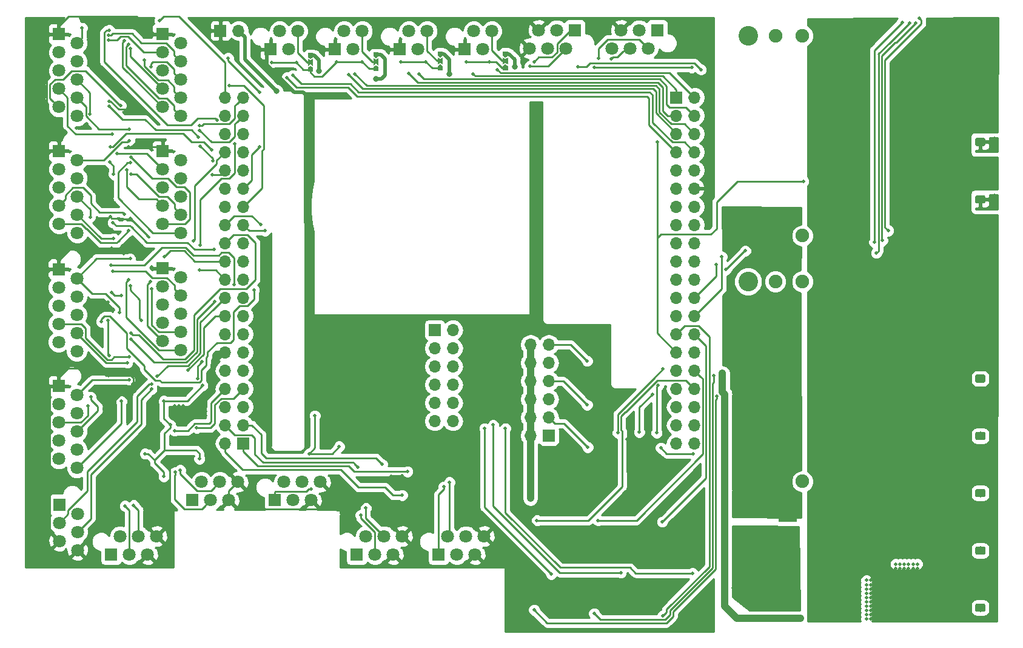
<source format=gbr>
G04 #@! TF.GenerationSoftware,KiCad,Pcbnew,5.0.2-bee76a0~70~ubuntu18.04.1*
G04 #@! TF.CreationDate,2020-03-10T15:21:39+01:00*
G04 #@! TF.ProjectId,myo_shield_pcb,6d796f5f-7368-4696-956c-645f7063622e,rev?*
G04 #@! TF.SameCoordinates,Original*
G04 #@! TF.FileFunction,Copper,L2,Bot*
G04 #@! TF.FilePolarity,Positive*
%FSLAX46Y46*%
G04 Gerber Fmt 4.6, Leading zero omitted, Abs format (unit mm)*
G04 Created by KiCad (PCBNEW 5.0.2-bee76a0~70~ubuntu18.04.1) date Di 10 Mär 2020 15:21:39 CET*
%MOMM*%
%LPD*%
G01*
G04 APERTURE LIST*
G04 #@! TA.AperFunction,Conductor*
%ADD10C,0.100000*%
G04 #@! TD*
G04 #@! TA.AperFunction,SMDPad,CuDef*
%ADD11C,1.425000*%
G04 #@! TD*
G04 #@! TA.AperFunction,SMDPad,CuDef*
%ADD12R,2.500000X1.800000*%
G04 #@! TD*
G04 #@! TA.AperFunction,SMDPad,CuDef*
%ADD13C,1.150000*%
G04 #@! TD*
G04 #@! TA.AperFunction,ComponentPad*
%ADD14R,1.700000X1.700000*%
G04 #@! TD*
G04 #@! TA.AperFunction,ComponentPad*
%ADD15O,1.700000X1.700000*%
G04 #@! TD*
G04 #@! TA.AperFunction,ComponentPad*
%ADD16C,1.800000*%
G04 #@! TD*
G04 #@! TA.AperFunction,ComponentPad*
%ADD17R,1.800000X1.800000*%
G04 #@! TD*
G04 #@! TA.AperFunction,ComponentPad*
%ADD18C,2.736000*%
G04 #@! TD*
G04 #@! TA.AperFunction,ComponentPad*
%ADD19C,1.911000*%
G04 #@! TD*
G04 #@! TA.AperFunction,ComponentPad*
%ADD20R,1.911000X1.911000*%
G04 #@! TD*
G04 #@! TA.AperFunction,SMDPad,CuDef*
%ADD21C,0.600000*%
G04 #@! TD*
G04 #@! TA.AperFunction,ViaPad*
%ADD22C,0.500000*%
G04 #@! TD*
G04 #@! TA.AperFunction,ViaPad*
%ADD23C,0.800000*%
G04 #@! TD*
G04 #@! TA.AperFunction,Conductor*
%ADD24C,0.250000*%
G04 #@! TD*
G04 #@! TA.AperFunction,Conductor*
%ADD25C,1.000000*%
G04 #@! TD*
G04 #@! TA.AperFunction,Conductor*
%ADD26C,0.500000*%
G04 #@! TD*
G04 #@! TA.AperFunction,Conductor*
%ADD27C,0.254000*%
G04 #@! TD*
G04 APERTURE END LIST*
D10*
G04 #@! TO.N,+24V*
G04 #@! TO.C,F1*
G36*
X164649504Y-115888704D02*
X164673773Y-115892304D01*
X164697571Y-115898265D01*
X164720671Y-115906530D01*
X164742849Y-115917020D01*
X164763893Y-115929633D01*
X164783598Y-115944247D01*
X164801777Y-115960723D01*
X164818253Y-115978902D01*
X164832867Y-115998607D01*
X164845480Y-116019651D01*
X164855970Y-116041829D01*
X164864235Y-116064929D01*
X164870196Y-116088727D01*
X164873796Y-116112996D01*
X164875000Y-116137500D01*
X164875000Y-117062500D01*
X164873796Y-117087004D01*
X164870196Y-117111273D01*
X164864235Y-117135071D01*
X164855970Y-117158171D01*
X164845480Y-117180349D01*
X164832867Y-117201393D01*
X164818253Y-117221098D01*
X164801777Y-117239277D01*
X164783598Y-117255753D01*
X164763893Y-117270367D01*
X164742849Y-117282980D01*
X164720671Y-117293470D01*
X164697571Y-117301735D01*
X164673773Y-117307696D01*
X164649504Y-117311296D01*
X164625000Y-117312500D01*
X163375000Y-117312500D01*
X163350496Y-117311296D01*
X163326227Y-117307696D01*
X163302429Y-117301735D01*
X163279329Y-117293470D01*
X163257151Y-117282980D01*
X163236107Y-117270367D01*
X163216402Y-117255753D01*
X163198223Y-117239277D01*
X163181747Y-117221098D01*
X163167133Y-117201393D01*
X163154520Y-117180349D01*
X163144030Y-117158171D01*
X163135765Y-117135071D01*
X163129804Y-117111273D01*
X163126204Y-117087004D01*
X163125000Y-117062500D01*
X163125000Y-116137500D01*
X163126204Y-116112996D01*
X163129804Y-116088727D01*
X163135765Y-116064929D01*
X163144030Y-116041829D01*
X163154520Y-116019651D01*
X163167133Y-115998607D01*
X163181747Y-115978902D01*
X163198223Y-115960723D01*
X163216402Y-115944247D01*
X163236107Y-115929633D01*
X163257151Y-115917020D01*
X163279329Y-115906530D01*
X163302429Y-115898265D01*
X163326227Y-115892304D01*
X163350496Y-115888704D01*
X163375000Y-115887500D01*
X164625000Y-115887500D01*
X164649504Y-115888704D01*
X164649504Y-115888704D01*
G37*
D11*
G04 #@! TD*
G04 #@! TO.P,F1,2*
G04 #@! TO.N,+24V*
X164000000Y-116600000D03*
D10*
G04 #@! TO.N,Net-(F1-Pad1)*
G04 #@! TO.C,F1*
G36*
X164649504Y-118863704D02*
X164673773Y-118867304D01*
X164697571Y-118873265D01*
X164720671Y-118881530D01*
X164742849Y-118892020D01*
X164763893Y-118904633D01*
X164783598Y-118919247D01*
X164801777Y-118935723D01*
X164818253Y-118953902D01*
X164832867Y-118973607D01*
X164845480Y-118994651D01*
X164855970Y-119016829D01*
X164864235Y-119039929D01*
X164870196Y-119063727D01*
X164873796Y-119087996D01*
X164875000Y-119112500D01*
X164875000Y-120037500D01*
X164873796Y-120062004D01*
X164870196Y-120086273D01*
X164864235Y-120110071D01*
X164855970Y-120133171D01*
X164845480Y-120155349D01*
X164832867Y-120176393D01*
X164818253Y-120196098D01*
X164801777Y-120214277D01*
X164783598Y-120230753D01*
X164763893Y-120245367D01*
X164742849Y-120257980D01*
X164720671Y-120268470D01*
X164697571Y-120276735D01*
X164673773Y-120282696D01*
X164649504Y-120286296D01*
X164625000Y-120287500D01*
X163375000Y-120287500D01*
X163350496Y-120286296D01*
X163326227Y-120282696D01*
X163302429Y-120276735D01*
X163279329Y-120268470D01*
X163257151Y-120257980D01*
X163236107Y-120245367D01*
X163216402Y-120230753D01*
X163198223Y-120214277D01*
X163181747Y-120196098D01*
X163167133Y-120176393D01*
X163154520Y-120155349D01*
X163144030Y-120133171D01*
X163135765Y-120110071D01*
X163129804Y-120086273D01*
X163126204Y-120062004D01*
X163125000Y-120037500D01*
X163125000Y-119112500D01*
X163126204Y-119087996D01*
X163129804Y-119063727D01*
X163135765Y-119039929D01*
X163144030Y-119016829D01*
X163154520Y-118994651D01*
X163167133Y-118973607D01*
X163181747Y-118953902D01*
X163198223Y-118935723D01*
X163216402Y-118919247D01*
X163236107Y-118904633D01*
X163257151Y-118892020D01*
X163279329Y-118881530D01*
X163302429Y-118873265D01*
X163326227Y-118867304D01*
X163350496Y-118863704D01*
X163375000Y-118862500D01*
X164625000Y-118862500D01*
X164649504Y-118863704D01*
X164649504Y-118863704D01*
G37*
D11*
G04 #@! TD*
G04 #@! TO.P,F1,1*
G04 #@! TO.N,Net-(F1-Pad1)*
X164000000Y-119575000D03*
D12*
G04 #@! TO.P,Dsafe1,2*
G04 #@! TO.N,GND*
X172150000Y-117150000D03*
G04 #@! TO.P,Dsafe1,1*
G04 #@! TO.N,+24V*
X168150000Y-117150000D03*
G04 #@! TD*
D10*
G04 #@! TO.N,GND*
G04 #@! TO.C,Co31*
G36*
X195474505Y-70401204D02*
X195498773Y-70404804D01*
X195522572Y-70410765D01*
X195545671Y-70419030D01*
X195567850Y-70429520D01*
X195588893Y-70442132D01*
X195608599Y-70456747D01*
X195626777Y-70473223D01*
X195643253Y-70491401D01*
X195657868Y-70511107D01*
X195670480Y-70532150D01*
X195680970Y-70554329D01*
X195689235Y-70577428D01*
X195695196Y-70601227D01*
X195698796Y-70625495D01*
X195700000Y-70649999D01*
X195700000Y-71300001D01*
X195698796Y-71324505D01*
X195695196Y-71348773D01*
X195689235Y-71372572D01*
X195680970Y-71395671D01*
X195670480Y-71417850D01*
X195657868Y-71438893D01*
X195643253Y-71458599D01*
X195626777Y-71476777D01*
X195608599Y-71493253D01*
X195588893Y-71507868D01*
X195567850Y-71520480D01*
X195545671Y-71530970D01*
X195522572Y-71539235D01*
X195498773Y-71545196D01*
X195474505Y-71548796D01*
X195450001Y-71550000D01*
X194549999Y-71550000D01*
X194525495Y-71548796D01*
X194501227Y-71545196D01*
X194477428Y-71539235D01*
X194454329Y-71530970D01*
X194432150Y-71520480D01*
X194411107Y-71507868D01*
X194391401Y-71493253D01*
X194373223Y-71476777D01*
X194356747Y-71458599D01*
X194342132Y-71438893D01*
X194329520Y-71417850D01*
X194319030Y-71395671D01*
X194310765Y-71372572D01*
X194304804Y-71348773D01*
X194301204Y-71324505D01*
X194300000Y-71300001D01*
X194300000Y-70649999D01*
X194301204Y-70625495D01*
X194304804Y-70601227D01*
X194310765Y-70577428D01*
X194319030Y-70554329D01*
X194329520Y-70532150D01*
X194342132Y-70511107D01*
X194356747Y-70491401D01*
X194373223Y-70473223D01*
X194391401Y-70456747D01*
X194411107Y-70442132D01*
X194432150Y-70429520D01*
X194454329Y-70419030D01*
X194477428Y-70410765D01*
X194501227Y-70404804D01*
X194525495Y-70401204D01*
X194549999Y-70400000D01*
X195450001Y-70400000D01*
X195474505Y-70401204D01*
X195474505Y-70401204D01*
G37*
D13*
G04 #@! TD*
G04 #@! TO.P,Co31,2*
G04 #@! TO.N,GND*
X195000000Y-70975000D03*
D10*
G04 #@! TO.N,+12V*
G04 #@! TO.C,Co31*
G36*
X195474505Y-72451204D02*
X195498773Y-72454804D01*
X195522572Y-72460765D01*
X195545671Y-72469030D01*
X195567850Y-72479520D01*
X195588893Y-72492132D01*
X195608599Y-72506747D01*
X195626777Y-72523223D01*
X195643253Y-72541401D01*
X195657868Y-72561107D01*
X195670480Y-72582150D01*
X195680970Y-72604329D01*
X195689235Y-72627428D01*
X195695196Y-72651227D01*
X195698796Y-72675495D01*
X195700000Y-72699999D01*
X195700000Y-73350001D01*
X195698796Y-73374505D01*
X195695196Y-73398773D01*
X195689235Y-73422572D01*
X195680970Y-73445671D01*
X195670480Y-73467850D01*
X195657868Y-73488893D01*
X195643253Y-73508599D01*
X195626777Y-73526777D01*
X195608599Y-73543253D01*
X195588893Y-73557868D01*
X195567850Y-73570480D01*
X195545671Y-73580970D01*
X195522572Y-73589235D01*
X195498773Y-73595196D01*
X195474505Y-73598796D01*
X195450001Y-73600000D01*
X194549999Y-73600000D01*
X194525495Y-73598796D01*
X194501227Y-73595196D01*
X194477428Y-73589235D01*
X194454329Y-73580970D01*
X194432150Y-73570480D01*
X194411107Y-73557868D01*
X194391401Y-73543253D01*
X194373223Y-73526777D01*
X194356747Y-73508599D01*
X194342132Y-73488893D01*
X194329520Y-73467850D01*
X194319030Y-73445671D01*
X194310765Y-73422572D01*
X194304804Y-73398773D01*
X194301204Y-73374505D01*
X194300000Y-73350001D01*
X194300000Y-72699999D01*
X194301204Y-72675495D01*
X194304804Y-72651227D01*
X194310765Y-72627428D01*
X194319030Y-72604329D01*
X194329520Y-72582150D01*
X194342132Y-72561107D01*
X194356747Y-72541401D01*
X194373223Y-72523223D01*
X194391401Y-72506747D01*
X194411107Y-72492132D01*
X194432150Y-72479520D01*
X194454329Y-72469030D01*
X194477428Y-72460765D01*
X194501227Y-72454804D01*
X194525495Y-72451204D01*
X194549999Y-72450000D01*
X195450001Y-72450000D01*
X195474505Y-72451204D01*
X195474505Y-72451204D01*
G37*
D13*
G04 #@! TD*
G04 #@! TO.P,Co31,1*
G04 #@! TO.N,+12V*
X195000000Y-73025000D03*
D10*
G04 #@! TO.N,GND*
G04 #@! TO.C,Co30*
G36*
X195474505Y-62376204D02*
X195498773Y-62379804D01*
X195522572Y-62385765D01*
X195545671Y-62394030D01*
X195567850Y-62404520D01*
X195588893Y-62417132D01*
X195608599Y-62431747D01*
X195626777Y-62448223D01*
X195643253Y-62466401D01*
X195657868Y-62486107D01*
X195670480Y-62507150D01*
X195680970Y-62529329D01*
X195689235Y-62552428D01*
X195695196Y-62576227D01*
X195698796Y-62600495D01*
X195700000Y-62624999D01*
X195700000Y-63275001D01*
X195698796Y-63299505D01*
X195695196Y-63323773D01*
X195689235Y-63347572D01*
X195680970Y-63370671D01*
X195670480Y-63392850D01*
X195657868Y-63413893D01*
X195643253Y-63433599D01*
X195626777Y-63451777D01*
X195608599Y-63468253D01*
X195588893Y-63482868D01*
X195567850Y-63495480D01*
X195545671Y-63505970D01*
X195522572Y-63514235D01*
X195498773Y-63520196D01*
X195474505Y-63523796D01*
X195450001Y-63525000D01*
X194549999Y-63525000D01*
X194525495Y-63523796D01*
X194501227Y-63520196D01*
X194477428Y-63514235D01*
X194454329Y-63505970D01*
X194432150Y-63495480D01*
X194411107Y-63482868D01*
X194391401Y-63468253D01*
X194373223Y-63451777D01*
X194356747Y-63433599D01*
X194342132Y-63413893D01*
X194329520Y-63392850D01*
X194319030Y-63370671D01*
X194310765Y-63347572D01*
X194304804Y-63323773D01*
X194301204Y-63299505D01*
X194300000Y-63275001D01*
X194300000Y-62624999D01*
X194301204Y-62600495D01*
X194304804Y-62576227D01*
X194310765Y-62552428D01*
X194319030Y-62529329D01*
X194329520Y-62507150D01*
X194342132Y-62486107D01*
X194356747Y-62466401D01*
X194373223Y-62448223D01*
X194391401Y-62431747D01*
X194411107Y-62417132D01*
X194432150Y-62404520D01*
X194454329Y-62394030D01*
X194477428Y-62385765D01*
X194501227Y-62379804D01*
X194525495Y-62376204D01*
X194549999Y-62375000D01*
X195450001Y-62375000D01*
X195474505Y-62376204D01*
X195474505Y-62376204D01*
G37*
D13*
G04 #@! TD*
G04 #@! TO.P,Co30,2*
G04 #@! TO.N,GND*
X195000000Y-62950000D03*
D10*
G04 #@! TO.N,+12V*
G04 #@! TO.C,Co30*
G36*
X195474505Y-64426204D02*
X195498773Y-64429804D01*
X195522572Y-64435765D01*
X195545671Y-64444030D01*
X195567850Y-64454520D01*
X195588893Y-64467132D01*
X195608599Y-64481747D01*
X195626777Y-64498223D01*
X195643253Y-64516401D01*
X195657868Y-64536107D01*
X195670480Y-64557150D01*
X195680970Y-64579329D01*
X195689235Y-64602428D01*
X195695196Y-64626227D01*
X195698796Y-64650495D01*
X195700000Y-64674999D01*
X195700000Y-65325001D01*
X195698796Y-65349505D01*
X195695196Y-65373773D01*
X195689235Y-65397572D01*
X195680970Y-65420671D01*
X195670480Y-65442850D01*
X195657868Y-65463893D01*
X195643253Y-65483599D01*
X195626777Y-65501777D01*
X195608599Y-65518253D01*
X195588893Y-65532868D01*
X195567850Y-65545480D01*
X195545671Y-65555970D01*
X195522572Y-65564235D01*
X195498773Y-65570196D01*
X195474505Y-65573796D01*
X195450001Y-65575000D01*
X194549999Y-65575000D01*
X194525495Y-65573796D01*
X194501227Y-65570196D01*
X194477428Y-65564235D01*
X194454329Y-65555970D01*
X194432150Y-65545480D01*
X194411107Y-65532868D01*
X194391401Y-65518253D01*
X194373223Y-65501777D01*
X194356747Y-65483599D01*
X194342132Y-65463893D01*
X194329520Y-65442850D01*
X194319030Y-65420671D01*
X194310765Y-65397572D01*
X194304804Y-65373773D01*
X194301204Y-65349505D01*
X194300000Y-65325001D01*
X194300000Y-64674999D01*
X194301204Y-64650495D01*
X194304804Y-64626227D01*
X194310765Y-64602428D01*
X194319030Y-64579329D01*
X194329520Y-64557150D01*
X194342132Y-64536107D01*
X194356747Y-64516401D01*
X194373223Y-64498223D01*
X194391401Y-64481747D01*
X194411107Y-64467132D01*
X194432150Y-64454520D01*
X194454329Y-64444030D01*
X194477428Y-64435765D01*
X194501227Y-64429804D01*
X194525495Y-64426204D01*
X194549999Y-64425000D01*
X195450001Y-64425000D01*
X195474505Y-64426204D01*
X195474505Y-64426204D01*
G37*
D13*
G04 #@! TD*
G04 #@! TO.P,Co30,1*
G04 #@! TO.N,+12V*
X195000000Y-65000000D03*
D10*
G04 #@! TO.N,GND*
G04 #@! TO.C,Co29*
G36*
X195474505Y-127376204D02*
X195498773Y-127379804D01*
X195522572Y-127385765D01*
X195545671Y-127394030D01*
X195567850Y-127404520D01*
X195588893Y-127417132D01*
X195608599Y-127431747D01*
X195626777Y-127448223D01*
X195643253Y-127466401D01*
X195657868Y-127486107D01*
X195670480Y-127507150D01*
X195680970Y-127529329D01*
X195689235Y-127552428D01*
X195695196Y-127576227D01*
X195698796Y-127600495D01*
X195700000Y-127624999D01*
X195700000Y-128275001D01*
X195698796Y-128299505D01*
X195695196Y-128323773D01*
X195689235Y-128347572D01*
X195680970Y-128370671D01*
X195670480Y-128392850D01*
X195657868Y-128413893D01*
X195643253Y-128433599D01*
X195626777Y-128451777D01*
X195608599Y-128468253D01*
X195588893Y-128482868D01*
X195567850Y-128495480D01*
X195545671Y-128505970D01*
X195522572Y-128514235D01*
X195498773Y-128520196D01*
X195474505Y-128523796D01*
X195450001Y-128525000D01*
X194549999Y-128525000D01*
X194525495Y-128523796D01*
X194501227Y-128520196D01*
X194477428Y-128514235D01*
X194454329Y-128505970D01*
X194432150Y-128495480D01*
X194411107Y-128482868D01*
X194391401Y-128468253D01*
X194373223Y-128451777D01*
X194356747Y-128433599D01*
X194342132Y-128413893D01*
X194329520Y-128392850D01*
X194319030Y-128370671D01*
X194310765Y-128347572D01*
X194304804Y-128323773D01*
X194301204Y-128299505D01*
X194300000Y-128275001D01*
X194300000Y-127624999D01*
X194301204Y-127600495D01*
X194304804Y-127576227D01*
X194310765Y-127552428D01*
X194319030Y-127529329D01*
X194329520Y-127507150D01*
X194342132Y-127486107D01*
X194356747Y-127466401D01*
X194373223Y-127448223D01*
X194391401Y-127431747D01*
X194411107Y-127417132D01*
X194432150Y-127404520D01*
X194454329Y-127394030D01*
X194477428Y-127385765D01*
X194501227Y-127379804D01*
X194525495Y-127376204D01*
X194549999Y-127375000D01*
X195450001Y-127375000D01*
X195474505Y-127376204D01*
X195474505Y-127376204D01*
G37*
D13*
G04 #@! TD*
G04 #@! TO.P,Co29,2*
G04 #@! TO.N,GND*
X195000000Y-127950000D03*
D10*
G04 #@! TO.N,5V*
G04 #@! TO.C,Co29*
G36*
X195474505Y-129426204D02*
X195498773Y-129429804D01*
X195522572Y-129435765D01*
X195545671Y-129444030D01*
X195567850Y-129454520D01*
X195588893Y-129467132D01*
X195608599Y-129481747D01*
X195626777Y-129498223D01*
X195643253Y-129516401D01*
X195657868Y-129536107D01*
X195670480Y-129557150D01*
X195680970Y-129579329D01*
X195689235Y-129602428D01*
X195695196Y-129626227D01*
X195698796Y-129650495D01*
X195700000Y-129674999D01*
X195700000Y-130325001D01*
X195698796Y-130349505D01*
X195695196Y-130373773D01*
X195689235Y-130397572D01*
X195680970Y-130420671D01*
X195670480Y-130442850D01*
X195657868Y-130463893D01*
X195643253Y-130483599D01*
X195626777Y-130501777D01*
X195608599Y-130518253D01*
X195588893Y-130532868D01*
X195567850Y-130545480D01*
X195545671Y-130555970D01*
X195522572Y-130564235D01*
X195498773Y-130570196D01*
X195474505Y-130573796D01*
X195450001Y-130575000D01*
X194549999Y-130575000D01*
X194525495Y-130573796D01*
X194501227Y-130570196D01*
X194477428Y-130564235D01*
X194454329Y-130555970D01*
X194432150Y-130545480D01*
X194411107Y-130532868D01*
X194391401Y-130518253D01*
X194373223Y-130501777D01*
X194356747Y-130483599D01*
X194342132Y-130463893D01*
X194329520Y-130442850D01*
X194319030Y-130420671D01*
X194310765Y-130397572D01*
X194304804Y-130373773D01*
X194301204Y-130349505D01*
X194300000Y-130325001D01*
X194300000Y-129674999D01*
X194301204Y-129650495D01*
X194304804Y-129626227D01*
X194310765Y-129602428D01*
X194319030Y-129579329D01*
X194329520Y-129557150D01*
X194342132Y-129536107D01*
X194356747Y-129516401D01*
X194373223Y-129498223D01*
X194391401Y-129481747D01*
X194411107Y-129467132D01*
X194432150Y-129454520D01*
X194454329Y-129444030D01*
X194477428Y-129435765D01*
X194501227Y-129429804D01*
X194525495Y-129426204D01*
X194549999Y-129425000D01*
X195450001Y-129425000D01*
X195474505Y-129426204D01*
X195474505Y-129426204D01*
G37*
D13*
G04 #@! TD*
G04 #@! TO.P,Co29,1*
G04 #@! TO.N,5V*
X195000000Y-130000000D03*
D10*
G04 #@! TO.N,GND*
G04 #@! TO.C,Co28*
G36*
X195474505Y-119401204D02*
X195498773Y-119404804D01*
X195522572Y-119410765D01*
X195545671Y-119419030D01*
X195567850Y-119429520D01*
X195588893Y-119442132D01*
X195608599Y-119456747D01*
X195626777Y-119473223D01*
X195643253Y-119491401D01*
X195657868Y-119511107D01*
X195670480Y-119532150D01*
X195680970Y-119554329D01*
X195689235Y-119577428D01*
X195695196Y-119601227D01*
X195698796Y-119625495D01*
X195700000Y-119649999D01*
X195700000Y-120300001D01*
X195698796Y-120324505D01*
X195695196Y-120348773D01*
X195689235Y-120372572D01*
X195680970Y-120395671D01*
X195670480Y-120417850D01*
X195657868Y-120438893D01*
X195643253Y-120458599D01*
X195626777Y-120476777D01*
X195608599Y-120493253D01*
X195588893Y-120507868D01*
X195567850Y-120520480D01*
X195545671Y-120530970D01*
X195522572Y-120539235D01*
X195498773Y-120545196D01*
X195474505Y-120548796D01*
X195450001Y-120550000D01*
X194549999Y-120550000D01*
X194525495Y-120548796D01*
X194501227Y-120545196D01*
X194477428Y-120539235D01*
X194454329Y-120530970D01*
X194432150Y-120520480D01*
X194411107Y-120507868D01*
X194391401Y-120493253D01*
X194373223Y-120476777D01*
X194356747Y-120458599D01*
X194342132Y-120438893D01*
X194329520Y-120417850D01*
X194319030Y-120395671D01*
X194310765Y-120372572D01*
X194304804Y-120348773D01*
X194301204Y-120324505D01*
X194300000Y-120300001D01*
X194300000Y-119649999D01*
X194301204Y-119625495D01*
X194304804Y-119601227D01*
X194310765Y-119577428D01*
X194319030Y-119554329D01*
X194329520Y-119532150D01*
X194342132Y-119511107D01*
X194356747Y-119491401D01*
X194373223Y-119473223D01*
X194391401Y-119456747D01*
X194411107Y-119442132D01*
X194432150Y-119429520D01*
X194454329Y-119419030D01*
X194477428Y-119410765D01*
X194501227Y-119404804D01*
X194525495Y-119401204D01*
X194549999Y-119400000D01*
X195450001Y-119400000D01*
X195474505Y-119401204D01*
X195474505Y-119401204D01*
G37*
D13*
G04 #@! TD*
G04 #@! TO.P,Co28,2*
G04 #@! TO.N,GND*
X195000000Y-119975000D03*
D10*
G04 #@! TO.N,5V*
G04 #@! TO.C,Co28*
G36*
X195474505Y-121451204D02*
X195498773Y-121454804D01*
X195522572Y-121460765D01*
X195545671Y-121469030D01*
X195567850Y-121479520D01*
X195588893Y-121492132D01*
X195608599Y-121506747D01*
X195626777Y-121523223D01*
X195643253Y-121541401D01*
X195657868Y-121561107D01*
X195670480Y-121582150D01*
X195680970Y-121604329D01*
X195689235Y-121627428D01*
X195695196Y-121651227D01*
X195698796Y-121675495D01*
X195700000Y-121699999D01*
X195700000Y-122350001D01*
X195698796Y-122374505D01*
X195695196Y-122398773D01*
X195689235Y-122422572D01*
X195680970Y-122445671D01*
X195670480Y-122467850D01*
X195657868Y-122488893D01*
X195643253Y-122508599D01*
X195626777Y-122526777D01*
X195608599Y-122543253D01*
X195588893Y-122557868D01*
X195567850Y-122570480D01*
X195545671Y-122580970D01*
X195522572Y-122589235D01*
X195498773Y-122595196D01*
X195474505Y-122598796D01*
X195450001Y-122600000D01*
X194549999Y-122600000D01*
X194525495Y-122598796D01*
X194501227Y-122595196D01*
X194477428Y-122589235D01*
X194454329Y-122580970D01*
X194432150Y-122570480D01*
X194411107Y-122557868D01*
X194391401Y-122543253D01*
X194373223Y-122526777D01*
X194356747Y-122508599D01*
X194342132Y-122488893D01*
X194329520Y-122467850D01*
X194319030Y-122445671D01*
X194310765Y-122422572D01*
X194304804Y-122398773D01*
X194301204Y-122374505D01*
X194300000Y-122350001D01*
X194300000Y-121699999D01*
X194301204Y-121675495D01*
X194304804Y-121651227D01*
X194310765Y-121627428D01*
X194319030Y-121604329D01*
X194329520Y-121582150D01*
X194342132Y-121561107D01*
X194356747Y-121541401D01*
X194373223Y-121523223D01*
X194391401Y-121506747D01*
X194411107Y-121492132D01*
X194432150Y-121479520D01*
X194454329Y-121469030D01*
X194477428Y-121460765D01*
X194501227Y-121454804D01*
X194525495Y-121451204D01*
X194549999Y-121450000D01*
X195450001Y-121450000D01*
X195474505Y-121451204D01*
X195474505Y-121451204D01*
G37*
D13*
G04 #@! TD*
G04 #@! TO.P,Co28,1*
G04 #@! TO.N,5V*
X195000000Y-122025000D03*
D10*
G04 #@! TO.N,GND*
G04 #@! TO.C,Co27*
G36*
X195474505Y-111376204D02*
X195498773Y-111379804D01*
X195522572Y-111385765D01*
X195545671Y-111394030D01*
X195567850Y-111404520D01*
X195588893Y-111417132D01*
X195608599Y-111431747D01*
X195626777Y-111448223D01*
X195643253Y-111466401D01*
X195657868Y-111486107D01*
X195670480Y-111507150D01*
X195680970Y-111529329D01*
X195689235Y-111552428D01*
X195695196Y-111576227D01*
X195698796Y-111600495D01*
X195700000Y-111624999D01*
X195700000Y-112275001D01*
X195698796Y-112299505D01*
X195695196Y-112323773D01*
X195689235Y-112347572D01*
X195680970Y-112370671D01*
X195670480Y-112392850D01*
X195657868Y-112413893D01*
X195643253Y-112433599D01*
X195626777Y-112451777D01*
X195608599Y-112468253D01*
X195588893Y-112482868D01*
X195567850Y-112495480D01*
X195545671Y-112505970D01*
X195522572Y-112514235D01*
X195498773Y-112520196D01*
X195474505Y-112523796D01*
X195450001Y-112525000D01*
X194549999Y-112525000D01*
X194525495Y-112523796D01*
X194501227Y-112520196D01*
X194477428Y-112514235D01*
X194454329Y-112505970D01*
X194432150Y-112495480D01*
X194411107Y-112482868D01*
X194391401Y-112468253D01*
X194373223Y-112451777D01*
X194356747Y-112433599D01*
X194342132Y-112413893D01*
X194329520Y-112392850D01*
X194319030Y-112370671D01*
X194310765Y-112347572D01*
X194304804Y-112323773D01*
X194301204Y-112299505D01*
X194300000Y-112275001D01*
X194300000Y-111624999D01*
X194301204Y-111600495D01*
X194304804Y-111576227D01*
X194310765Y-111552428D01*
X194319030Y-111529329D01*
X194329520Y-111507150D01*
X194342132Y-111486107D01*
X194356747Y-111466401D01*
X194373223Y-111448223D01*
X194391401Y-111431747D01*
X194411107Y-111417132D01*
X194432150Y-111404520D01*
X194454329Y-111394030D01*
X194477428Y-111385765D01*
X194501227Y-111379804D01*
X194525495Y-111376204D01*
X194549999Y-111375000D01*
X195450001Y-111375000D01*
X195474505Y-111376204D01*
X195474505Y-111376204D01*
G37*
D13*
G04 #@! TD*
G04 #@! TO.P,Co27,2*
G04 #@! TO.N,GND*
X195000000Y-111950000D03*
D10*
G04 #@! TO.N,5V*
G04 #@! TO.C,Co27*
G36*
X195474505Y-113426204D02*
X195498773Y-113429804D01*
X195522572Y-113435765D01*
X195545671Y-113444030D01*
X195567850Y-113454520D01*
X195588893Y-113467132D01*
X195608599Y-113481747D01*
X195626777Y-113498223D01*
X195643253Y-113516401D01*
X195657868Y-113536107D01*
X195670480Y-113557150D01*
X195680970Y-113579329D01*
X195689235Y-113602428D01*
X195695196Y-113626227D01*
X195698796Y-113650495D01*
X195700000Y-113674999D01*
X195700000Y-114325001D01*
X195698796Y-114349505D01*
X195695196Y-114373773D01*
X195689235Y-114397572D01*
X195680970Y-114420671D01*
X195670480Y-114442850D01*
X195657868Y-114463893D01*
X195643253Y-114483599D01*
X195626777Y-114501777D01*
X195608599Y-114518253D01*
X195588893Y-114532868D01*
X195567850Y-114545480D01*
X195545671Y-114555970D01*
X195522572Y-114564235D01*
X195498773Y-114570196D01*
X195474505Y-114573796D01*
X195450001Y-114575000D01*
X194549999Y-114575000D01*
X194525495Y-114573796D01*
X194501227Y-114570196D01*
X194477428Y-114564235D01*
X194454329Y-114555970D01*
X194432150Y-114545480D01*
X194411107Y-114532868D01*
X194391401Y-114518253D01*
X194373223Y-114501777D01*
X194356747Y-114483599D01*
X194342132Y-114463893D01*
X194329520Y-114442850D01*
X194319030Y-114420671D01*
X194310765Y-114397572D01*
X194304804Y-114373773D01*
X194301204Y-114349505D01*
X194300000Y-114325001D01*
X194300000Y-113674999D01*
X194301204Y-113650495D01*
X194304804Y-113626227D01*
X194310765Y-113602428D01*
X194319030Y-113579329D01*
X194329520Y-113557150D01*
X194342132Y-113536107D01*
X194356747Y-113516401D01*
X194373223Y-113498223D01*
X194391401Y-113481747D01*
X194411107Y-113467132D01*
X194432150Y-113454520D01*
X194454329Y-113444030D01*
X194477428Y-113435765D01*
X194501227Y-113429804D01*
X194525495Y-113426204D01*
X194549999Y-113425000D01*
X195450001Y-113425000D01*
X195474505Y-113426204D01*
X195474505Y-113426204D01*
G37*
D13*
G04 #@! TD*
G04 #@! TO.P,Co27,1*
G04 #@! TO.N,5V*
X195000000Y-114000000D03*
D10*
G04 #@! TO.N,GND*
G04 #@! TO.C,Co26*
G36*
X195474505Y-103401204D02*
X195498773Y-103404804D01*
X195522572Y-103410765D01*
X195545671Y-103419030D01*
X195567850Y-103429520D01*
X195588893Y-103442132D01*
X195608599Y-103456747D01*
X195626777Y-103473223D01*
X195643253Y-103491401D01*
X195657868Y-103511107D01*
X195670480Y-103532150D01*
X195680970Y-103554329D01*
X195689235Y-103577428D01*
X195695196Y-103601227D01*
X195698796Y-103625495D01*
X195700000Y-103649999D01*
X195700000Y-104300001D01*
X195698796Y-104324505D01*
X195695196Y-104348773D01*
X195689235Y-104372572D01*
X195680970Y-104395671D01*
X195670480Y-104417850D01*
X195657868Y-104438893D01*
X195643253Y-104458599D01*
X195626777Y-104476777D01*
X195608599Y-104493253D01*
X195588893Y-104507868D01*
X195567850Y-104520480D01*
X195545671Y-104530970D01*
X195522572Y-104539235D01*
X195498773Y-104545196D01*
X195474505Y-104548796D01*
X195450001Y-104550000D01*
X194549999Y-104550000D01*
X194525495Y-104548796D01*
X194501227Y-104545196D01*
X194477428Y-104539235D01*
X194454329Y-104530970D01*
X194432150Y-104520480D01*
X194411107Y-104507868D01*
X194391401Y-104493253D01*
X194373223Y-104476777D01*
X194356747Y-104458599D01*
X194342132Y-104438893D01*
X194329520Y-104417850D01*
X194319030Y-104395671D01*
X194310765Y-104372572D01*
X194304804Y-104348773D01*
X194301204Y-104324505D01*
X194300000Y-104300001D01*
X194300000Y-103649999D01*
X194301204Y-103625495D01*
X194304804Y-103601227D01*
X194310765Y-103577428D01*
X194319030Y-103554329D01*
X194329520Y-103532150D01*
X194342132Y-103511107D01*
X194356747Y-103491401D01*
X194373223Y-103473223D01*
X194391401Y-103456747D01*
X194411107Y-103442132D01*
X194432150Y-103429520D01*
X194454329Y-103419030D01*
X194477428Y-103410765D01*
X194501227Y-103404804D01*
X194525495Y-103401204D01*
X194549999Y-103400000D01*
X195450001Y-103400000D01*
X195474505Y-103401204D01*
X195474505Y-103401204D01*
G37*
D13*
G04 #@! TD*
G04 #@! TO.P,Co26,2*
G04 #@! TO.N,GND*
X195000000Y-103975000D03*
D10*
G04 #@! TO.N,5V*
G04 #@! TO.C,Co26*
G36*
X195474505Y-105451204D02*
X195498773Y-105454804D01*
X195522572Y-105460765D01*
X195545671Y-105469030D01*
X195567850Y-105479520D01*
X195588893Y-105492132D01*
X195608599Y-105506747D01*
X195626777Y-105523223D01*
X195643253Y-105541401D01*
X195657868Y-105561107D01*
X195670480Y-105582150D01*
X195680970Y-105604329D01*
X195689235Y-105627428D01*
X195695196Y-105651227D01*
X195698796Y-105675495D01*
X195700000Y-105699999D01*
X195700000Y-106350001D01*
X195698796Y-106374505D01*
X195695196Y-106398773D01*
X195689235Y-106422572D01*
X195680970Y-106445671D01*
X195670480Y-106467850D01*
X195657868Y-106488893D01*
X195643253Y-106508599D01*
X195626777Y-106526777D01*
X195608599Y-106543253D01*
X195588893Y-106557868D01*
X195567850Y-106570480D01*
X195545671Y-106580970D01*
X195522572Y-106589235D01*
X195498773Y-106595196D01*
X195474505Y-106598796D01*
X195450001Y-106600000D01*
X194549999Y-106600000D01*
X194525495Y-106598796D01*
X194501227Y-106595196D01*
X194477428Y-106589235D01*
X194454329Y-106580970D01*
X194432150Y-106570480D01*
X194411107Y-106557868D01*
X194391401Y-106543253D01*
X194373223Y-106526777D01*
X194356747Y-106508599D01*
X194342132Y-106488893D01*
X194329520Y-106467850D01*
X194319030Y-106445671D01*
X194310765Y-106422572D01*
X194304804Y-106398773D01*
X194301204Y-106374505D01*
X194300000Y-106350001D01*
X194300000Y-105699999D01*
X194301204Y-105675495D01*
X194304804Y-105651227D01*
X194310765Y-105627428D01*
X194319030Y-105604329D01*
X194329520Y-105582150D01*
X194342132Y-105561107D01*
X194356747Y-105541401D01*
X194373223Y-105523223D01*
X194391401Y-105506747D01*
X194411107Y-105492132D01*
X194432150Y-105479520D01*
X194454329Y-105469030D01*
X194477428Y-105460765D01*
X194501227Y-105454804D01*
X194525495Y-105451204D01*
X194549999Y-105450000D01*
X195450001Y-105450000D01*
X195474505Y-105451204D01*
X195474505Y-105451204D01*
G37*
D13*
G04 #@! TD*
G04 #@! TO.P,Co26,1*
G04 #@! TO.N,5V*
X195000000Y-106025000D03*
D10*
G04 #@! TO.N,GND*
G04 #@! TO.C,Co25*
G36*
X195474505Y-95401204D02*
X195498773Y-95404804D01*
X195522572Y-95410765D01*
X195545671Y-95419030D01*
X195567850Y-95429520D01*
X195588893Y-95442132D01*
X195608599Y-95456747D01*
X195626777Y-95473223D01*
X195643253Y-95491401D01*
X195657868Y-95511107D01*
X195670480Y-95532150D01*
X195680970Y-95554329D01*
X195689235Y-95577428D01*
X195695196Y-95601227D01*
X195698796Y-95625495D01*
X195700000Y-95649999D01*
X195700000Y-96300001D01*
X195698796Y-96324505D01*
X195695196Y-96348773D01*
X195689235Y-96372572D01*
X195680970Y-96395671D01*
X195670480Y-96417850D01*
X195657868Y-96438893D01*
X195643253Y-96458599D01*
X195626777Y-96476777D01*
X195608599Y-96493253D01*
X195588893Y-96507868D01*
X195567850Y-96520480D01*
X195545671Y-96530970D01*
X195522572Y-96539235D01*
X195498773Y-96545196D01*
X195474505Y-96548796D01*
X195450001Y-96550000D01*
X194549999Y-96550000D01*
X194525495Y-96548796D01*
X194501227Y-96545196D01*
X194477428Y-96539235D01*
X194454329Y-96530970D01*
X194432150Y-96520480D01*
X194411107Y-96507868D01*
X194391401Y-96493253D01*
X194373223Y-96476777D01*
X194356747Y-96458599D01*
X194342132Y-96438893D01*
X194329520Y-96417850D01*
X194319030Y-96395671D01*
X194310765Y-96372572D01*
X194304804Y-96348773D01*
X194301204Y-96324505D01*
X194300000Y-96300001D01*
X194300000Y-95649999D01*
X194301204Y-95625495D01*
X194304804Y-95601227D01*
X194310765Y-95577428D01*
X194319030Y-95554329D01*
X194329520Y-95532150D01*
X194342132Y-95511107D01*
X194356747Y-95491401D01*
X194373223Y-95473223D01*
X194391401Y-95456747D01*
X194411107Y-95442132D01*
X194432150Y-95429520D01*
X194454329Y-95419030D01*
X194477428Y-95410765D01*
X194501227Y-95404804D01*
X194525495Y-95401204D01*
X194549999Y-95400000D01*
X195450001Y-95400000D01*
X195474505Y-95401204D01*
X195474505Y-95401204D01*
G37*
D13*
G04 #@! TD*
G04 #@! TO.P,Co25,2*
G04 #@! TO.N,GND*
X195000000Y-95975000D03*
D10*
G04 #@! TO.N,5V*
G04 #@! TO.C,Co25*
G36*
X195474505Y-97451204D02*
X195498773Y-97454804D01*
X195522572Y-97460765D01*
X195545671Y-97469030D01*
X195567850Y-97479520D01*
X195588893Y-97492132D01*
X195608599Y-97506747D01*
X195626777Y-97523223D01*
X195643253Y-97541401D01*
X195657868Y-97561107D01*
X195670480Y-97582150D01*
X195680970Y-97604329D01*
X195689235Y-97627428D01*
X195695196Y-97651227D01*
X195698796Y-97675495D01*
X195700000Y-97699999D01*
X195700000Y-98350001D01*
X195698796Y-98374505D01*
X195695196Y-98398773D01*
X195689235Y-98422572D01*
X195680970Y-98445671D01*
X195670480Y-98467850D01*
X195657868Y-98488893D01*
X195643253Y-98508599D01*
X195626777Y-98526777D01*
X195608599Y-98543253D01*
X195588893Y-98557868D01*
X195567850Y-98570480D01*
X195545671Y-98580970D01*
X195522572Y-98589235D01*
X195498773Y-98595196D01*
X195474505Y-98598796D01*
X195450001Y-98600000D01*
X194549999Y-98600000D01*
X194525495Y-98598796D01*
X194501227Y-98595196D01*
X194477428Y-98589235D01*
X194454329Y-98580970D01*
X194432150Y-98570480D01*
X194411107Y-98557868D01*
X194391401Y-98543253D01*
X194373223Y-98526777D01*
X194356747Y-98508599D01*
X194342132Y-98488893D01*
X194329520Y-98467850D01*
X194319030Y-98445671D01*
X194310765Y-98422572D01*
X194304804Y-98398773D01*
X194301204Y-98374505D01*
X194300000Y-98350001D01*
X194300000Y-97699999D01*
X194301204Y-97675495D01*
X194304804Y-97651227D01*
X194310765Y-97627428D01*
X194319030Y-97604329D01*
X194329520Y-97582150D01*
X194342132Y-97561107D01*
X194356747Y-97541401D01*
X194373223Y-97523223D01*
X194391401Y-97506747D01*
X194411107Y-97492132D01*
X194432150Y-97479520D01*
X194454329Y-97469030D01*
X194477428Y-97460765D01*
X194501227Y-97454804D01*
X194525495Y-97451204D01*
X194549999Y-97450000D01*
X195450001Y-97450000D01*
X195474505Y-97451204D01*
X195474505Y-97451204D01*
G37*
D13*
G04 #@! TD*
G04 #@! TO.P,Co25,1*
G04 #@! TO.N,5V*
X195000000Y-98025000D03*
D14*
G04 #@! TO.P,J11,1*
G04 #@! TO.N,/FAN0*
X134750000Y-105990000D03*
D15*
G04 #@! TO.P,J11,2*
G04 #@! TO.N,+24V*
X132210000Y-105990000D03*
G04 #@! TO.P,J11,3*
G04 #@! TO.N,/FAN1*
X134750000Y-103450000D03*
G04 #@! TO.P,J11,4*
G04 #@! TO.N,+24V*
X132210000Y-103450000D03*
G04 #@! TO.P,J11,5*
G04 #@! TO.N,/FAN2*
X134750000Y-100910000D03*
G04 #@! TO.P,J11,6*
G04 #@! TO.N,+24V*
X132210000Y-100910000D03*
G04 #@! TO.P,J11,7*
G04 #@! TO.N,/FAN3*
X134750000Y-98370000D03*
G04 #@! TO.P,J11,8*
G04 #@! TO.N,+24V*
X132210000Y-98370000D03*
G04 #@! TO.P,J11,9*
G04 #@! TO.N,/FAN4*
X134750000Y-95830000D03*
G04 #@! TO.P,J11,10*
G04 #@! TO.N,+24V*
X132210000Y-95830000D03*
G04 #@! TO.P,J11,11*
G04 #@! TO.N,/FAN5*
X134750000Y-93290000D03*
G04 #@! TO.P,J11,12*
G04 #@! TO.N,+24V*
X132210000Y-93290000D03*
G04 #@! TD*
D16*
G04 #@! TO.P,J8,6*
G04 #@! TO.N,GND*
X91350000Y-112460000D03*
G04 #@! TO.P,J8,5*
X90080000Y-115000000D03*
D17*
G04 #@! TO.P,J8,1*
G04 #@! TO.N,/icebus3_l_Rx*
X85000000Y-115000000D03*
D16*
G04 #@! TO.P,J8,2*
G04 #@! TO.N,/icebus3_h_Rx*
X86270000Y-112460000D03*
G04 #@! TO.P,J8,3*
G04 #@! TO.N,/icebus3_l_Tx*
X87540000Y-115000000D03*
G04 #@! TO.P,J8,4*
G04 #@! TO.N,/icebus3_h_Tx*
X88810000Y-112460000D03*
G04 #@! TD*
D17*
G04 #@! TO.P,J17,1*
G04 #@! TO.N,GND*
X113945000Y-52070000D03*
D16*
G04 #@! TO.P,J17,2*
G04 #@! TO.N,/SDA_1_AUXILIARY*
X115215000Y-49530000D03*
G04 #@! TO.P,J17,3*
G04 #@! TO.N,/SCL_1_AUXILIARY*
X116485000Y-52070000D03*
G04 #@! TO.P,J17,4*
G04 #@! TO.N,Net-(J17-Pad4)*
X117755000Y-49530000D03*
G04 #@! TD*
G04 #@! TO.P,J20,4*
G04 #@! TO.N,/icebus0_h_Tx*
X123190000Y-120015000D03*
G04 #@! TO.P,J20,3*
G04 #@! TO.N,/icebus0_l_Tx*
X121920000Y-122555000D03*
G04 #@! TO.P,J20,2*
G04 #@! TO.N,/icebus0_h_Rx*
X120650000Y-120015000D03*
D17*
G04 #@! TO.P,J20,1*
G04 #@! TO.N,/icebus0_l_Rx*
X119380000Y-122555000D03*
D16*
G04 #@! TO.P,J20,5*
G04 #@! TO.N,GND*
X124460000Y-122555000D03*
G04 #@! TO.P,J20,6*
X125730000Y-120015000D03*
G04 #@! TD*
G04 #@! TO.P,J16,4*
G04 #@! TO.N,Net-(J16-Pad4)*
X126805000Y-49530000D03*
G04 #@! TO.P,J16,3*
G04 #@! TO.N,/SCL_0_AUXILIARY*
X125535000Y-52070000D03*
G04 #@! TO.P,J16,2*
G04 #@! TO.N,/SDA_0_AUXILIARY*
X124265000Y-49530000D03*
D17*
G04 #@! TO.P,J16,1*
G04 #@! TO.N,GND*
X122995000Y-52070000D03*
G04 #@! TD*
D16*
G04 #@! TO.P,J18,4*
G04 #@! TO.N,Net-(J18-Pad4)*
X108705000Y-49530000D03*
G04 #@! TO.P,J18,3*
G04 #@! TO.N,/SCL_2_AUXILIARY*
X107435000Y-52070000D03*
G04 #@! TO.P,J18,2*
G04 #@! TO.N,/SDA_2_AUXILIARY*
X106165000Y-49530000D03*
D17*
G04 #@! TO.P,J18,1*
G04 #@! TO.N,GND*
X104895000Y-52070000D03*
G04 #@! TD*
D15*
G04 #@! TO.P,J3,40*
G04 #@! TO.N,/fan0_pwm*
X155090000Y-107050000D03*
G04 #@! TO.P,J3,39*
G04 #@! TO.N,/fan1_pwm*
X152550000Y-107050000D03*
G04 #@! TO.P,J3,38*
G04 #@! TO.N,/fan2_pwm*
X155090000Y-104510000D03*
G04 #@! TO.P,J3,37*
G04 #@! TO.N,/fan3_pwm*
X152550000Y-104510000D03*
G04 #@! TO.P,J3,36*
G04 #@! TO.N,/fan4_pwm*
X155090000Y-101970000D03*
G04 #@! TO.P,J3,35*
G04 #@! TO.N,/fan5_pwm*
X152550000Y-101970000D03*
G04 #@! TO.P,J3,34*
G04 #@! TO.N,/power_sense_0*
X155090000Y-99430000D03*
G04 #@! TO.P,J3,33*
G04 #@! TO.N,/power_sense_1*
X152550000Y-99430000D03*
G04 #@! TO.P,J3,32*
G04 #@! TO.N,/power_sense_2*
X155090000Y-96890000D03*
G04 #@! TO.P,J3,31*
G04 #@! TO.N,/power_sense_3*
X152550000Y-96890000D03*
G04 #@! TO.P,J3,30*
G04 #@! TO.N,GND*
X155090000Y-94350000D03*
G04 #@! TO.P,J3,29*
G04 #@! TO.N,+3V3*
X152550000Y-94350000D03*
G04 #@! TO.P,J3,28*
G04 #@! TO.N,/power_sense_4*
X155090000Y-91810000D03*
G04 #@! TO.P,J3,27*
G04 #@! TO.N,/power_sense_5*
X152550000Y-91810000D03*
G04 #@! TO.P,J3,26*
G04 #@! TO.N,/CS_MISO*
X155090000Y-89270000D03*
G04 #@! TO.P,J3,25*
G04 #@! TO.N,/CS_SS_12V*
X152550000Y-89270000D03*
G04 #@! TO.P,J3,24*
G04 #@! TO.N,/CS_CLK*
X155090000Y-86730000D03*
G04 #@! TO.P,J3,23*
G04 #@! TO.N,/CS_SS_5V*
X152550000Y-86730000D03*
G04 #@! TO.P,J3,22*
G04 #@! TO.N,/5V_control*
X155090000Y-84190000D03*
G04 #@! TO.P,J3,21*
G04 #@! TO.N,/12V_control*
X152550000Y-84190000D03*
G04 #@! TO.P,J3,20*
G04 #@! TO.N,Net-(J3-Pad20)*
X155090000Y-81650000D03*
G04 #@! TO.P,J3,19*
G04 #@! TO.N,Net-(J3-Pad19)*
X152550000Y-81650000D03*
G04 #@! TO.P,J3,18*
G04 #@! TO.N,Net-(J3-Pad18)*
X155090000Y-79110000D03*
G04 #@! TO.P,J3,17*
G04 #@! TO.N,Net-(J3-Pad17)*
X152550000Y-79110000D03*
G04 #@! TO.P,J3,16*
G04 #@! TO.N,Net-(J3-Pad16)*
X155090000Y-76570000D03*
G04 #@! TO.P,J3,15*
G04 #@! TO.N,Net-(J3-Pad15)*
X152550000Y-76570000D03*
G04 #@! TO.P,J3,14*
G04 #@! TO.N,/icebus7_tx*
X155090000Y-74030000D03*
G04 #@! TO.P,J3,13*
G04 #@! TO.N,/icebus7_rx*
X152550000Y-74030000D03*
G04 #@! TO.P,J3,12*
G04 #@! TO.N,GND*
X155090000Y-71490000D03*
G04 #@! TO.P,J3,11*
G04 #@! TO.N,+5V*
X152550000Y-71490000D03*
G04 #@! TO.P,J3,10*
G04 #@! TO.N,/icebus6_tx*
X155090000Y-68950000D03*
G04 #@! TO.P,J3,9*
G04 #@! TO.N,/icebus6_rx*
X152550000Y-68950000D03*
G04 #@! TO.P,J3,8*
G04 #@! TO.N,/SCL_3_AUXILIARY*
X155090000Y-66410000D03*
G04 #@! TO.P,J3,7*
G04 #@! TO.N,/SDA_3_AUXILIARY*
X152550000Y-66410000D03*
G04 #@! TO.P,J3,6*
G04 #@! TO.N,/SCL_2_AUXILIARY*
X155090000Y-63870000D03*
G04 #@! TO.P,J3,5*
G04 #@! TO.N,/SDA_2_AUXILIARY*
X152550000Y-63870000D03*
G04 #@! TO.P,J3,4*
G04 #@! TO.N,/SCL_1_AUXILIARY*
X155090000Y-61330000D03*
G04 #@! TO.P,J3,3*
G04 #@! TO.N,/SDA_1_AUXILIARY*
X152550000Y-61330000D03*
G04 #@! TO.P,J3,2*
G04 #@! TO.N,/SCL_0_AUXILIARY*
X155090000Y-58790000D03*
D14*
G04 #@! TO.P,J3,1*
G04 #@! TO.N,/SDA_0_AUXILIARY*
X152550000Y-58790000D03*
G04 #@! TD*
G04 #@! TO.P,J6,1*
G04 #@! TO.N,/icebus0_rx*
X92100000Y-107050000D03*
D15*
G04 #@! TO.P,J6,2*
G04 #@! TO.N,/icebus0_tx*
X89560000Y-107050000D03*
G04 #@! TO.P,J6,3*
G04 #@! TO.N,/icebus1_rx*
X92100000Y-104510000D03*
G04 #@! TO.P,J6,4*
G04 #@! TO.N,/icebus1_tx*
X89560000Y-104510000D03*
G04 #@! TO.P,J6,5*
G04 #@! TO.N,/icebus2_rx*
X92100000Y-101970000D03*
G04 #@! TO.P,J6,6*
G04 #@! TO.N,/icebus2_tx*
X89560000Y-101970000D03*
G04 #@! TO.P,J6,7*
G04 #@! TO.N,/icebus3_rx*
X92100000Y-99430000D03*
G04 #@! TO.P,J6,8*
G04 #@! TO.N,/icebus3_tx*
X89560000Y-99430000D03*
G04 #@! TO.P,J6,9*
G04 #@! TO.N,/icebus4_rx*
X92100000Y-96890000D03*
G04 #@! TO.P,J6,10*
G04 #@! TO.N,/icebus4_tx*
X89560000Y-96890000D03*
G04 #@! TO.P,J6,11*
G04 #@! TO.N,+5V*
X92100000Y-94350000D03*
G04 #@! TO.P,J6,12*
G04 #@! TO.N,GND*
X89560000Y-94350000D03*
G04 #@! TO.P,J6,13*
G04 #@! TO.N,/icebus5_rx*
X92100000Y-91810000D03*
G04 #@! TO.P,J6,14*
G04 #@! TO.N,/icebus5_tx*
X89560000Y-91810000D03*
G04 #@! TO.P,J6,15*
G04 #@! TO.N,/BS0_reset_n*
X92100000Y-89270000D03*
G04 #@! TO.P,J6,16*
G04 #@! TO.N,/BS0_sda*
X89560000Y-89270000D03*
G04 #@! TO.P,J6,17*
G04 #@! TO.N,/BS1_reset_n*
X92100000Y-86730000D03*
G04 #@! TO.P,J6,18*
G04 #@! TO.N,/BS0_scl*
X89560000Y-86730000D03*
G04 #@! TO.P,J6,19*
G04 #@! TO.N,/BS2_reset_n*
X92100000Y-84190000D03*
G04 #@! TO.P,J6,20*
G04 #@! TO.N,/BS1_sda*
X89560000Y-84190000D03*
G04 #@! TO.P,J6,21*
G04 #@! TO.N,/BS3_reset_n*
X92100000Y-81650000D03*
G04 #@! TO.P,J6,22*
G04 #@! TO.N,/BS1_scl*
X89560000Y-81650000D03*
G04 #@! TO.P,J6,23*
G04 #@! TO.N,/BS4_reset_n*
X92100000Y-79110000D03*
G04 #@! TO.P,J6,24*
G04 #@! TO.N,/BS2_sda*
X89560000Y-79110000D03*
G04 #@! TO.P,J6,25*
G04 #@! TO.N,/BS5_reset_n*
X92100000Y-76570000D03*
G04 #@! TO.P,J6,26*
G04 #@! TO.N,/BS2_scl*
X89560000Y-76570000D03*
G04 #@! TO.P,J6,27*
G04 #@! TO.N,/BS6_reset_n*
X92100000Y-74030000D03*
G04 #@! TO.P,J6,28*
G04 #@! TO.N,/BS3_sda*
X89560000Y-74030000D03*
G04 #@! TO.P,J6,29*
G04 #@! TO.N,+3V3*
X92100000Y-71490000D03*
G04 #@! TO.P,J6,30*
G04 #@! TO.N,GND*
X89560000Y-71490000D03*
G04 #@! TO.P,J6,31*
G04 #@! TO.N,Net-(J6-Pad31)*
X92100000Y-68950000D03*
G04 #@! TO.P,J6,32*
G04 #@! TO.N,/BS3_scl*
X89560000Y-68950000D03*
G04 #@! TO.P,J6,33*
G04 #@! TO.N,Net-(J6-Pad33)*
X92100000Y-66410000D03*
G04 #@! TO.P,J6,34*
G04 #@! TO.N,/BS4_sda*
X89560000Y-66410000D03*
G04 #@! TO.P,J6,35*
G04 #@! TO.N,Net-(J6-Pad35)*
X92100000Y-63870000D03*
G04 #@! TO.P,J6,36*
G04 #@! TO.N,/BS4_scl*
X89560000Y-63870000D03*
G04 #@! TO.P,J6,37*
G04 #@! TO.N,/BS6_scl*
X92100000Y-61330000D03*
G04 #@! TO.P,J6,38*
G04 #@! TO.N,/BS5_sda*
X89560000Y-61330000D03*
G04 #@! TO.P,J6,39*
G04 #@! TO.N,/BS6_sda*
X92100000Y-58790000D03*
G04 #@! TO.P,J6,40*
G04 #@! TO.N,/BS5_scl*
X89560000Y-58790000D03*
G04 #@! TD*
D16*
G04 #@! TO.P,J1,4*
G04 #@! TO.N,/icebus4_h_Tx*
X77470000Y-120015000D03*
G04 #@! TO.P,J1,3*
G04 #@! TO.N,/icebus4_l_Tx*
X76200000Y-122555000D03*
G04 #@! TO.P,J1,2*
G04 #@! TO.N,/icebus4_h_Rx*
X74930000Y-120015000D03*
D17*
G04 #@! TO.P,J1,1*
G04 #@! TO.N,/icebus4_l_Rx*
X73660000Y-122555000D03*
D16*
G04 #@! TO.P,J1,5*
G04 #@! TO.N,GND*
X78740000Y-122555000D03*
G04 #@! TO.P,J1,6*
X80010000Y-120015000D03*
G04 #@! TD*
G04 #@! TO.P,J2,6*
G04 #@! TO.N,GND*
X114300000Y-120015000D03*
G04 #@! TO.P,J2,5*
X113030000Y-122555000D03*
D17*
G04 #@! TO.P,J2,1*
G04 #@! TO.N,/icebus1_l_Rx*
X107950000Y-122555000D03*
D16*
G04 #@! TO.P,J2,2*
G04 #@! TO.N,/icebus1_h_Rx*
X109220000Y-120015000D03*
G04 #@! TO.P,J2,3*
G04 #@! TO.N,/icebus1_l_Tx*
X110490000Y-122555000D03*
G04 #@! TO.P,J2,4*
G04 #@! TO.N,/icebus1_h_Tx*
X111760000Y-120015000D03*
G04 #@! TD*
G04 #@! TO.P,J4,4*
G04 #@! TO.N,/icebus5_h_Tx*
X68940000Y-119410000D03*
G04 #@! TO.P,J4,3*
G04 #@! TO.N,/icebus5_l_Tx*
X66400000Y-118140000D03*
G04 #@! TO.P,J4,2*
G04 #@! TO.N,/icebus5_h_Rx*
X68940000Y-116870000D03*
D17*
G04 #@! TO.P,J4,1*
G04 #@! TO.N,/icebus5_l_Rx*
X66400000Y-115600000D03*
D16*
G04 #@! TO.P,J4,5*
G04 #@! TO.N,GND*
X66400000Y-120680000D03*
G04 #@! TO.P,J4,6*
X68940000Y-121950000D03*
G04 #@! TD*
G04 #@! TO.P,J5,4*
G04 #@! TO.N,/icebus2_h_Tx*
X100330000Y-112460000D03*
G04 #@! TO.P,J5,3*
G04 #@! TO.N,/icebus2_l_Tx*
X99060000Y-115000000D03*
G04 #@! TO.P,J5,2*
G04 #@! TO.N,/icebus2_h_Rx*
X97790000Y-112460000D03*
D17*
G04 #@! TO.P,J5,1*
G04 #@! TO.N,/icebus2_l_Rx*
X96520000Y-115000000D03*
D16*
G04 #@! TO.P,J5,5*
G04 #@! TO.N,GND*
X101600000Y-115000000D03*
G04 #@! TO.P,J5,6*
X102870000Y-112460000D03*
G04 #@! TD*
G04 #@! TO.P,J10,4*
G04 #@! TO.N,/sheet5E503EE1/SDA0*
X68880000Y-102870000D03*
G04 #@! TO.P,J10,3*
G04 #@! TO.N,/sheet5E503EE1/SCL0*
X66340000Y-101600000D03*
G04 #@! TO.P,J10,2*
G04 #@! TO.N,+3V3*
X68880000Y-100330000D03*
D17*
G04 #@! TO.P,J10,1*
G04 #@! TO.N,GND*
X66340000Y-99060000D03*
D16*
G04 #@! TO.P,J10,5*
G04 #@! TO.N,/sheet5E503EE1/SCL1*
X66340000Y-104140000D03*
G04 #@! TO.P,J10,6*
G04 #@! TO.N,/sheet5E503EE1/SDA1*
X68880000Y-105410000D03*
G04 #@! TO.P,J10,7*
G04 #@! TO.N,/sheet5E503EE1/SCL2*
X66340000Y-106680000D03*
G04 #@! TO.P,J10,8*
G04 #@! TO.N,/sheet5E503EE1/SDA2*
X68880000Y-107950000D03*
G04 #@! TO.P,J10,9*
G04 #@! TO.N,/sheet5E503EE1/SCL3*
X66340000Y-109220000D03*
G04 #@! TO.P,J10,10*
G04 #@! TO.N,/sheet5E503EE1/SDA3*
X68880000Y-110490000D03*
G04 #@! TD*
G04 #@! TO.P,J12,10*
G04 #@! TO.N,/sheet5E503EE2/SDA3*
X83385000Y-77705000D03*
G04 #@! TO.P,J12,9*
G04 #@! TO.N,/sheet5E503EE2/SCL3*
X80845000Y-76435000D03*
G04 #@! TO.P,J12,8*
G04 #@! TO.N,/sheet5E503EE2/SDA2*
X83385000Y-75165000D03*
G04 #@! TO.P,J12,7*
G04 #@! TO.N,/sheet5E503EE2/SCL2*
X80845000Y-73895000D03*
G04 #@! TO.P,J12,6*
G04 #@! TO.N,/sheet5E503EE2/SDA1*
X83385000Y-72625000D03*
G04 #@! TO.P,J12,5*
G04 #@! TO.N,/sheet5E503EE2/SCL1*
X80845000Y-71355000D03*
D17*
G04 #@! TO.P,J12,1*
G04 #@! TO.N,GND*
X80845000Y-66275000D03*
D16*
G04 #@! TO.P,J12,2*
G04 #@! TO.N,+3V3*
X83385000Y-67545000D03*
G04 #@! TO.P,J12,3*
G04 #@! TO.N,/sheet5E503EE2/SCL0*
X80845000Y-68815000D03*
G04 #@! TO.P,J12,4*
G04 #@! TO.N,/sheet5E503EE2/SDA0*
X83385000Y-70085000D03*
G04 #@! TD*
G04 #@! TO.P,J13,4*
G04 #@! TO.N,/sheet5E50644B/SDA0*
X83385000Y-86465000D03*
G04 #@! TO.P,J13,3*
G04 #@! TO.N,/sheet5E50644B/SCL0*
X80845000Y-85195000D03*
G04 #@! TO.P,J13,2*
G04 #@! TO.N,+3V3*
X83385000Y-83925000D03*
D17*
G04 #@! TO.P,J13,1*
G04 #@! TO.N,GND*
X80845000Y-82655000D03*
D16*
G04 #@! TO.P,J13,5*
G04 #@! TO.N,/sheet5E50644B/SCL1*
X80845000Y-87735000D03*
G04 #@! TO.P,J13,6*
G04 #@! TO.N,/sheet5E50644B/SDA1*
X83385000Y-89005000D03*
G04 #@! TO.P,J13,7*
G04 #@! TO.N,/sheet5E50644B/SCL2*
X80845000Y-90275000D03*
G04 #@! TO.P,J13,8*
G04 #@! TO.N,/sheet5E50644B/SDA2*
X83385000Y-91545000D03*
G04 #@! TO.P,J13,9*
G04 #@! TO.N,/sheet5E50644B/SCL3*
X80845000Y-92815000D03*
G04 #@! TO.P,J13,10*
G04 #@! TO.N,/sheet5E50644B/SDA3*
X83385000Y-94085000D03*
G04 #@! TD*
G04 #@! TO.P,J14,10*
G04 #@! TO.N,/sheet5E506450/SDA3*
X68910000Y-77705000D03*
G04 #@! TO.P,J14,9*
G04 #@! TO.N,/sheet5E506450/SCL3*
X66370000Y-76435000D03*
G04 #@! TO.P,J14,8*
G04 #@! TO.N,/sheet5E506450/SDA2*
X68910000Y-75165000D03*
G04 #@! TO.P,J14,7*
G04 #@! TO.N,/sheet5E506450/SCL2*
X66370000Y-73895000D03*
G04 #@! TO.P,J14,6*
G04 #@! TO.N,/sheet5E506450/SDA1*
X68910000Y-72625000D03*
G04 #@! TO.P,J14,5*
G04 #@! TO.N,/sheet5E506450/SCL1*
X66370000Y-71355000D03*
D17*
G04 #@! TO.P,J14,1*
G04 #@! TO.N,GND*
X66370000Y-66275000D03*
D16*
G04 #@! TO.P,J14,2*
G04 #@! TO.N,+3V3*
X68910000Y-67545000D03*
G04 #@! TO.P,J14,3*
G04 #@! TO.N,/sheet5E506450/SCL0*
X66370000Y-68815000D03*
G04 #@! TO.P,J14,4*
G04 #@! TO.N,/sheet5E506450/SDA0*
X68910000Y-70085000D03*
G04 #@! TD*
G04 #@! TO.P,J15,10*
G04 #@! TO.N,/sheet5E5085F5/SDA3*
X68845000Y-94185000D03*
G04 #@! TO.P,J15,9*
G04 #@! TO.N,/sheet5E5085F5/SCL3*
X66305000Y-92915000D03*
G04 #@! TO.P,J15,8*
G04 #@! TO.N,/sheet5E5085F5/SDA2*
X68845000Y-91645000D03*
G04 #@! TO.P,J15,7*
G04 #@! TO.N,/sheet5E5085F5/SCL2*
X66305000Y-90375000D03*
G04 #@! TO.P,J15,6*
G04 #@! TO.N,/sheet5E5085F5/SDA1*
X68845000Y-89105000D03*
G04 #@! TO.P,J15,5*
G04 #@! TO.N,/sheet5E5085F5/SCL1*
X66305000Y-87835000D03*
D17*
G04 #@! TO.P,J15,1*
G04 #@! TO.N,GND*
X66305000Y-82755000D03*
D16*
G04 #@! TO.P,J15,2*
G04 #@! TO.N,+3V3*
X68845000Y-84025000D03*
G04 #@! TO.P,J15,3*
G04 #@! TO.N,/sheet5E5085F5/SCL0*
X66305000Y-85295000D03*
G04 #@! TO.P,J15,4*
G04 #@! TO.N,/sheet5E5085F5/SDA0*
X68845000Y-86565000D03*
G04 #@! TD*
G04 #@! TO.P,J21,4*
G04 #@! TO.N,Net-(J21-Pad4)*
X99705000Y-49530000D03*
G04 #@! TO.P,J21,3*
G04 #@! TO.N,/SCL_3_AUXILIARY*
X98435000Y-52070000D03*
G04 #@! TO.P,J21,2*
G04 #@! TO.N,/SDA_3_AUXILIARY*
X97165000Y-49530000D03*
D17*
G04 #@! TO.P,J21,1*
G04 #@! TO.N,GND*
X95895000Y-52070000D03*
G04 #@! TD*
D18*
G04 #@! TO.P,U7,8*
G04 #@! TO.N,/12V_out*
X162580000Y-50185000D03*
D19*
G04 #@! TO.P,U7,7*
X166380000Y-50185000D03*
G04 #@! TO.P,U7,6*
G04 #@! TO.N,Net-(RV1-Pad3)*
X170180000Y-50185000D03*
D18*
G04 #@! TO.P,U7,4*
G04 #@! TO.N,GND*
X177780000Y-50185000D03*
D19*
G04 #@! TO.P,U7,3*
X177780000Y-78085000D03*
G04 #@! TO.P,U7,2*
G04 #@! TO.N,Net-(Q4-PadD1)*
X170180000Y-78085000D03*
D20*
G04 #@! TO.P,U7,1*
G04 #@! TO.N,+24V*
X162580000Y-78085000D03*
G04 #@! TD*
G04 #@! TO.P,U8,1*
G04 #@! TO.N,+24V*
X162580000Y-112375000D03*
D19*
G04 #@! TO.P,U8,2*
G04 #@! TO.N,Net-(Q4-PadD2)*
X170180000Y-112375000D03*
G04 #@! TO.P,U8,3*
G04 #@! TO.N,GND*
X177780000Y-112375000D03*
D18*
G04 #@! TO.P,U8,4*
X177780000Y-84475000D03*
D19*
G04 #@! TO.P,U8,6*
G04 #@! TO.N,Net-(RV2-Pad3)*
X170180000Y-84475000D03*
G04 #@! TO.P,U8,7*
G04 #@! TO.N,/5V_out*
X166380000Y-84475000D03*
D18*
G04 #@! TO.P,U8,8*
X162580000Y-84475000D03*
G04 #@! TD*
D16*
G04 #@! TO.P,J43,10*
G04 #@! TO.N,/sheet5E5085FA/SDA3*
X83365001Y-61395000D03*
G04 #@! TO.P,J43,9*
G04 #@! TO.N,/sheet5E5085FA/SCL3*
X80825001Y-60125000D03*
G04 #@! TO.P,J43,8*
G04 #@! TO.N,/sheet5E5085FA/SDA2*
X83365001Y-58855000D03*
G04 #@! TO.P,J43,7*
G04 #@! TO.N,/sheet5E5085FA/SCL2*
X80825001Y-57585000D03*
G04 #@! TO.P,J43,6*
G04 #@! TO.N,/sheet5E5085FA/SDA1*
X83365001Y-56315000D03*
G04 #@! TO.P,J43,5*
G04 #@! TO.N,/sheet5E5085FA/SCL1*
X80825001Y-55045000D03*
D17*
G04 #@! TO.P,J43,1*
G04 #@! TO.N,GND*
X80825001Y-49965000D03*
D16*
G04 #@! TO.P,J43,2*
G04 #@! TO.N,+3V3*
X83365001Y-51235000D03*
G04 #@! TO.P,J43,3*
G04 #@! TO.N,/sheet5E5085FA/SCL0*
X80825001Y-52505000D03*
G04 #@! TO.P,J43,4*
G04 #@! TO.N,/sheet5E5085FA/SDA0*
X83365001Y-53775000D03*
G04 #@! TD*
G04 #@! TO.P,J44,4*
G04 #@! TO.N,/sheet5E5085FF/SDA0*
X68880000Y-53775000D03*
G04 #@! TO.P,J44,3*
G04 #@! TO.N,/sheet5E5085FF/SCL0*
X66340000Y-52505000D03*
G04 #@! TO.P,J44,2*
G04 #@! TO.N,+3V3*
X68880000Y-51235000D03*
D17*
G04 #@! TO.P,J44,1*
G04 #@! TO.N,GND*
X66340000Y-49965000D03*
D16*
G04 #@! TO.P,J44,5*
G04 #@! TO.N,/sheet5E5085FF/SCL1*
X66340000Y-55045000D03*
G04 #@! TO.P,J44,6*
G04 #@! TO.N,/sheet5E5085FF/SDA1*
X68880000Y-56315000D03*
G04 #@! TO.P,J44,7*
G04 #@! TO.N,/sheet5E5085FF/SCL2*
X66340000Y-57585000D03*
G04 #@! TO.P,J44,8*
G04 #@! TO.N,/sheet5E5085FF/SDA2*
X68880000Y-58855000D03*
G04 #@! TO.P,J44,9*
G04 #@! TO.N,/sheet5E5085FF/SCL3*
X66340000Y-60125000D03*
G04 #@! TO.P,J44,10*
G04 #@! TO.N,/sheet5E5085FF/SDA3*
X68880000Y-61395000D03*
G04 #@! TD*
D14*
G04 #@! TO.P,J9,1*
G04 #@! TO.N,Net-(J9-Pad1)*
X118820000Y-91245000D03*
D15*
G04 #@! TO.P,J9,2*
G04 #@! TO.N,/POWER_5_24V*
X121360000Y-91245000D03*
G04 #@! TO.P,J9,3*
G04 #@! TO.N,Net-(J9-Pad3)*
X118820000Y-93785000D03*
G04 #@! TO.P,J9,4*
G04 #@! TO.N,/POWER_4_24V*
X121360000Y-93785000D03*
G04 #@! TO.P,J9,5*
G04 #@! TO.N,Net-(J9-Pad5)*
X118820000Y-96325000D03*
G04 #@! TO.P,J9,6*
G04 #@! TO.N,/POWER_3_24V*
X121360000Y-96325000D03*
G04 #@! TO.P,J9,7*
G04 #@! TO.N,Net-(J9-Pad7)*
X118820000Y-98865000D03*
G04 #@! TO.P,J9,8*
G04 #@! TO.N,/POWER_2_24V*
X121360000Y-98865000D03*
G04 #@! TO.P,J9,9*
G04 #@! TO.N,Net-(J9-Pad9)*
X118820000Y-101405000D03*
G04 #@! TO.P,J9,10*
G04 #@! TO.N,/POWER_1_24V*
X121360000Y-101405000D03*
G04 #@! TO.P,J9,11*
G04 #@! TO.N,Net-(J9-Pad11)*
X118820000Y-103945000D03*
G04 #@! TO.P,J9,12*
G04 #@! TO.N,/POWER_0_24V*
X121360000Y-103945000D03*
G04 #@! TD*
D21*
G04 #@! TO.P,JP5,3*
G04 #@! TO.N,+5V*
X128700000Y-52700000D03*
D10*
G04 #@! TD*
G04 #@! TO.N,+5V*
G04 #@! TO.C,JP5*
G36*
X129050000Y-52400000D02*
X129050000Y-53000000D01*
X128700000Y-53200000D01*
X128350000Y-53000000D01*
X128350000Y-52400000D01*
X129050000Y-52400000D01*
X129050000Y-52400000D01*
G37*
D21*
G04 #@! TO.P,JP5,1*
G04 #@! TO.N,+3V3*
X128700000Y-54700000D03*
D10*
G04 #@! TD*
G04 #@! TO.N,+3V3*
G04 #@! TO.C,JP5*
G36*
X128700000Y-54200000D02*
X129050000Y-54400000D01*
X129050000Y-55000000D01*
X128350000Y-55000000D01*
X128350000Y-54400000D01*
X128700000Y-54200000D01*
X128700000Y-54200000D01*
G37*
D21*
G04 #@! TO.P,JP5,2*
G04 #@! TO.N,Net-(J16-Pad4)*
X128700000Y-53700000D03*
D10*
G04 #@! TD*
G04 #@! TO.N,Net-(J16-Pad4)*
G04 #@! TO.C,JP5*
G36*
X128700000Y-53399000D02*
X129050000Y-53200000D01*
X129050000Y-54200000D01*
X128700000Y-54001000D01*
X128350000Y-54200000D01*
X128350000Y-53200000D01*
X128700000Y-53399000D01*
X128700000Y-53399000D01*
G37*
D21*
G04 #@! TO.P,JP6,2*
G04 #@! TO.N,Net-(J17-Pad4)*
X119600000Y-53700000D03*
D10*
G04 #@! TD*
G04 #@! TO.N,Net-(J17-Pad4)*
G04 #@! TO.C,JP6*
G36*
X119600000Y-53399000D02*
X119950000Y-53200000D01*
X119950000Y-54200000D01*
X119600000Y-54001000D01*
X119250000Y-54200000D01*
X119250000Y-53200000D01*
X119600000Y-53399000D01*
X119600000Y-53399000D01*
G37*
D21*
G04 #@! TO.P,JP6,1*
G04 #@! TO.N,+3V3*
X119600000Y-54700000D03*
D10*
G04 #@! TD*
G04 #@! TO.N,+3V3*
G04 #@! TO.C,JP6*
G36*
X119600000Y-54200000D02*
X119950000Y-54400000D01*
X119950000Y-55000000D01*
X119250000Y-55000000D01*
X119250000Y-54400000D01*
X119600000Y-54200000D01*
X119600000Y-54200000D01*
G37*
D21*
G04 #@! TO.P,JP6,3*
G04 #@! TO.N,+5V*
X119600000Y-52700000D03*
D10*
G04 #@! TD*
G04 #@! TO.N,+5V*
G04 #@! TO.C,JP6*
G36*
X119950000Y-52400000D02*
X119950000Y-53000000D01*
X119600000Y-53200000D01*
X119250000Y-53000000D01*
X119250000Y-52400000D01*
X119950000Y-52400000D01*
X119950000Y-52400000D01*
G37*
D21*
G04 #@! TO.P,JP7,2*
G04 #@! TO.N,Net-(J18-Pad4)*
X110600000Y-53800000D03*
D10*
G04 #@! TD*
G04 #@! TO.N,Net-(J18-Pad4)*
G04 #@! TO.C,JP7*
G36*
X110600000Y-53499000D02*
X110950000Y-53300000D01*
X110950000Y-54300000D01*
X110600000Y-54101000D01*
X110250000Y-54300000D01*
X110250000Y-53300000D01*
X110600000Y-53499000D01*
X110600000Y-53499000D01*
G37*
D21*
G04 #@! TO.P,JP7,1*
G04 #@! TO.N,+3V3*
X110600000Y-54800000D03*
D10*
G04 #@! TD*
G04 #@! TO.N,+3V3*
G04 #@! TO.C,JP7*
G36*
X110600000Y-54300000D02*
X110950000Y-54500000D01*
X110950000Y-55100000D01*
X110250000Y-55100000D01*
X110250000Y-54500000D01*
X110600000Y-54300000D01*
X110600000Y-54300000D01*
G37*
D21*
G04 #@! TO.P,JP7,3*
G04 #@! TO.N,+5V*
X110600000Y-52800000D03*
D10*
G04 #@! TD*
G04 #@! TO.N,+5V*
G04 #@! TO.C,JP7*
G36*
X110950000Y-52500000D02*
X110950000Y-53100000D01*
X110600000Y-53300000D01*
X110250000Y-53100000D01*
X110250000Y-52500000D01*
X110950000Y-52500000D01*
X110950000Y-52500000D01*
G37*
D21*
G04 #@! TO.P,JP8,3*
G04 #@! TO.N,+5V*
X101500000Y-52900000D03*
D10*
G04 #@! TD*
G04 #@! TO.N,+5V*
G04 #@! TO.C,JP8*
G36*
X101850000Y-52600000D02*
X101850000Y-53200000D01*
X101500000Y-53400000D01*
X101150000Y-53200000D01*
X101150000Y-52600000D01*
X101850000Y-52600000D01*
X101850000Y-52600000D01*
G37*
D21*
G04 #@! TO.P,JP8,1*
G04 #@! TO.N,+3V3*
X101500000Y-54900000D03*
D10*
G04 #@! TD*
G04 #@! TO.N,+3V3*
G04 #@! TO.C,JP8*
G36*
X101500000Y-54400000D02*
X101850000Y-54600000D01*
X101850000Y-55200000D01*
X101150000Y-55200000D01*
X101150000Y-54600000D01*
X101500000Y-54400000D01*
X101500000Y-54400000D01*
G37*
D21*
G04 #@! TO.P,JP8,2*
G04 #@! TO.N,Net-(J21-Pad4)*
X101500000Y-53900000D03*
D10*
G04 #@! TD*
G04 #@! TO.N,Net-(J21-Pad4)*
G04 #@! TO.C,JP8*
G36*
X101500000Y-53599000D02*
X101850000Y-53400000D01*
X101850000Y-54400000D01*
X101500000Y-54201000D01*
X101150000Y-54400000D01*
X101150000Y-53400000D01*
X101500000Y-53599000D01*
X101500000Y-53599000D01*
G37*
D16*
G04 #@! TO.P,J23,4*
G04 #@! TO.N,/icebus6_h_Tx*
X146090000Y-51940000D03*
G04 #@! TO.P,J23,3*
G04 #@! TO.N,/icebus6_l_Tx*
X147360000Y-49400000D03*
G04 #@! TO.P,J23,2*
G04 #@! TO.N,/icebus6_h_Rx*
X148630000Y-51940000D03*
D17*
G04 #@! TO.P,J23,1*
G04 #@! TO.N,/icebus6_l_Rx*
X149900000Y-49400000D03*
D16*
G04 #@! TO.P,J23,5*
G04 #@! TO.N,GND*
X144820000Y-49400000D03*
G04 #@! TO.P,J23,6*
X143550000Y-51940000D03*
G04 #@! TD*
G04 #@! TO.P,J24,6*
G04 #@! TO.N,GND*
X132050000Y-51940000D03*
G04 #@! TO.P,J24,5*
X133320000Y-49400000D03*
D17*
G04 #@! TO.P,J24,1*
G04 #@! TO.N,/icebus7_l_Rx*
X138400000Y-49400000D03*
D16*
G04 #@! TO.P,J24,2*
G04 #@! TO.N,/icebus7_h_Rx*
X137130000Y-51940000D03*
G04 #@! TO.P,J24,3*
G04 #@! TO.N,/icebus7_l_Tx*
X135860000Y-49400000D03*
G04 #@! TO.P,J24,4*
G04 #@! TO.N,/icebus7_h_Tx*
X134590000Y-51940000D03*
G04 #@! TD*
D14*
G04 #@! TO.P,J19,1*
G04 #@! TO.N,GND*
X88900000Y-49500000D03*
D15*
G04 #@! TO.P,J19,2*
G04 #@! TO.N,+5V*
X91440000Y-49500000D03*
G04 #@! TD*
D22*
G04 #@! TO.N,*
X183200000Y-123900000D03*
X184400000Y-123900000D03*
X185000000Y-123900000D03*
X186200000Y-123900000D03*
X185600000Y-123900000D03*
X183800000Y-123900000D03*
X179088034Y-129773619D03*
X179088034Y-131573619D03*
X179088034Y-126773619D03*
X179088034Y-126173619D03*
X179088034Y-129173619D03*
X179088034Y-127373619D03*
X179088034Y-127973619D03*
X179088034Y-130973619D03*
X179088034Y-130373619D03*
X179088034Y-128573619D03*
G04 #@! TO.N,GND*
X184400000Y-125100000D03*
X186200000Y-125100000D03*
X183200000Y-125700000D03*
X183800000Y-125700000D03*
X185000000Y-124500000D03*
X183200000Y-124500000D03*
X185600000Y-125700000D03*
X183800000Y-125100000D03*
X183200000Y-125100000D03*
X183800000Y-124500000D03*
X184400000Y-125700000D03*
X186200000Y-124500000D03*
X185000000Y-125700000D03*
X185600000Y-125100000D03*
X185000000Y-125100000D03*
X184400000Y-124500000D03*
X185600000Y-124500000D03*
X186200000Y-125700000D03*
X179688034Y-129773619D03*
X179788034Y-119373619D03*
X180288034Y-130973619D03*
X180988034Y-121173619D03*
X179188034Y-120573619D03*
X179688034Y-130973619D03*
X180888034Y-126773619D03*
X179688034Y-127973619D03*
X180288034Y-131573619D03*
X180288034Y-126773619D03*
X180888034Y-127373619D03*
X180888034Y-131573619D03*
X180888034Y-126173619D03*
X179688034Y-130373619D03*
X179788034Y-119973619D03*
X179188034Y-118773619D03*
X180888034Y-130373619D03*
X180388034Y-118773619D03*
X179188034Y-119373619D03*
X180288034Y-129173619D03*
X179688034Y-129173619D03*
X180288034Y-127373619D03*
X180988034Y-118173619D03*
X179688034Y-126173619D03*
X179688034Y-128573619D03*
X179788034Y-121173619D03*
X180888034Y-129173619D03*
X180988034Y-119973619D03*
X180888034Y-129773619D03*
X179688034Y-127373619D03*
X180888034Y-130973619D03*
X180888034Y-128573619D03*
X179688034Y-126773619D03*
X179788034Y-118773619D03*
X179788034Y-118173619D03*
X180888034Y-127973619D03*
X180388034Y-119973619D03*
X180388034Y-118173619D03*
X179688034Y-131573619D03*
X180288034Y-127973619D03*
X179188034Y-118173619D03*
X180988034Y-119373619D03*
X107100000Y-102400000D03*
X107800000Y-103100000D03*
X107100000Y-103100000D03*
X106400000Y-103100000D03*
X107100000Y-103800000D03*
X106400000Y-102400000D03*
X107800000Y-102400000D03*
X106400000Y-103800000D03*
X107800000Y-103800000D03*
X83100000Y-101800000D03*
X83700000Y-101800000D03*
X194250000Y-82000000D03*
X193000000Y-56000000D03*
X183800000Y-68950000D03*
X183800000Y-69550000D03*
X186200000Y-67750000D03*
X184400000Y-69550000D03*
X184400000Y-67750000D03*
X185000000Y-68950000D03*
X185600000Y-67750000D03*
X185000000Y-68350000D03*
X186200000Y-68350000D03*
X185000000Y-69550000D03*
X183800000Y-67750000D03*
X186200000Y-69550000D03*
X185600000Y-69550000D03*
X185000000Y-67750000D03*
X184400000Y-68350000D03*
X186200000Y-68950000D03*
X183800000Y-68350000D03*
X185600000Y-68350000D03*
X185600000Y-68950000D03*
X184400000Y-68950000D03*
X186200000Y-61050000D03*
X184400000Y-61050000D03*
X183800000Y-60450000D03*
X185000000Y-59850000D03*
X183800000Y-59250000D03*
X186200000Y-59250000D03*
X185600000Y-61050000D03*
X184400000Y-59850000D03*
X183800000Y-61050000D03*
X185600000Y-59250000D03*
X185000000Y-60450000D03*
X185000000Y-59250000D03*
X185000000Y-61050000D03*
X185600000Y-60450000D03*
X186200000Y-59850000D03*
X186200000Y-60450000D03*
X184400000Y-59250000D03*
X185600000Y-59850000D03*
X184400000Y-60450000D03*
X183800000Y-59850000D03*
X171188034Y-129773619D03*
X171188034Y-129173619D03*
X171188034Y-128573619D03*
X171188034Y-130373619D03*
X171188034Y-126173619D03*
X171188034Y-130973619D03*
X171188034Y-127373619D03*
X171188034Y-131573619D03*
X171188034Y-126773619D03*
X171188034Y-127973619D03*
X171788034Y-130373619D03*
X172988034Y-129773619D03*
X172488034Y-119973619D03*
X172488034Y-118173619D03*
X171888034Y-121173619D03*
X171888034Y-119973619D03*
X171288034Y-118773619D03*
X173088034Y-121173619D03*
X171288034Y-120573619D03*
X171788034Y-129773619D03*
X172388034Y-130373619D03*
X173088034Y-120573619D03*
X172488034Y-120573619D03*
X171788034Y-130973619D03*
X171788034Y-127973619D03*
X171888034Y-119373619D03*
X171788034Y-127373619D03*
X172988034Y-130973619D03*
X172988034Y-131573619D03*
X172988034Y-126173619D03*
X172388034Y-127973619D03*
X171788034Y-129173619D03*
X172388034Y-131573619D03*
X172388034Y-126773619D03*
X172988034Y-127373619D03*
X172988034Y-129173619D03*
X171888034Y-120573619D03*
X171888034Y-118173619D03*
X172388034Y-129773619D03*
X172488034Y-119373619D03*
X172988034Y-126773619D03*
X172488034Y-118773619D03*
X171288034Y-119373619D03*
X171888034Y-118773619D03*
X172388034Y-130973619D03*
X172988034Y-130373619D03*
X172988034Y-128573619D03*
X172388034Y-129173619D03*
X172988034Y-127973619D03*
X172388034Y-127373619D03*
X173088034Y-118173619D03*
X171788034Y-131573619D03*
X172388034Y-126173619D03*
X173088034Y-118773619D03*
X173088034Y-119973619D03*
X171788034Y-126773619D03*
X171788034Y-126173619D03*
X171788034Y-128573619D03*
X171288034Y-118173619D03*
X172488034Y-121173619D03*
X171288034Y-119973619D03*
X171288034Y-121173619D03*
X172388034Y-128573619D03*
X173088034Y-119373619D03*
X175188034Y-129773619D03*
X175188034Y-129173619D03*
X175188034Y-128573619D03*
X175188034Y-130373619D03*
X175188034Y-126173619D03*
X175188034Y-130973619D03*
X175188034Y-127373619D03*
X175188034Y-131573619D03*
X175188034Y-126773619D03*
X175188034Y-127973619D03*
X175788034Y-130373619D03*
X176988034Y-129773619D03*
X176488034Y-119973619D03*
X176488034Y-118173619D03*
X175888034Y-121173619D03*
X175888034Y-119973619D03*
X175288034Y-118773619D03*
X177088034Y-121173619D03*
X175288034Y-120573619D03*
X175788034Y-129773619D03*
X176388034Y-130373619D03*
X177088034Y-120573619D03*
X176488034Y-120573619D03*
X175788034Y-130973619D03*
X175788034Y-127973619D03*
X175888034Y-119373619D03*
X175788034Y-127373619D03*
X176988034Y-130973619D03*
X176988034Y-131573619D03*
X176988034Y-126173619D03*
X176388034Y-127973619D03*
X175788034Y-129173619D03*
X176388034Y-131573619D03*
X176388034Y-126773619D03*
X176988034Y-127373619D03*
X176988034Y-129173619D03*
X175888034Y-120573619D03*
X175888034Y-118173619D03*
X176388034Y-129773619D03*
X176488034Y-119373619D03*
X176988034Y-126773619D03*
X176488034Y-118773619D03*
X175288034Y-119373619D03*
X175888034Y-118773619D03*
X176388034Y-130973619D03*
X176988034Y-130373619D03*
X176988034Y-128573619D03*
X176388034Y-129173619D03*
X176988034Y-127973619D03*
X176388034Y-127373619D03*
X177088034Y-118173619D03*
X175788034Y-131573619D03*
X176388034Y-126173619D03*
X177088034Y-118773619D03*
X177088034Y-119973619D03*
X175788034Y-126773619D03*
X175788034Y-126173619D03*
X175788034Y-128573619D03*
X175288034Y-118173619D03*
X176488034Y-121173619D03*
X175288034Y-119973619D03*
X175288034Y-121173619D03*
X176388034Y-128573619D03*
X177088034Y-119373619D03*
X180388034Y-121173619D03*
X179188034Y-119973619D03*
X179788034Y-120573619D03*
X180288034Y-126173619D03*
X180988034Y-118773619D03*
X180288034Y-129773619D03*
X180388034Y-119373619D03*
X180288034Y-130373619D03*
X180988034Y-120573619D03*
X180388034Y-120573619D03*
X179188034Y-121173619D03*
X180288034Y-128573619D03*
X183200000Y-115800000D03*
X184400000Y-115800000D03*
X184400000Y-117000000D03*
X185000000Y-115800000D03*
X186200000Y-117000000D03*
X183200000Y-117600000D03*
X183800000Y-117600000D03*
X185000000Y-116400000D03*
X183200000Y-116400000D03*
X186200000Y-115800000D03*
X185600000Y-117600000D03*
X183800000Y-117000000D03*
X183200000Y-117000000D03*
X183800000Y-116400000D03*
X184400000Y-117600000D03*
X186200000Y-116400000D03*
X185000000Y-117600000D03*
X185600000Y-117000000D03*
X185000000Y-117000000D03*
X184400000Y-116400000D03*
X185600000Y-115800000D03*
X185600000Y-116400000D03*
X186200000Y-117600000D03*
X183800000Y-115800000D03*
X183200000Y-107700000D03*
X184400000Y-107700000D03*
X184400000Y-108900000D03*
X185000000Y-107700000D03*
X186200000Y-108900000D03*
X183200000Y-109500000D03*
X183800000Y-109500000D03*
X185000000Y-108300000D03*
X183200000Y-108300000D03*
X186200000Y-107700000D03*
X185600000Y-109500000D03*
X183800000Y-108900000D03*
X183200000Y-108900000D03*
X183800000Y-108300000D03*
X184400000Y-109500000D03*
X186200000Y-108300000D03*
X185000000Y-109500000D03*
X185600000Y-108900000D03*
X185000000Y-108900000D03*
X184400000Y-108300000D03*
X185600000Y-107700000D03*
X185600000Y-108300000D03*
X186200000Y-109500000D03*
X183800000Y-107700000D03*
X183200000Y-99600000D03*
X184400000Y-99600000D03*
X184400000Y-100800000D03*
X185000000Y-99600000D03*
X186200000Y-100800000D03*
X183200000Y-101400000D03*
X183800000Y-101400000D03*
X185000000Y-100200000D03*
X183200000Y-100200000D03*
X186200000Y-99600000D03*
X185600000Y-101400000D03*
X183800000Y-100800000D03*
X183200000Y-100800000D03*
X183800000Y-100200000D03*
X184400000Y-101400000D03*
X186200000Y-100200000D03*
X185000000Y-101400000D03*
X185600000Y-100800000D03*
X185000000Y-100800000D03*
X184400000Y-100200000D03*
X185600000Y-99600000D03*
X185600000Y-100200000D03*
X186200000Y-101400000D03*
X183800000Y-99600000D03*
X183200000Y-91500000D03*
X184400000Y-91500000D03*
X184400000Y-92700000D03*
X185000000Y-91500000D03*
X186200000Y-92700000D03*
X183200000Y-93300000D03*
X183800000Y-93300000D03*
X185000000Y-92100000D03*
X183200000Y-92100000D03*
X186200000Y-91500000D03*
X185600000Y-93300000D03*
X183800000Y-92700000D03*
X183200000Y-92700000D03*
X183800000Y-92100000D03*
X184400000Y-93300000D03*
X186200000Y-92100000D03*
X185000000Y-93300000D03*
X185600000Y-92700000D03*
X185000000Y-92700000D03*
X184400000Y-92100000D03*
X185600000Y-91500000D03*
X185600000Y-92100000D03*
X186200000Y-93300000D03*
X183800000Y-91500000D03*
X191200000Y-124000000D03*
X192400000Y-124000000D03*
X193600000Y-124000000D03*
X195400000Y-125800000D03*
X191200000Y-125800000D03*
X192400000Y-124600000D03*
X195400000Y-124000000D03*
X192400000Y-125800000D03*
X193000000Y-125800000D03*
X196000000Y-125200000D03*
X196600000Y-125200000D03*
X196600000Y-124600000D03*
X193600000Y-125200000D03*
X194200000Y-125200000D03*
X191800000Y-125800000D03*
X194800000Y-125200000D03*
X196000000Y-124600000D03*
X194800000Y-124000000D03*
X195400000Y-125200000D03*
X194800000Y-125800000D03*
X191800000Y-124000000D03*
X191800000Y-124600000D03*
X193000000Y-125200000D03*
X196600000Y-125800000D03*
X196600000Y-124000000D03*
X193600000Y-124600000D03*
X194800000Y-124600000D03*
X195400000Y-124600000D03*
X194200000Y-125800000D03*
X194200000Y-124000000D03*
X193600000Y-125800000D03*
X191200000Y-125200000D03*
X196000000Y-124000000D03*
X196000000Y-125800000D03*
X193000000Y-124000000D03*
X192400000Y-125200000D03*
X191200000Y-124600000D03*
X193000000Y-124600000D03*
X191800000Y-125200000D03*
X194200000Y-124600000D03*
X191200000Y-115900000D03*
X192400000Y-115900000D03*
X193600000Y-115900000D03*
X195400000Y-117700000D03*
X191200000Y-117700000D03*
X192400000Y-116500000D03*
X195400000Y-115900000D03*
X192400000Y-117700000D03*
X193000000Y-117700000D03*
X196000000Y-117100000D03*
X196600000Y-117100000D03*
X196600000Y-116500000D03*
X193600000Y-117100000D03*
X194200000Y-117100000D03*
X191800000Y-117700000D03*
X194800000Y-117100000D03*
X196000000Y-116500000D03*
X194800000Y-115900000D03*
X195400000Y-117100000D03*
X194800000Y-117700000D03*
X191800000Y-115900000D03*
X191800000Y-116500000D03*
X193000000Y-117100000D03*
X196600000Y-117700000D03*
X196600000Y-115900000D03*
X193600000Y-116500000D03*
X194800000Y-116500000D03*
X195400000Y-116500000D03*
X194200000Y-117700000D03*
X194200000Y-115900000D03*
X193600000Y-117700000D03*
X191200000Y-117100000D03*
X196000000Y-115900000D03*
X196000000Y-117700000D03*
X193000000Y-115900000D03*
X192400000Y-117100000D03*
X191200000Y-116500000D03*
X193000000Y-116500000D03*
X191800000Y-117100000D03*
X194200000Y-116500000D03*
X191200000Y-107700000D03*
X192400000Y-107700000D03*
X193600000Y-107700000D03*
X195400000Y-109500000D03*
X191200000Y-109500000D03*
X192400000Y-108300000D03*
X195400000Y-107700000D03*
X192400000Y-109500000D03*
X193000000Y-109500000D03*
X196000000Y-108900000D03*
X196600000Y-108900000D03*
X196600000Y-108300000D03*
X193600000Y-108900000D03*
X194200000Y-108900000D03*
X191800000Y-109500000D03*
X194800000Y-108900000D03*
X196000000Y-108300000D03*
X194800000Y-107700000D03*
X195400000Y-108900000D03*
X194800000Y-109500000D03*
X191800000Y-107700000D03*
X191800000Y-108300000D03*
X193000000Y-108900000D03*
X196600000Y-109500000D03*
X196600000Y-107700000D03*
X193600000Y-108300000D03*
X194800000Y-108300000D03*
X195400000Y-108300000D03*
X194200000Y-109500000D03*
X194200000Y-107700000D03*
X193600000Y-109500000D03*
X191200000Y-108900000D03*
X196000000Y-107700000D03*
X196000000Y-109500000D03*
X193000000Y-107700000D03*
X192400000Y-108900000D03*
X191200000Y-108300000D03*
X193000000Y-108300000D03*
X191800000Y-108900000D03*
X194200000Y-108300000D03*
X191100000Y-99600000D03*
X192300000Y-99600000D03*
X193500000Y-99600000D03*
X195300000Y-101400000D03*
X191100000Y-101400000D03*
X192300000Y-100200000D03*
X195300000Y-99600000D03*
X192300000Y-101400000D03*
X192900000Y-101400000D03*
X195900000Y-100800000D03*
X196500000Y-100800000D03*
X196500000Y-100200000D03*
X193500000Y-100800000D03*
X194100000Y-100800000D03*
X191700000Y-101400000D03*
X194700000Y-100800000D03*
X195900000Y-100200000D03*
X194700000Y-99600000D03*
X195300000Y-100800000D03*
X194700000Y-101400000D03*
X191700000Y-99600000D03*
X191700000Y-100200000D03*
X192900000Y-100800000D03*
X196500000Y-101400000D03*
X196500000Y-99600000D03*
X193500000Y-100200000D03*
X194700000Y-100200000D03*
X195300000Y-100200000D03*
X194100000Y-101400000D03*
X194100000Y-99600000D03*
X193500000Y-101400000D03*
X191100000Y-100800000D03*
X195900000Y-99600000D03*
X195900000Y-101400000D03*
X192900000Y-99600000D03*
X192300000Y-100800000D03*
X191100000Y-100200000D03*
X192900000Y-100200000D03*
X191700000Y-100800000D03*
X194100000Y-100200000D03*
X191200000Y-91400000D03*
X192400000Y-91400000D03*
X193600000Y-91400000D03*
X195400000Y-93200000D03*
X191200000Y-93200000D03*
X192400000Y-92000000D03*
X195400000Y-91400000D03*
X192400000Y-93200000D03*
X193000000Y-93200000D03*
X196000000Y-92600000D03*
X196600000Y-92600000D03*
X196600000Y-92000000D03*
X193600000Y-92600000D03*
X194200000Y-92600000D03*
X191800000Y-93200000D03*
X194800000Y-92600000D03*
X196000000Y-92000000D03*
X194800000Y-91400000D03*
X195400000Y-92600000D03*
X194800000Y-93200000D03*
X191800000Y-91400000D03*
X191800000Y-92000000D03*
X193000000Y-92600000D03*
X196600000Y-93200000D03*
X196600000Y-91400000D03*
X193600000Y-92000000D03*
X194800000Y-92000000D03*
X195400000Y-92000000D03*
X194200000Y-93200000D03*
X194200000Y-91400000D03*
X193600000Y-93200000D03*
X191200000Y-92600000D03*
X196000000Y-91400000D03*
X196000000Y-93200000D03*
X193000000Y-91400000D03*
X192400000Y-92600000D03*
X191200000Y-92000000D03*
X193000000Y-92000000D03*
X191800000Y-92600000D03*
X194200000Y-92000000D03*
X191200000Y-67800000D03*
X192400000Y-67800000D03*
X193600000Y-67800000D03*
X195400000Y-69600000D03*
X191200000Y-69600000D03*
X192400000Y-68400000D03*
X195400000Y-67800000D03*
X192400000Y-69600000D03*
X193000000Y-69600000D03*
X196000000Y-69000000D03*
X196600000Y-69000000D03*
X196600000Y-68400000D03*
X193600000Y-69000000D03*
X194200000Y-69000000D03*
X191800000Y-69600000D03*
X194800000Y-69000000D03*
X196000000Y-68400000D03*
X194800000Y-67800000D03*
X195400000Y-69000000D03*
X194800000Y-69600000D03*
X191800000Y-67800000D03*
X191800000Y-68400000D03*
X193000000Y-69000000D03*
X196600000Y-69600000D03*
X196600000Y-67800000D03*
X193600000Y-68400000D03*
X194800000Y-68400000D03*
X195400000Y-68400000D03*
X194200000Y-69600000D03*
X194200000Y-67800000D03*
X193600000Y-69600000D03*
X191200000Y-69000000D03*
X196000000Y-67800000D03*
X196000000Y-69600000D03*
X193000000Y-67800000D03*
X192400000Y-69000000D03*
X191200000Y-68400000D03*
X193000000Y-68400000D03*
X191800000Y-69000000D03*
X194200000Y-68400000D03*
X191200000Y-61100000D03*
X192400000Y-61100000D03*
X193600000Y-61100000D03*
X195400000Y-61100000D03*
X194800000Y-61100000D03*
X191800000Y-61100000D03*
X196600000Y-61100000D03*
X194200000Y-61100000D03*
X196000000Y-61100000D03*
X193000000Y-61100000D03*
X191200000Y-60500000D03*
X192400000Y-60500000D03*
X193600000Y-60500000D03*
X195400000Y-60500000D03*
X194800000Y-60500000D03*
X191800000Y-60500000D03*
X196600000Y-60500000D03*
X194200000Y-60500000D03*
X196000000Y-60500000D03*
X193000000Y-60500000D03*
X191200000Y-59900000D03*
X192400000Y-59900000D03*
X193600000Y-59900000D03*
X195400000Y-59900000D03*
X194800000Y-59900000D03*
X191800000Y-59900000D03*
X196600000Y-59900000D03*
X194200000Y-59900000D03*
X196000000Y-59900000D03*
X193000000Y-59900000D03*
X196600000Y-59300000D03*
X196000000Y-59300000D03*
X195400000Y-59300000D03*
X194800000Y-59300000D03*
X194200000Y-59300000D03*
X193000000Y-59300000D03*
X192400000Y-59300000D03*
X191800000Y-59300000D03*
X191200000Y-59300000D03*
X73400000Y-101800000D03*
X73300000Y-97600000D03*
X76400000Y-75800000D03*
X73500000Y-75400000D03*
X76500000Y-99200000D03*
X70600000Y-95500000D03*
X71200000Y-90100000D03*
X73400000Y-59300000D03*
X76600000Y-60400000D03*
X70200000Y-62500000D03*
X68800000Y-63100000D03*
X73200000Y-87400000D03*
X73700000Y-79800000D03*
X75400000Y-80600000D03*
X72000000Y-73600000D03*
X72500000Y-70000000D03*
X76060000Y-65700000D03*
X112700000Y-111700000D03*
X114300000Y-111575000D03*
X84574990Y-103900000D03*
X86700000Y-105900000D03*
X80800000Y-109700000D03*
X105400000Y-115000000D03*
X141000000Y-49500000D03*
X193600000Y-59300000D03*
D23*
X159297070Y-113000000D03*
D22*
X188555000Y-49955000D03*
X188450000Y-81000000D03*
X145700000Y-106500000D03*
X147600000Y-113000000D03*
X150300000Y-106700000D03*
D23*
X159000000Y-97300000D03*
D22*
X86800000Y-102000000D03*
X86800000Y-102600000D03*
X86800000Y-103200000D03*
X86200000Y-103200000D03*
X86200000Y-102600000D03*
X85600000Y-103200000D03*
X82500000Y-101800000D03*
X82500000Y-102400000D03*
X83100000Y-102400000D03*
X144000000Y-116000000D03*
X144800000Y-116000000D03*
X145600000Y-116000000D03*
X146400000Y-116000000D03*
X137500000Y-116000000D03*
X136400000Y-116000000D03*
X135100000Y-116000000D03*
X133600000Y-116000000D03*
X156500000Y-50100000D03*
X111100000Y-102100000D03*
X111800000Y-102100000D03*
X112500000Y-102100000D03*
X111100000Y-102800000D03*
X111800000Y-102800000D03*
X112500000Y-102800000D03*
X112500000Y-103500000D03*
X111800000Y-103500000D03*
X111100000Y-103500000D03*
X107400000Y-107900000D03*
X112600000Y-96000000D03*
D23*
X141710002Y-106200000D03*
X137100000Y-106400000D03*
X141600000Y-99615000D03*
X137100000Y-100400000D03*
X141600000Y-93615000D03*
X137200000Y-94400000D03*
G04 #@! TO.N,+5V*
X96700000Y-57875000D03*
X102700000Y-55100000D03*
X110600000Y-56200000D03*
X120900000Y-55500000D03*
X130000000Y-54500000D03*
D22*
G04 #@! TO.N,+3V3*
X85700000Y-98000000D03*
X76300000Y-81300000D03*
X76200000Y-64800000D03*
X74800000Y-88800000D03*
X76200000Y-98200000D03*
X69600000Y-49100000D03*
X78400000Y-108500000D03*
X85977200Y-109227800D03*
X81000000Y-111700000D03*
X81900000Y-104500000D03*
X81022894Y-101136390D03*
X102100000Y-103200000D03*
X86400000Y-99000000D03*
X101300000Y-108500000D03*
X105491477Y-107500000D03*
X90000000Y-53300000D03*
X94400000Y-58053553D03*
X94400000Y-65700000D03*
X96100000Y-53900000D03*
X99500000Y-53900000D03*
X105100000Y-53800000D03*
X108700000Y-53800000D03*
X114100000Y-53800000D03*
X117600000Y-53800000D03*
X123200000Y-53800000D03*
X126475913Y-53824087D03*
X149900000Y-65000000D03*
X186500000Y-47750000D03*
X86352703Y-95652703D03*
X170300000Y-70500000D03*
X182150000Y-77400000D03*
G04 #@! TO.N,/icebus4_h_Tx*
X76800000Y-115700000D03*
G04 #@! TO.N,/icebus4_l_Tx*
X75600000Y-115800000D03*
G04 #@! TO.N,/icebus1_l_Tx*
X108500000Y-117100000D03*
G04 #@! TO.N,/icebus1_h_Tx*
X109225000Y-116100000D03*
G04 #@! TO.N,/icebus0_tx*
X114300000Y-114300000D03*
G04 #@! TO.N,/icebus0_rx*
X115000000Y-111000000D03*
G04 #@! TO.N,/icebus1_tx*
X108100000Y-110400000D03*
G04 #@! TO.N,/icebus3_tx*
X82500000Y-105300000D03*
G04 #@! TO.N,/icebus1_rx*
X111500000Y-110000000D03*
G04 #@! TO.N,/icebus3_rx*
X85600000Y-104900000D03*
G04 #@! TO.N,/icebus5_h_Tx*
X79294732Y-99504810D03*
G04 #@! TO.N,/icebus5_l_Tx*
X79303209Y-98804861D03*
G04 #@! TO.N,/icebus2_l_Rx*
X101600000Y-113400000D03*
G04 #@! TO.N,/SCL_0_AUXILIARY*
X127600000Y-54900000D03*
G04 #@! TO.N,/SCL_1_AUXILIARY*
X116600000Y-55500000D03*
G04 #@! TO.N,/SDA_0_AUXILIARY*
X124200000Y-55500000D03*
G04 #@! TO.N,/SDA_1_AUXILIARY*
X115200000Y-55400000D03*
G04 #@! TO.N,/SCL_2_AUXILIARY*
X107700000Y-55500000D03*
G04 #@! TO.N,/SCL_3_AUXILIARY*
X99000000Y-55700000D03*
G04 #@! TO.N,/SDA_2_AUXILIARY*
X106800000Y-55600000D03*
G04 #@! TO.N,/SDA_3_AUXILIARY*
X98200000Y-56000000D03*
G04 #@! TO.N,/icebus3_l_Tx*
X82600000Y-111100000D03*
G04 #@! TO.N,/icebus3_h_Tx*
X83300000Y-110800000D03*
G04 #@! TO.N,/icebus0_h_Rx*
X120900000Y-112500000D03*
G04 #@! TO.N,/icebus0_l_Rx*
X120100000Y-113100000D03*
G04 #@! TO.N,/power_sense_0*
X133100000Y-117800000D03*
G04 #@! TO.N,/power_sense_1*
X132700000Y-130300000D03*
X158190031Y-100500000D03*
G04 #@! TO.N,/power_sense_2*
X141600000Y-117800000D03*
G04 #@! TO.N,/power_sense_3*
X141100000Y-130800000D03*
X157800000Y-97600000D03*
G04 #@! TO.N,/power_sense_4*
X150600000Y-118000000D03*
G04 #@! TO.N,/power_sense_5*
X150700000Y-131100000D03*
D23*
G04 #@! TO.N,+24V*
X162300000Y-116350000D03*
X165650000Y-116450000D03*
X165650000Y-115200000D03*
X164350000Y-115100000D03*
X163000000Y-115100000D03*
X161450000Y-115100000D03*
X160800000Y-116300000D03*
X166750000Y-114350000D03*
X168500000Y-114300000D03*
X165050000Y-113700000D03*
X132200000Y-114700000D03*
D22*
G04 #@! TO.N,+12V*
X197000000Y-74000000D03*
X197000000Y-72500000D03*
X196750000Y-73250000D03*
X197000000Y-64500000D03*
X197000000Y-66000000D03*
X196750000Y-65250000D03*
G04 #@! TO.N,Net-(R14-Pad2)*
X135100000Y-125300000D03*
X125800000Y-105000000D03*
G04 #@! TO.N,Net-(R15-Pad2)*
X127000000Y-104500000D03*
X144800000Y-125100000D03*
G04 #@! TO.N,Net-(R16-Pad2)*
X128700000Y-105000000D03*
X154800000Y-125200000D03*
G04 #@! TO.N,/BS0_sda*
X84400000Y-96825010D03*
G04 #@! TO.N,/BS1_reset_n*
X73600000Y-82200000D03*
X90800000Y-84900000D03*
G04 #@! TO.N,/BS0_scl*
X80100000Y-97700003D03*
G04 #@! TO.N,/BS2_reset_n*
X72300000Y-90100000D03*
X93600000Y-85700000D03*
G04 #@! TO.N,/BS1_sda*
X86000000Y-82900000D03*
G04 #@! TO.N,/BS3_reset_n*
X73500000Y-65700000D03*
X87700000Y-66100000D03*
G04 #@! TO.N,/BS1_scl*
X81100000Y-81000000D03*
G04 #@! TO.N,/BS4_reset_n*
X73899989Y-76243413D03*
X88000000Y-79975001D03*
G04 #@! TO.N,/BS2_sda*
X76400000Y-91700000D03*
G04 #@! TO.N,/BS5_reset_n*
X73400000Y-49400000D03*
X95100000Y-77400000D03*
X88406743Y-61930001D03*
G04 #@! TO.N,/BS2_scl*
X76400000Y-92500000D03*
X88100000Y-87300000D03*
X94500000Y-76500000D03*
G04 #@! TO.N,/BS6_reset_n*
X73400000Y-60000000D03*
X85800000Y-64300000D03*
X90135000Y-57100000D03*
G04 #@! TO.N,/BS3_sda*
X86100000Y-65600000D03*
X87809999Y-67600000D03*
G04 #@! TO.N,/BS3_scl*
X87725000Y-69560870D03*
G04 #@! TO.N,/BS4_sda*
X85100000Y-78825000D03*
G04 #@! TO.N,/BS4_scl*
X86100000Y-79400000D03*
X90900000Y-65300000D03*
G04 #@! TO.N,/BS6_scl*
X86000000Y-63400000D03*
G04 #@! TO.N,/BS6_sda*
X86000000Y-62700000D03*
G04 #@! TO.N,/BS5_scl*
X80400000Y-48100000D03*
G04 #@! TO.N,/sheet5E503EE1/SCL1*
X70400000Y-101800000D03*
G04 #@! TO.N,/sheet5E503EE1/SDA1*
X70800000Y-100600000D03*
G04 #@! TO.N,/sheet5E503EE1/SDA3*
X75100000Y-101200000D03*
G04 #@! TO.N,/sheet5E503EE2/SDA3*
X76300000Y-67900000D03*
G04 #@! TO.N,/sheet5E503EE2/SCL3*
X76400000Y-67150000D03*
G04 #@! TO.N,/sheet5E503EE2/SDA2*
X76400000Y-69500000D03*
G04 #@! TO.N,/sheet5E503EE2/SCL2*
X75800000Y-68900000D03*
G04 #@! TO.N,/sheet5E503EE2/SDA1*
X74000000Y-69500000D03*
X73454431Y-67835001D03*
G04 #@! TO.N,/sheet5E503EE2/SCL0*
X74500000Y-66575000D03*
G04 #@! TO.N,/sheet5E50644B/SDA0*
X73900000Y-83000000D03*
G04 #@! TO.N,/sheet5E50644B/SCL1*
X75100000Y-86400000D03*
X73700000Y-86000000D03*
G04 #@! TO.N,/sheet5E50644B/SCL2*
X77900000Y-89900000D03*
X76300000Y-85100000D03*
G04 #@! TO.N,/sheet5E50644B/SDA2*
X79300000Y-85519999D03*
G04 #@! TO.N,/sheet5E50644B/SCL3*
X79100000Y-84500000D03*
G04 #@! TO.N,/sheet5E50644B/SDA3*
X76100000Y-84200000D03*
G04 #@! TO.N,/sheet5E506450/SCL3*
X76111587Y-77388413D03*
G04 #@! TO.N,/sheet5E506450/SDA2*
X74000000Y-78500000D03*
G04 #@! TO.N,/sheet5E506450/SCL2*
X75500000Y-75100000D03*
G04 #@! TO.N,/sheet5E506450/SDA1*
X70710001Y-75500000D03*
G04 #@! TO.N,/sheet5E5085F5/SDA2*
X75900000Y-95800000D03*
G04 #@! TO.N,/sheet5E5085F5/SCL2*
X76200000Y-95000000D03*
G04 #@! TO.N,/sheet5E5085F5/SCL1*
X73200000Y-89900000D03*
X73400000Y-94800000D03*
G04 #@! TO.N,/sheet5E5085FA/SDA3*
X76078640Y-51335920D03*
G04 #@! TO.N,/sheet5E5085FA/SCL3*
X75500000Y-50900000D03*
G04 #@! TO.N,/sheet5E5085FA/SDA2*
X78300000Y-53600000D03*
G04 #@! TO.N,/sheet5E5085FA/SCL2*
X76300000Y-52000000D03*
G04 #@! TO.N,/sheet5E5085FA/SDA1*
X79200000Y-54470000D03*
G04 #@! TO.N,/sheet5E5085FA/SCL0*
X73300000Y-50800000D03*
G04 #@! TO.N,/sheet5E5085FA/SDA0*
X73300000Y-50100000D03*
G04 #@! TO.N,/sheet5E5085FF/SDA1*
X70700000Y-61100000D03*
G04 #@! TO.N,/sheet5E5085FF/SCL2*
X73800000Y-63900000D03*
G04 #@! TO.N,/sheet5E5085FF/SDA2*
X76200000Y-63200000D03*
G04 #@! TO.N,/sheet5E5085FF/SCL3*
X75000011Y-59900000D03*
G04 #@! TO.N,/FAN1*
X140200000Y-107600000D03*
G04 #@! TO.N,/FAN3*
X140100000Y-101700000D03*
G04 #@! TO.N,/FAN5*
X140123170Y-95574510D03*
G04 #@! TO.N,5V*
X195000000Y-130000000D03*
X195000000Y-122250000D03*
X195000000Y-106000000D03*
X195000000Y-98000000D03*
X195000000Y-114000000D03*
G04 #@! TO.N,Net-(Q4-PadD1)*
X147400000Y-105500000D03*
X149200000Y-100219999D03*
G04 #@! TO.N,Net-(Q4-PadD2)*
X150400000Y-107700000D03*
X154900000Y-108500000D03*
G04 #@! TO.N,/CS_MISO*
X158900000Y-81025000D03*
X186000000Y-48400000D03*
X181350001Y-78750000D03*
G04 #@! TO.N,/CS_SS_12V*
X159500000Y-82800000D03*
X184100000Y-48300000D03*
X162200000Y-80200000D03*
X180200000Y-79000000D03*
G04 #@! TO.N,/CS_CLK*
X158100000Y-82100000D03*
X185100000Y-48400000D03*
X180493413Y-80493413D03*
G04 #@! TO.N,/icebus7_tx*
X156000000Y-54900000D03*
X138800000Y-54500000D03*
G04 #@! TO.N,/icebus7_rx*
X141125000Y-54575000D03*
X154700000Y-54600000D03*
G04 #@! TO.N,/icebus6_h_Tx*
X143445799Y-53409055D03*
G04 #@! TO.N,/icebus6_h_Rx*
X141700000Y-53300000D03*
G04 #@! TO.N,/icebus7_l_Rx*
X132700000Y-53800000D03*
G04 #@! TO.N,/icebus7_h_Rx*
X132125000Y-54400000D03*
G04 #@! TO.N,/5V_control*
X144400000Y-105600000D03*
X150700000Y-96700000D03*
G04 #@! TO.N,/12V_control*
X149800000Y-105600000D03*
X150000000Y-99000000D03*
G04 #@! TO.N,Net-(F1-Pad1)*
X164500000Y-125000000D03*
X164000000Y-125750000D03*
X166500000Y-125000000D03*
X166000000Y-125750000D03*
X165500000Y-125000000D03*
X168500000Y-125000000D03*
X168000000Y-125750000D03*
X167500000Y-125000000D03*
X168000000Y-124250000D03*
X166000000Y-124250000D03*
X164000000Y-124250000D03*
X165000000Y-124250000D03*
X163000000Y-124250000D03*
X167000000Y-124250000D03*
X169000000Y-124250000D03*
X167000000Y-125750000D03*
X165000000Y-125750000D03*
X163000000Y-125750000D03*
X164000000Y-122750000D03*
X162500000Y-123500000D03*
X165500000Y-123500000D03*
X167500000Y-123500000D03*
X164500000Y-123500000D03*
X165000000Y-122750000D03*
X163000000Y-122750000D03*
X166500000Y-123500000D03*
X163500000Y-123500000D03*
X167000000Y-122750000D03*
X166000000Y-122750000D03*
X168500000Y-123500000D03*
X168000000Y-122750000D03*
X164250000Y-121250000D03*
X162750000Y-122000000D03*
X165750000Y-122000000D03*
X167750000Y-122000000D03*
X164750000Y-122000000D03*
X165250000Y-121250000D03*
X163250000Y-121250000D03*
X166750000Y-122000000D03*
X163750000Y-122000000D03*
X167250000Y-121250000D03*
X166250000Y-121250000D03*
X168750000Y-122000000D03*
X164250000Y-119750000D03*
X162750000Y-120500000D03*
X165750000Y-120500000D03*
X167750000Y-120500000D03*
X164750000Y-120500000D03*
X165250000Y-119750000D03*
X163250000Y-119750000D03*
X166750000Y-120500000D03*
X163750000Y-120500000D03*
X167250000Y-119750000D03*
X166250000Y-119750000D03*
X168000000Y-127250000D03*
X169500000Y-126500000D03*
X166500000Y-126500000D03*
X164500000Y-126500000D03*
X167500000Y-126500000D03*
X167000000Y-127250000D03*
X169000000Y-127250000D03*
X165500000Y-126500000D03*
X168500000Y-126500000D03*
X165000000Y-127250000D03*
X166000000Y-127250000D03*
X167000000Y-128750000D03*
X168500000Y-128000000D03*
X165500000Y-128000000D03*
X163500000Y-128000000D03*
X166500000Y-128000000D03*
X166000000Y-128750000D03*
X168000000Y-128750000D03*
X164500000Y-128000000D03*
X167500000Y-128000000D03*
X164000000Y-128750000D03*
X165000000Y-128750000D03*
X162500000Y-128000000D03*
X168000000Y-130250000D03*
X169500000Y-129500000D03*
X166500000Y-129500000D03*
X164500000Y-129500000D03*
X167500000Y-129500000D03*
X167000000Y-130250000D03*
X169000000Y-130250000D03*
X165500000Y-129500000D03*
X168500000Y-129500000D03*
X165000000Y-130250000D03*
X166000000Y-130250000D03*
X162500000Y-126500000D03*
X162500000Y-125000000D03*
X162250000Y-121250000D03*
X161750000Y-122000000D03*
X162000000Y-128750000D03*
X162250000Y-121250000D03*
X162000000Y-125750000D03*
X162000000Y-124250000D03*
X162000000Y-127250000D03*
X162000000Y-122750000D03*
X162000000Y-119750000D03*
X161500000Y-120500000D03*
X161250000Y-123500000D03*
X161250000Y-125000000D03*
X161000000Y-122750000D03*
X161000000Y-119750000D03*
X169000000Y-122750000D03*
X163000000Y-127250000D03*
X163500000Y-129500000D03*
X164000000Y-130250000D03*
X163000000Y-128750000D03*
X163500000Y-126500000D03*
X164000000Y-127250000D03*
X168750000Y-120500000D03*
X168250000Y-119750000D03*
X168250000Y-121250000D03*
X161250000Y-128750000D03*
X162500000Y-129750000D03*
X161088034Y-126623619D03*
X160488034Y-127223619D03*
X161088034Y-127823619D03*
X163500000Y-125000000D03*
G04 #@! TD*
D24*
G04 #@! TO.N,GND*
X76046447Y-75800000D02*
X76400000Y-75800000D01*
X75198997Y-75649999D02*
X75348998Y-75800000D01*
X75348998Y-75800000D02*
X76046447Y-75800000D01*
X73749999Y-75649999D02*
X75198997Y-75649999D01*
X73500000Y-75400000D02*
X73749999Y-75649999D01*
X73653553Y-97600000D02*
X73300000Y-97600000D01*
X76451002Y-97600000D02*
X73653553Y-97600000D01*
X76775001Y-97923999D02*
X76451002Y-97600000D01*
X76775001Y-98476001D02*
X76775001Y-97923999D01*
X76500000Y-98751002D02*
X76775001Y-98476001D01*
X76500000Y-99200000D02*
X76500000Y-98751002D01*
X66340000Y-97910000D02*
X66340000Y-99060000D01*
X67623975Y-96584949D02*
X66340000Y-97868924D01*
X72946447Y-97600000D02*
X71931396Y-96584949D01*
X66340000Y-97868924D02*
X66340000Y-97910000D01*
X73300000Y-97600000D02*
X72946447Y-97600000D01*
X70600000Y-95500000D02*
X70600000Y-96584949D01*
X71931396Y-96584949D02*
X70600000Y-96584949D01*
X70600000Y-96584949D02*
X67623975Y-96584949D01*
X73400000Y-59300000D02*
X73549009Y-59300000D01*
X74724010Y-60475001D02*
X76524999Y-60475001D01*
X73549009Y-59300000D02*
X74724010Y-60475001D01*
X76524999Y-60475001D02*
X76600000Y-60400000D01*
X70200000Y-62500000D02*
X69600000Y-63100000D01*
X69600000Y-63100000D02*
X68800000Y-63100000D01*
X66370000Y-65125000D02*
X66370000Y-66275000D01*
X64664989Y-63419989D02*
X66370000Y-65125000D01*
X64664989Y-50490011D02*
X64664989Y-63419989D01*
X65190000Y-49965000D02*
X64664989Y-50490011D01*
X66340000Y-49965000D02*
X65190000Y-49965000D01*
X71200000Y-89400000D02*
X71200000Y-90100000D01*
X73200000Y-87400000D02*
X71200000Y-89400000D01*
X73700000Y-79800000D02*
X74600000Y-79800000D01*
X74600000Y-79800000D02*
X75400000Y-80600000D01*
X66305000Y-81563924D02*
X66305000Y-81605000D01*
X68068924Y-79800000D02*
X66305000Y-81563924D01*
X66305000Y-81605000D02*
X66305000Y-82755000D01*
X73700000Y-79800000D02*
X68068924Y-79800000D01*
X72000000Y-73600000D02*
X72500000Y-73100000D01*
X72500000Y-73100000D02*
X72500000Y-70000000D01*
X80270000Y-65700000D02*
X80845000Y-66275000D01*
X76060000Y-65700000D02*
X80270000Y-65700000D01*
X112825000Y-111575000D02*
X112700000Y-111700000D01*
X114300000Y-111575000D02*
X112825000Y-111575000D01*
X76000000Y-99200000D02*
X76500000Y-99200000D01*
X73400000Y-101800000D02*
X76000000Y-99200000D01*
X66340000Y-97910000D02*
X64700000Y-96270000D01*
X65155000Y-82755000D02*
X66305000Y-82755000D01*
X64700000Y-83210000D02*
X65155000Y-82755000D01*
X64700000Y-96270000D02*
X64700000Y-83210000D01*
X66305000Y-81605000D02*
X64200000Y-79500000D01*
X65220000Y-66275000D02*
X66370000Y-66275000D01*
X64200000Y-67295000D02*
X65220000Y-66275000D01*
X64200000Y-79500000D02*
X64200000Y-67295000D01*
X79675001Y-49965000D02*
X80825001Y-49965000D01*
X77199950Y-47489949D02*
X79675001Y-49965000D01*
X67665051Y-47489949D02*
X77199950Y-47489949D01*
X66340000Y-48815000D02*
X67665051Y-47489949D01*
X66340000Y-49965000D02*
X66340000Y-48815000D01*
X80010000Y-120015000D02*
X81800000Y-118225000D01*
X81800000Y-118225000D02*
X81800000Y-110700000D01*
X81800000Y-110700000D02*
X80800000Y-109700000D01*
X65114999Y-119394999D02*
X65500001Y-119780001D01*
X65500001Y-119780001D02*
X66400000Y-120680000D01*
X65114999Y-99135001D02*
X65114999Y-119394999D01*
X65190000Y-99060000D02*
X65114999Y-99135001D01*
X66340000Y-99060000D02*
X65190000Y-99060000D01*
X102870000Y-112460000D02*
X105400000Y-114990000D01*
X105400000Y-114990000D02*
X105400000Y-115000000D01*
X86700000Y-105900000D02*
X86700000Y-107810000D01*
X90080000Y-113730000D02*
X90080000Y-115000000D01*
X91350000Y-112460000D02*
X90080000Y-113730000D01*
X105150001Y-115249999D02*
X105400000Y-115000000D01*
X104174999Y-116225001D02*
X105150001Y-115249999D01*
X91305001Y-116225001D02*
X104174999Y-116225001D01*
X90080000Y-115000000D02*
X91305001Y-116225001D01*
D25*
X159297070Y-113565685D02*
X159300000Y-113568615D01*
X159297070Y-113000000D02*
X159297070Y-113565685D01*
X159300000Y-113568615D02*
X159300000Y-129800000D01*
X159300000Y-129800000D02*
X161000000Y-131500000D01*
X161000000Y-131500000D02*
X169861653Y-131500000D01*
X172161653Y-131200000D02*
X172388034Y-130973619D01*
D24*
X145700000Y-111100000D02*
X147600000Y-113000000D01*
X145700000Y-106500000D02*
X145700000Y-111100000D01*
X145700000Y-106500000D02*
X150100000Y-106500000D01*
X150100000Y-106500000D02*
X150300000Y-106700000D01*
D25*
X159297070Y-112434315D02*
X159297070Y-113000000D01*
X159297070Y-100201037D02*
X159297070Y-112434315D01*
X159000000Y-99903967D02*
X159297070Y-100201037D01*
X159000000Y-97300000D02*
X159000000Y-99903967D01*
D24*
X86700000Y-107810000D02*
X88490000Y-109600000D01*
X88490000Y-109600000D02*
X91350000Y-112460000D01*
D26*
X89560000Y-94350000D02*
X87800000Y-96110000D01*
X87800000Y-96110000D02*
X87800000Y-99400000D01*
X87800000Y-99400000D02*
X87100000Y-100100000D01*
X89560000Y-94350000D02*
X88357919Y-94350000D01*
X88300000Y-94407919D02*
X88357919Y-94350000D01*
X89560000Y-94350000D02*
X88950000Y-94350000D01*
X88950000Y-94350000D02*
X88500000Y-94800000D01*
X88500000Y-94800000D02*
X88200000Y-95100000D01*
X87100000Y-100100000D02*
X86800000Y-100400000D01*
X86800000Y-100400000D02*
X86800000Y-102000000D01*
X86800000Y-102000000D02*
X86800000Y-102000000D01*
X99188988Y-58024990D02*
X100424990Y-58024990D01*
X95399999Y-54236001D02*
X99188988Y-58024990D01*
X95895000Y-52070000D02*
X95400000Y-52565000D01*
X95400000Y-52565000D02*
X95399999Y-54236001D01*
X100424990Y-58024990D02*
X100800000Y-58400000D01*
X100800000Y-58400000D02*
X100800000Y-60000000D01*
G04 #@! TO.N,+5V*
X102700000Y-53613588D02*
X102700000Y-55100000D01*
X101500000Y-52900000D02*
X101986412Y-52900000D01*
X101986412Y-52900000D02*
X102700000Y-53613588D01*
X120086412Y-52700000D02*
X120050000Y-52700000D01*
X120050000Y-52700000D02*
X119600000Y-52700000D01*
X120900000Y-53513588D02*
X120086412Y-52700000D01*
X120900000Y-55500000D02*
X120900000Y-53513588D01*
X111400000Y-56200000D02*
X110600000Y-56200000D01*
X111900000Y-55700000D02*
X111400000Y-56200000D01*
X111900000Y-53400000D02*
X111900000Y-55700000D01*
X110600000Y-52800000D02*
X111300000Y-52800000D01*
X111300000Y-52800000D02*
X111900000Y-53400000D01*
X129150000Y-52700000D02*
X128700000Y-52700000D01*
X129186412Y-52700000D02*
X129150000Y-52700000D01*
X130000000Y-53513588D02*
X129186412Y-52700000D01*
X130000000Y-54500000D02*
X130000000Y-53513588D01*
X96700000Y-57875000D02*
X92300000Y-53475000D01*
X92300000Y-50360000D02*
X91440000Y-49500000D01*
X92300000Y-53475000D02*
X92300000Y-50360000D01*
D24*
G04 #@! TO.N,+3V3*
X71570000Y-81300000D02*
X68845000Y-84025000D01*
X76300000Y-81300000D02*
X71570000Y-81300000D01*
X68880000Y-100330000D02*
X71010000Y-98200000D01*
X71010000Y-98200000D02*
X76200000Y-98200000D01*
X70182792Y-67545000D02*
X68910000Y-67545000D01*
X72644963Y-67545000D02*
X70182792Y-67545000D01*
X75139964Y-65049999D02*
X72644963Y-67545000D01*
X75950001Y-65049999D02*
X75139964Y-65049999D01*
X76200000Y-64800000D02*
X75950001Y-65049999D01*
X69600000Y-50515000D02*
X68880000Y-51235000D01*
X69600000Y-49100000D02*
X69600000Y-50515000D01*
X71000000Y-86180000D02*
X68845000Y-84025000D01*
X72880000Y-86180000D02*
X71000000Y-86180000D01*
X74800000Y-88100000D02*
X72880000Y-86180000D01*
X74800000Y-88800000D02*
X74800000Y-88100000D01*
X78400000Y-108500000D02*
X78800000Y-108500000D01*
X81000000Y-111100000D02*
X79700000Y-109800000D01*
X81000000Y-111700000D02*
X81000000Y-111100000D01*
X79700000Y-109400000D02*
X78800000Y-108500000D01*
X79700000Y-109800000D02*
X79700000Y-109400000D01*
X85977200Y-109227800D02*
X85977200Y-108477200D01*
X85977200Y-108477200D02*
X85500000Y-108000000D01*
X81100000Y-108000000D02*
X79700000Y-109400000D01*
X85500000Y-108000000D02*
X81100000Y-108000000D01*
X81900000Y-104500000D02*
X81022894Y-103622894D01*
X81022894Y-103622894D02*
X81022894Y-101136390D01*
X81900000Y-104853553D02*
X81100000Y-105653553D01*
X81900000Y-104500000D02*
X81900000Y-104853553D01*
X81100000Y-105653553D02*
X81100000Y-108000000D01*
X84263610Y-101136390D02*
X81022894Y-101136390D01*
X86400000Y-99000000D02*
X84263610Y-101136390D01*
X102100000Y-107700000D02*
X102100000Y-103200000D01*
X101300000Y-108500000D02*
X102100000Y-107700000D01*
X101300000Y-108500000D02*
X104491477Y-108500000D01*
X104491477Y-108500000D02*
X105491477Y-107500000D01*
X90000000Y-53653553D02*
X94400000Y-58053553D01*
X90000000Y-53300000D02*
X90000000Y-53653553D01*
X92949999Y-70640001D02*
X92100000Y-71490000D01*
X93275001Y-70314999D02*
X92949999Y-70640001D01*
X93275001Y-66824999D02*
X93275001Y-70314999D01*
X94400000Y-65700000D02*
X93275001Y-66824999D01*
X96100000Y-53900000D02*
X99500000Y-53900000D01*
X100500000Y-54900000D02*
X101500000Y-54900000D01*
X99500000Y-53900000D02*
X100500000Y-54900000D01*
X108346447Y-53800000D02*
X105100000Y-53800000D01*
X108700000Y-53800000D02*
X108346447Y-53800000D01*
X109700000Y-54800000D02*
X110600000Y-54800000D01*
X108700000Y-53800000D02*
X109700000Y-54800000D01*
X104850001Y-54049999D02*
X105100000Y-53800000D01*
X103074999Y-55825001D02*
X104850001Y-54049999D01*
X102025001Y-55825001D02*
X103074999Y-55825001D01*
X101500000Y-55300000D02*
X102025001Y-55825001D01*
X101500000Y-54900000D02*
X101500000Y-55300000D01*
X114100000Y-53800000D02*
X117600000Y-53800000D01*
X118500000Y-54700000D02*
X119600000Y-54700000D01*
X117600000Y-53800000D02*
X118500000Y-54700000D01*
X123200000Y-53800000D02*
X126451826Y-53800000D01*
X126451826Y-53800000D02*
X126475913Y-53824087D01*
X128250000Y-54700000D02*
X128700000Y-54700000D01*
X127374087Y-53824087D02*
X128250000Y-54700000D01*
X126475913Y-53824087D02*
X127374087Y-53824087D01*
X149900000Y-91700000D02*
X152550000Y-94350000D01*
X186749999Y-47999999D02*
X186749999Y-48500001D01*
X186500000Y-47750000D02*
X186749999Y-47999999D01*
X186749999Y-48500001D02*
X183750000Y-51500000D01*
X183750000Y-51500000D02*
X181675021Y-53574979D01*
X181675021Y-53574979D02*
X181675021Y-76925021D01*
X86102704Y-95902702D02*
X86097298Y-95902702D01*
X86352703Y-95652703D02*
X86102704Y-95902702D01*
X86097298Y-95902702D02*
X85700000Y-96300000D01*
X85700000Y-96586826D02*
X85700000Y-96800000D01*
X85700000Y-96300000D02*
X85700000Y-96800000D01*
X85700000Y-96800000D02*
X85700000Y-98000000D01*
X149900000Y-78400000D02*
X150400000Y-77900000D01*
X150400000Y-77900000D02*
X157400000Y-77900000D01*
X149900000Y-78400000D02*
X149900000Y-91700000D01*
X149900000Y-65000000D02*
X149900000Y-78400000D01*
X157400000Y-77900000D02*
X158200000Y-77100000D01*
X158200000Y-77100000D02*
X158200000Y-73400000D01*
X158200000Y-73400000D02*
X161100000Y-70500000D01*
X161100000Y-70500000D02*
X170300000Y-70500000D01*
X181675021Y-76925021D02*
X182150000Y-77400000D01*
G04 #@! TO.N,/icebus4_h_Tx*
X77470000Y-116370000D02*
X77470000Y-120015000D01*
X76800000Y-115700000D02*
X77470000Y-116370000D01*
G04 #@! TO.N,/icebus4_l_Tx*
X76200000Y-116400000D02*
X76200000Y-122555000D01*
X75600000Y-115800000D02*
X76200000Y-116400000D01*
G04 #@! TO.N,/icebus1_l_Tx*
X110490000Y-121282208D02*
X110490000Y-122555000D01*
X110490000Y-119471998D02*
X110490000Y-121282208D01*
X108500000Y-117481998D02*
X110490000Y-119471998D01*
X108500000Y-117100000D02*
X108500000Y-117481998D01*
G04 #@! TO.N,/icebus1_h_Tx*
X109225000Y-117480000D02*
X111760000Y-120015000D01*
X109225000Y-116100000D02*
X109225000Y-117480000D01*
G04 #@! TO.N,/icebus0_tx*
X92007919Y-110700000D02*
X105000000Y-110700000D01*
X89560000Y-107050000D02*
X89560000Y-108252081D01*
X89560000Y-108252081D02*
X92007919Y-110700000D01*
X105700000Y-110700000D02*
X108200000Y-113200000D01*
X105000000Y-110700000D02*
X105700000Y-110700000D01*
X108200000Y-113200000D02*
X111900000Y-113200000D01*
X111900000Y-113200000D02*
X113000000Y-114300000D01*
X113000000Y-114300000D02*
X114300000Y-114300000D01*
G04 #@! TO.N,/icebus0_rx*
X92100000Y-108150000D02*
X94150000Y-110200000D01*
X92100000Y-107050000D02*
X92100000Y-108150000D01*
X105600000Y-110200000D02*
X106800000Y-110200000D01*
X105600000Y-110200000D02*
X105836410Y-110200000D01*
X94150000Y-110200000D02*
X105600000Y-110200000D01*
X107575001Y-110975001D02*
X110975001Y-110975001D01*
X106800000Y-110200000D02*
X107575001Y-110975001D01*
X110975001Y-110975001D02*
X111000000Y-111000000D01*
X111000000Y-111000000D02*
X115000000Y-111000000D01*
G04 #@! TO.N,/icebus1_tx*
X89560000Y-104510000D02*
X90924999Y-105874999D01*
X107600000Y-109900000D02*
X108100000Y-110400000D01*
X90924999Y-105874999D02*
X93274999Y-105874999D01*
X93274999Y-105874999D02*
X93700000Y-106300000D01*
X93700000Y-106300000D02*
X93700000Y-108600000D01*
X94849990Y-109749990D02*
X107449990Y-109749990D01*
X107449990Y-109749990D02*
X107600000Y-109900000D01*
X93700000Y-108600000D02*
X94849990Y-109749990D01*
G04 #@! TO.N,/icebus3_tx*
X84348998Y-105300000D02*
X82500000Y-105300000D01*
X87300000Y-104300000D02*
X85348998Y-104300000D01*
X87600000Y-104000000D02*
X87300000Y-104300000D01*
X85348998Y-104300000D02*
X84348998Y-105300000D01*
X87600000Y-101390000D02*
X87600000Y-104000000D01*
X89560000Y-99430000D02*
X87600000Y-101390000D01*
G04 #@! TO.N,/icebus1_rx*
X93302081Y-104510000D02*
X94600000Y-105807919D01*
X92100000Y-104510000D02*
X93302081Y-104510000D01*
X94600000Y-105807919D02*
X94600000Y-108400000D01*
X95300000Y-109100000D02*
X110600000Y-109100000D01*
X94600000Y-108400000D02*
X95300000Y-109100000D01*
X110600000Y-109100000D02*
X111500000Y-110000000D01*
G04 #@! TO.N,/icebus3_rx*
X87500000Y-104900000D02*
X85600000Y-104900000D01*
X88090998Y-101700000D02*
X88090998Y-104309002D01*
X88090998Y-104309002D02*
X87500000Y-104900000D01*
X92100000Y-99430000D02*
X90735001Y-100794999D01*
X88995999Y-100794999D02*
X88090998Y-101700000D01*
X90735001Y-100794999D02*
X88995999Y-100794999D01*
G04 #@! TO.N,/icebus5_h_Tx*
X70800000Y-117550000D02*
X68940000Y-119410000D01*
X70800000Y-111400000D02*
X70800000Y-117550000D01*
X79294732Y-99504810D02*
X77824999Y-100974543D01*
X77824999Y-104375001D02*
X70800000Y-111400000D01*
X77824999Y-100974543D02*
X77824999Y-104375001D01*
G04 #@! TO.N,/icebus5_l_Tx*
X67625001Y-116914999D02*
X67625001Y-116374999D01*
X66400000Y-118140000D02*
X67625001Y-116914999D01*
X70349990Y-113650010D02*
X70349990Y-110950010D01*
X67625001Y-116374999D02*
X70349990Y-113650010D01*
X70349990Y-110950010D02*
X77300000Y-104000000D01*
X78949656Y-98804861D02*
X79303209Y-98804861D01*
X77300000Y-100454517D02*
X78949656Y-98804861D01*
X77300000Y-104000000D02*
X77300000Y-100454517D01*
G04 #@! TO.N,/icebus2_l_Rx*
X96595001Y-113774999D02*
X96520000Y-113850000D01*
X100871448Y-113774999D02*
X96595001Y-113774999D01*
X96520000Y-113850000D02*
X96520000Y-115000000D01*
X101246447Y-113400000D02*
X100871448Y-113774999D01*
X101600000Y-113400000D02*
X101246447Y-113400000D01*
G04 #@! TO.N,/SCL_0_AUXILIARY*
X155090000Y-58790000D02*
X151625010Y-55325010D01*
X128025010Y-55325010D02*
X127600000Y-54900000D01*
X129100000Y-55325010D02*
X128025010Y-55325010D01*
X151625010Y-55325010D02*
X129100000Y-55325010D01*
G04 #@! TO.N,/SCL_1_AUXILIARY*
X151629997Y-60154999D02*
X151200000Y-59725002D01*
X155090000Y-61330000D02*
X153914999Y-60154999D01*
X153914999Y-60154999D02*
X151629997Y-60154999D01*
X151200000Y-59725002D02*
X151200000Y-57200000D01*
X151200000Y-57200000D02*
X150225029Y-56225029D01*
X150225029Y-56225029D02*
X119367237Y-56225029D01*
X119367237Y-56225029D02*
X117325029Y-56225029D01*
X117325029Y-56225029D02*
X116600000Y-55500000D01*
G04 #@! TO.N,/SDA_0_AUXILIARY*
X152550000Y-57690000D02*
X150635020Y-55775020D01*
X150635020Y-55775020D02*
X127330817Y-55775019D01*
X152550000Y-58790000D02*
X152550000Y-57690000D01*
X124475019Y-55775019D02*
X127330817Y-55775019D01*
X124200000Y-55500000D02*
X124475019Y-55775019D01*
G04 #@! TO.N,/SDA_1_AUXILIARY*
X151347919Y-61330000D02*
X152550000Y-61330000D01*
X150700000Y-60682081D02*
X151347919Y-61330000D01*
X149975039Y-56675039D02*
X150700000Y-57400000D01*
X150700000Y-57400000D02*
X150700000Y-60682081D01*
X115200000Y-55400000D02*
X116475038Y-56675038D01*
X116475038Y-56675038D02*
X149975039Y-56675039D01*
G04 #@! TO.N,/SCL_2_AUXILIARY*
X155090000Y-63870000D02*
X153725001Y-62505001D01*
X151886510Y-62505001D02*
X150200000Y-60818491D01*
X153725001Y-62505001D02*
X151886510Y-62505001D01*
X150200000Y-57600000D02*
X149725048Y-57125048D01*
X150200000Y-60818491D02*
X150200000Y-57600000D01*
X149725048Y-57125048D02*
X109325048Y-57125048D01*
X109325048Y-57125048D02*
X107700000Y-55500000D01*
G04 #@! TO.N,/SCL_3_AUXILIARY*
X151985999Y-65045001D02*
X149200000Y-62259002D01*
X155090000Y-66410000D02*
X153725001Y-65045001D01*
X153725001Y-65045001D02*
X151985999Y-65045001D01*
X149200000Y-62259002D02*
X149200000Y-58400000D01*
X149200000Y-58400000D02*
X148825068Y-58025068D01*
X99000000Y-55700000D02*
X100200000Y-56900000D01*
X107074932Y-56900000D02*
X108200000Y-58025068D01*
X100200000Y-56900000D02*
X107074932Y-56900000D01*
X148825068Y-58025068D02*
X108200000Y-58025068D01*
G04 #@! TO.N,/SDA_2_AUXILIARY*
X152550000Y-63804901D02*
X149700000Y-60954901D01*
X152550000Y-63870000D02*
X152550000Y-63804901D01*
X108775058Y-57575058D02*
X149275058Y-57575058D01*
X106800000Y-55600000D02*
X108775058Y-57575058D01*
X149700000Y-58000000D02*
X149700000Y-60954901D01*
X149275058Y-57575058D02*
X149700000Y-58000000D01*
G04 #@! TO.N,/SDA_3_AUXILIARY*
X148749990Y-62609990D02*
X151700001Y-65560001D01*
X148749990Y-58949990D02*
X148749990Y-62609990D01*
X151700001Y-65560001D02*
X152550000Y-66410000D01*
X148449990Y-58649990D02*
X148749990Y-58949990D01*
X106700019Y-57350009D02*
X108000000Y-58649990D01*
X99550009Y-57350009D02*
X106700019Y-57350009D01*
X98200000Y-56000000D02*
X99550009Y-57350009D01*
X108000000Y-58649990D02*
X148449990Y-58649990D01*
G04 #@! TO.N,/icebus3_l_Tx*
X86640001Y-115899999D02*
X87540000Y-115000000D01*
X86314999Y-116225001D02*
X86640001Y-115899999D01*
X82524949Y-114909951D02*
X83839999Y-116225001D01*
X83839999Y-116225001D02*
X86314999Y-116225001D01*
X82524949Y-111528604D02*
X82524949Y-114909951D01*
X82600000Y-111453553D02*
X82524949Y-111528604D01*
X82600000Y-111100000D02*
X82600000Y-111453553D01*
G04 #@! TO.N,/icebus3_h_Tx*
X87584999Y-113685001D02*
X87910001Y-113359999D01*
X87910001Y-113359999D02*
X88810000Y-112460000D01*
X85681999Y-113685001D02*
X87584999Y-113685001D01*
X83300000Y-111303002D02*
X85681999Y-113685001D01*
X83300000Y-110800000D02*
X83300000Y-111303002D01*
G04 #@! TO.N,/icebus0_h_Rx*
X120900000Y-119765000D02*
X120650000Y-120015000D01*
X120900000Y-112500000D02*
X120900000Y-119765000D01*
G04 #@! TO.N,/icebus0_l_Rx*
X119380000Y-121405000D02*
X119380000Y-122555000D01*
X119380000Y-114173553D02*
X119380000Y-121405000D01*
X120100000Y-113453553D02*
X119380000Y-114173553D01*
X120100000Y-113100000D02*
X120100000Y-113453553D01*
G04 #@! TO.N,/power_sense_0*
X140300000Y-117800000D02*
X133100000Y-117800000D01*
X144975001Y-113124999D02*
X140300000Y-117800000D01*
X144975001Y-105323999D02*
X144975001Y-113124999D01*
X144850010Y-105199008D02*
X144975001Y-105323999D01*
X155090000Y-99430000D02*
X153914999Y-98254999D01*
X145451002Y-102648998D02*
X144850010Y-103249990D01*
X144850010Y-103249990D02*
X144850010Y-105199008D01*
X149893999Y-98254999D02*
X145500000Y-102648998D01*
X153914999Y-98254999D02*
X149893999Y-98254999D01*
X145500000Y-102648998D02*
X145451002Y-102648998D01*
G04 #@! TO.N,/power_sense_1*
X132700000Y-130300000D02*
X134525010Y-132125010D01*
X151162402Y-132125010D02*
X150800000Y-132125010D01*
X152101011Y-131186401D02*
X151162402Y-132125010D01*
X152101011Y-130573791D02*
X152101011Y-131186401D01*
X158065040Y-100978544D02*
X158065039Y-124607781D01*
X134525010Y-132125010D02*
X150800000Y-132125010D01*
X158065039Y-124607781D02*
X152100020Y-130572800D01*
X158190031Y-100500000D02*
X158190031Y-100853553D01*
X152100020Y-130572800D02*
X152101011Y-130573791D01*
X158190031Y-100853553D02*
X158065040Y-100978544D01*
G04 #@! TO.N,/power_sense_2*
X155939999Y-97739999D02*
X155090000Y-96890000D01*
X147000000Y-117800000D02*
X156265001Y-108534999D01*
X156265001Y-98065001D02*
X155939999Y-97739999D01*
X156265001Y-108534999D02*
X156265001Y-98065001D01*
X141600000Y-117800000D02*
X147000000Y-117800000D01*
G04 #@! TO.N,/power_sense_3*
X141100000Y-130800000D02*
X141975001Y-131675001D01*
X141975001Y-131675001D02*
X150976001Y-131675001D01*
X157400000Y-124636410D02*
X157615031Y-124421379D01*
X157800000Y-98400000D02*
X157800000Y-97600000D01*
X151650010Y-130999008D02*
X151651002Y-131000000D01*
X151650010Y-130386400D02*
X151650010Y-130999008D01*
X157615031Y-98684969D02*
X157615030Y-124421380D01*
X157800000Y-98500000D02*
X157615031Y-98684969D01*
X150976001Y-131675001D02*
X151651002Y-131000000D01*
X157800000Y-98400000D02*
X157800000Y-98500000D01*
X157615030Y-124421380D02*
X151650010Y-130386400D01*
G04 #@! TO.N,/power_sense_4*
X155939999Y-92659999D02*
X155090000Y-91810000D01*
X156715011Y-93435011D02*
X155939999Y-92659999D01*
X156715011Y-111884989D02*
X156715011Y-93435011D01*
X150600000Y-118000000D02*
X156715011Y-111884989D01*
G04 #@! TO.N,/power_sense_5*
X151200000Y-130600000D02*
X150700000Y-131100000D01*
X153725001Y-90634999D02*
X155654001Y-90634999D01*
X155654001Y-90634999D02*
X157165021Y-92146019D01*
X157165021Y-92146019D02*
X157165021Y-124234979D01*
X152550000Y-91810000D02*
X153725001Y-90634999D01*
X151200000Y-130200000D02*
X151200000Y-130600000D01*
X157165021Y-124234979D02*
X151200000Y-130200000D01*
D26*
G04 #@! TO.N,+24V*
X132200000Y-93300000D02*
X132210000Y-93290000D01*
D25*
X132200000Y-114700000D02*
X132200000Y-93300000D01*
D24*
G04 #@! TO.N,Net-(J16-Pad4)*
X126805000Y-50802792D02*
X126805000Y-49530000D01*
X126805000Y-52255000D02*
X126805000Y-50802792D01*
X128250000Y-53700000D02*
X126805000Y-52255000D01*
X128700000Y-53700000D02*
X128250000Y-53700000D01*
G04 #@! TO.N,Net-(R14-Pad2)*
X125800000Y-116000000D02*
X135100000Y-125300000D01*
X125800000Y-113500000D02*
X125800000Y-116000000D01*
X125800000Y-113500000D02*
X125800000Y-115500000D01*
X125800000Y-107000000D02*
X125800000Y-105000000D01*
X125800000Y-113500000D02*
X125800000Y-107000000D01*
G04 #@! TO.N,Net-(R15-Pad2)*
X127000000Y-115800000D02*
X127000000Y-106500000D01*
X136300000Y-125100000D02*
X127000000Y-115800000D01*
X144800000Y-125100000D02*
X136300000Y-125100000D01*
X127000000Y-106500000D02*
X127000000Y-104500000D01*
G04 #@! TO.N,Net-(R16-Pad2)*
X128700000Y-107000000D02*
X128700000Y-105000000D01*
X128700000Y-116700000D02*
X128700000Y-107000000D01*
X136400000Y-124400000D02*
X128700000Y-116700000D01*
X154800000Y-125200000D02*
X146900000Y-125200000D01*
X146100000Y-124400000D02*
X136400000Y-124400000D01*
X146900000Y-125200000D02*
X146100000Y-124400000D01*
G04 #@! TO.N,/BS0_sda*
X89560000Y-89270000D02*
X88180030Y-89270000D01*
X86550029Y-94642203D02*
X84492232Y-96700000D01*
X88180030Y-89270000D02*
X86550030Y-90900000D01*
X86550030Y-90900000D02*
X86550029Y-94642203D01*
X84492232Y-96700000D02*
X84492232Y-96732778D01*
X84492232Y-96732778D02*
X84400000Y-96825010D01*
G04 #@! TO.N,/BS1_reset_n*
X80770060Y-79729940D02*
X78300000Y-82200000D01*
X90800000Y-81150998D02*
X90049002Y-80400000D01*
X90800000Y-84900000D02*
X90800000Y-81150998D01*
X84066350Y-79729940D02*
X80770060Y-79729940D01*
X90049002Y-80400000D02*
X89070998Y-80400000D01*
X78300000Y-82200000D02*
X73600000Y-82200000D01*
X89070998Y-80400000D02*
X88670998Y-80800000D01*
X85136410Y-80800000D02*
X84066350Y-79729940D01*
X88670998Y-80800000D02*
X85136410Y-80800000D01*
G04 #@! TO.N,/BS0_scl*
X86100020Y-90189980D02*
X88000000Y-88290000D01*
X86100020Y-94455802D02*
X86100020Y-90189980D01*
X81589983Y-96210020D02*
X84345803Y-96210019D01*
X88000000Y-88290000D02*
X89560000Y-86730000D01*
X84345803Y-96210019D02*
X86100020Y-94455802D01*
X80100000Y-97700003D02*
X81589983Y-96210020D01*
G04 #@! TO.N,/BS2_reset_n*
X73476001Y-89324999D02*
X72721448Y-89324999D01*
X75824999Y-93773997D02*
X75824999Y-91673997D01*
X78300000Y-96248998D02*
X75824999Y-93773997D01*
X75824999Y-91673997D02*
X73476001Y-89324999D01*
X78300000Y-96751005D02*
X78300000Y-96248998D01*
X80424996Y-98275004D02*
X79823999Y-98275004D01*
X90735001Y-92600000D02*
X90335001Y-93000000D01*
X93600000Y-86969002D02*
X92664001Y-87905001D01*
X87100000Y-94900000D02*
X86927704Y-95072296D01*
X72300000Y-89746447D02*
X72300000Y-90100000D01*
X72721448Y-89324999D02*
X72300000Y-89746447D01*
X79823999Y-98275004D02*
X78300000Y-96751005D01*
X90735001Y-88705999D02*
X90735001Y-92600000D01*
X80724993Y-98575001D02*
X80424996Y-98275004D01*
X91535999Y-87905001D02*
X90735001Y-88705999D01*
X92664001Y-87905001D02*
X91535999Y-87905001D01*
X93600000Y-85700000D02*
X93600000Y-86969002D01*
X88400000Y-93000000D02*
X87100000Y-94300000D01*
X90335001Y-93000000D02*
X88400000Y-93000000D01*
X86275001Y-98245999D02*
X85945999Y-98575001D01*
X86927704Y-96172296D02*
X86275001Y-96824999D01*
X87100000Y-94300000D02*
X87100000Y-94900000D01*
X86927704Y-95072296D02*
X86927704Y-96172296D01*
X86275001Y-96824999D02*
X86275001Y-98245999D01*
X85945999Y-98575001D02*
X80724993Y-98575001D01*
G04 #@! TO.N,/BS1_sda*
X88270000Y-82900000D02*
X89560000Y-84190000D01*
X86000000Y-82900000D02*
X88270000Y-82900000D01*
G04 #@! TO.N,/BS3_reset_n*
X86700000Y-65100000D02*
X87700000Y-66100000D01*
X84900000Y-65000000D02*
X86600000Y-65000000D01*
X73853553Y-65700000D02*
X75753604Y-63799949D01*
X75753604Y-63799949D02*
X83699949Y-63799949D01*
X73500000Y-65700000D02*
X73853553Y-65700000D01*
X83699949Y-63799949D02*
X84900000Y-65000000D01*
X86600000Y-65000000D02*
X86700000Y-65100000D01*
G04 #@! TO.N,/BS1_scl*
X89560000Y-81650000D02*
X85350000Y-81650000D01*
X81920051Y-80179949D02*
X81100000Y-81000000D01*
X85350000Y-81650000D02*
X83879949Y-80179949D01*
X83879949Y-80179949D02*
X81920051Y-80179949D01*
G04 #@! TO.N,/BS4_reset_n*
X78600000Y-79025824D02*
X84325824Y-79025824D01*
X84325824Y-79025824D02*
X85275001Y-79975001D01*
X85275001Y-79975001D02*
X88000000Y-79975001D01*
X73899989Y-76243413D02*
X74356576Y-76700000D01*
X76274176Y-76700000D02*
X76474176Y-76900000D01*
X74356576Y-76700000D02*
X76274176Y-76700000D01*
X76474176Y-76900000D02*
X78600000Y-79025824D01*
G04 #@! TO.N,/BS2_sda*
X83973001Y-95310001D02*
X85200000Y-94083002D01*
X80890589Y-95310001D02*
X83973001Y-95310001D01*
X77530587Y-91949999D02*
X80890589Y-95310001D01*
X76400000Y-91700000D02*
X76649999Y-91949999D01*
X76649999Y-91949999D02*
X77530587Y-91949999D01*
X85200000Y-89161000D02*
X88861000Y-85500000D01*
X85200000Y-94083002D02*
X85200000Y-89161000D01*
X92529002Y-85500000D02*
X93800000Y-84229002D01*
X88861000Y-85500000D02*
X92529002Y-85500000D01*
X90409999Y-78260001D02*
X89560000Y-79110000D01*
X90735001Y-77934999D02*
X90409999Y-78260001D01*
X92664001Y-77934999D02*
X90735001Y-77934999D01*
X93800000Y-79070998D02*
X92664001Y-77934999D01*
X93800000Y-84229002D02*
X93800000Y-79070998D01*
G04 #@! TO.N,/BS5_reset_n*
X73046447Y-49400000D02*
X72724999Y-49721448D01*
X73400000Y-49400000D02*
X73046447Y-49400000D01*
X72724999Y-49721448D02*
X72724999Y-53838000D01*
X72724999Y-53838000D02*
X81507000Y-62620001D01*
X81507000Y-62620001D02*
X84779999Y-62620001D01*
X84779999Y-62620001D02*
X85700000Y-61700000D01*
X92930000Y-77400000D02*
X92100000Y-76570000D01*
X95100000Y-77400000D02*
X92930000Y-77400000D01*
X85700000Y-61700000D02*
X87600000Y-61700000D01*
X87600000Y-61700000D02*
X88000000Y-61700000D01*
X88176742Y-61700000D02*
X88406743Y-61930001D01*
X87600000Y-61700000D02*
X88176742Y-61700000D01*
G04 #@! TO.N,/BS2_scl*
X85650010Y-89749990D02*
X88100000Y-87300000D01*
X85650010Y-94269402D02*
X85650010Y-89749990D01*
X84159402Y-95760010D02*
X85650010Y-94269402D01*
X76400000Y-92500000D02*
X79660010Y-95760010D01*
X79660010Y-95760010D02*
X84159402Y-95760010D01*
X94500000Y-76500000D02*
X93300000Y-75300000D01*
X90830000Y-75300000D02*
X89560000Y-76570000D01*
X93300000Y-75300000D02*
X90830000Y-75300000D01*
G04 #@! TO.N,/BS6_reset_n*
X75275001Y-61875001D02*
X78375001Y-61875001D01*
X73400000Y-60000000D02*
X75275001Y-61875001D01*
X84849939Y-63349939D02*
X85800000Y-64300000D01*
X78375001Y-61875001D02*
X79849939Y-63349939D01*
X79849939Y-63349939D02*
X84849939Y-63349939D01*
X94975001Y-65976001D02*
X94975001Y-59925999D01*
X94975001Y-59925999D02*
X92149002Y-57100000D01*
X94700000Y-66251002D02*
X94975001Y-65976001D01*
X92149002Y-57100000D02*
X90135000Y-57100000D01*
X94700000Y-71430000D02*
X94700000Y-66251002D01*
X92100000Y-74030000D02*
X94700000Y-71430000D01*
G04 #@! TO.N,/BS3_sda*
X86100000Y-65600000D02*
X87809999Y-67309999D01*
X87809999Y-67309999D02*
X87809999Y-67600000D01*
G04 #@! TO.N,/BS3_scl*
X88949130Y-69560870D02*
X89560000Y-68950000D01*
X87725000Y-69560870D02*
X88949130Y-69560870D01*
G04 #@! TO.N,/BS4_sda*
X85100000Y-78825000D02*
X85349999Y-78575001D01*
X88384999Y-67585001D02*
X88384999Y-68065000D01*
X89560000Y-66410000D02*
X88384999Y-67585001D01*
X85349999Y-78575001D02*
X85349999Y-71100000D01*
X88384999Y-68065000D02*
X85349999Y-71100000D01*
G04 #@! TO.N,/BS4_scl*
X90900000Y-69349002D02*
X90900000Y-65300000D01*
X90124001Y-70125001D02*
X90900000Y-69349002D01*
X88995999Y-70125001D02*
X90124001Y-70125001D01*
X86100000Y-79400000D02*
X86100000Y-73021000D01*
X86100000Y-73021000D02*
X88995999Y-70125001D01*
G04 #@! TO.N,/BS6_scl*
X91250001Y-62179999D02*
X92100000Y-61330000D01*
X90924999Y-62505001D02*
X91250001Y-62179999D01*
X90924999Y-64244003D02*
X90924999Y-62505001D01*
X90124001Y-65045001D02*
X90924999Y-64244003D01*
X87645001Y-65045001D02*
X90124001Y-65045001D01*
X86000000Y-63400000D02*
X87645001Y-65045001D01*
G04 #@! TO.N,/BS6_sda*
X91250001Y-59639999D02*
X92100000Y-58790000D01*
X90924999Y-59965001D02*
X91250001Y-59639999D01*
X90924999Y-61704003D02*
X90924999Y-59965001D01*
X90124001Y-62505001D02*
X90924999Y-61704003D01*
X86548552Y-62505001D02*
X90124001Y-62505001D01*
X86353553Y-62700000D02*
X86548552Y-62505001D01*
X86000000Y-62700000D02*
X86353553Y-62700000D01*
G04 #@! TO.N,/BS5_scl*
X89560000Y-53908923D02*
X89560000Y-57587919D01*
X83141026Y-47489949D02*
X89560000Y-53908923D01*
X81010051Y-47489949D02*
X83141026Y-47489949D01*
X89560000Y-57587919D02*
X89560000Y-58790000D01*
X80400000Y-48100000D02*
X81010051Y-47489949D01*
G04 #@! TO.N,/sheet5E503EE1/SCL1*
X67612792Y-104140000D02*
X66340000Y-104140000D01*
X69423002Y-104140000D02*
X67612792Y-104140000D01*
X70400000Y-103163002D02*
X69423002Y-104140000D01*
X70400000Y-101800000D02*
X70400000Y-103163002D01*
G04 #@! TO.N,/sheet5E503EE1/SDA1*
X70800000Y-100953553D02*
X71800000Y-101953553D01*
X70800000Y-100600000D02*
X70800000Y-100953553D01*
X71800000Y-102490000D02*
X68880000Y-105410000D01*
X71800000Y-101953553D02*
X71800000Y-102490000D01*
G04 #@! TO.N,/sheet5E503EE1/SDA3*
X75100000Y-104270000D02*
X68880000Y-110490000D01*
X75100000Y-101200000D02*
X75100000Y-104270000D01*
G04 #@! TO.N,/sheet5E503EE2/SDA3*
X83385000Y-77705000D02*
X79505000Y-77705000D01*
X74600000Y-69246447D02*
X74600000Y-72800000D01*
X75946447Y-67900000D02*
X74600000Y-69246447D01*
X76300000Y-67900000D02*
X75946447Y-67900000D01*
X79505000Y-77705000D02*
X74600000Y-72800000D01*
G04 #@! TO.N,/sheet5E503EE2/SCL3*
X82796999Y-71310001D02*
X81700000Y-70213002D01*
X83910001Y-71310001D02*
X82796999Y-71310001D01*
X84610001Y-72010001D02*
X83910001Y-71310001D01*
X84610001Y-75753001D02*
X84610001Y-72010001D01*
X80845000Y-76435000D02*
X83928002Y-76435000D01*
X83928002Y-76435000D02*
X84610001Y-75753001D01*
X79379999Y-70129999D02*
X76400000Y-67150000D01*
X81700000Y-70213002D02*
X81616997Y-70129999D01*
X81616997Y-70129999D02*
X79379999Y-70129999D01*
G04 #@! TO.N,/sheet5E503EE2/SDA2*
X80346997Y-72669999D02*
X81469999Y-72669999D01*
X76400000Y-69500000D02*
X77176998Y-69500000D01*
X77176998Y-69500000D02*
X80346997Y-72669999D01*
X82485001Y-74265001D02*
X83385000Y-75165000D01*
X82485001Y-73685001D02*
X82485001Y-74265001D01*
X81469999Y-72669999D02*
X82485001Y-73685001D01*
G04 #@! TO.N,/sheet5E503EE2/SCL2*
X79945001Y-72995001D02*
X77495001Y-72995001D01*
X80845000Y-73895000D02*
X79945001Y-72995001D01*
X75800000Y-71300000D02*
X75800000Y-68900000D01*
X77495001Y-72995001D02*
X75800000Y-71300000D01*
G04 #@! TO.N,/sheet5E503EE2/SDA1*
X74000000Y-69500000D02*
X74000000Y-68380570D01*
X74000000Y-68380570D02*
X73454431Y-67835001D01*
G04 #@! TO.N,/sheet5E503EE2/SCL0*
X74500000Y-66575000D02*
X74500000Y-66500000D01*
X78605000Y-66575000D02*
X80845000Y-68815000D01*
X74500000Y-66575000D02*
X78605000Y-66575000D01*
G04 #@! TO.N,/sheet5E50644B/SDA0*
X82485001Y-85565001D02*
X82485001Y-85021999D01*
X83385000Y-86465000D02*
X82485001Y-85565001D01*
X82485001Y-85021999D02*
X81433001Y-83969999D01*
X81433001Y-83969999D02*
X79421001Y-83969999D01*
X79421001Y-83969999D02*
X78451002Y-83000000D01*
X78451002Y-83000000D02*
X73900000Y-83000000D01*
G04 #@! TO.N,/sheet5E50644B/SCL1*
X75100000Y-86400000D02*
X74100000Y-86400000D01*
X74100000Y-86400000D02*
X73700000Y-86000000D01*
G04 #@! TO.N,/sheet5E50644B/SCL2*
X76300000Y-85100000D02*
X76300000Y-85700000D01*
X76300000Y-85700000D02*
X77600000Y-87000000D01*
X77600000Y-89600000D02*
X77900000Y-89900000D01*
X77600000Y-87000000D02*
X77600000Y-89600000D01*
G04 #@! TO.N,/sheet5E50644B/SDA2*
X82112208Y-91545000D02*
X83385000Y-91545000D01*
X80301998Y-91545000D02*
X82112208Y-91545000D01*
X79300000Y-90543002D02*
X80301998Y-91545000D01*
X79300000Y-85519999D02*
X79300000Y-90543002D01*
G04 #@! TO.N,/sheet5E50644B/SCL3*
X79945001Y-91915001D02*
X80845000Y-92815000D01*
X78724999Y-90694999D02*
X79945001Y-91915001D01*
X78724999Y-84875001D02*
X78724999Y-90694999D01*
X79100000Y-84500000D02*
X78724999Y-84875001D01*
G04 #@! TO.N,/sheet5E50644B/SDA3*
X80301998Y-94085000D02*
X83385000Y-94085000D01*
X75724999Y-89508001D02*
X80301998Y-94085000D01*
X75724999Y-84575001D02*
X75724999Y-89508001D01*
X76100000Y-84200000D02*
X75724999Y-84575001D01*
G04 #@! TO.N,/sheet5E506450/SCL3*
X66370000Y-76435000D02*
X69453002Y-76435000D01*
X69453002Y-76435000D02*
X70135000Y-77116998D01*
X72183591Y-79075001D02*
X74424999Y-79075001D01*
X70225588Y-77116998D02*
X72183591Y-79075001D01*
X74424999Y-79075001D02*
X74600000Y-78900000D01*
X70135000Y-77116998D02*
X70225588Y-77116998D01*
X74600000Y-78900000D02*
X76111587Y-77388413D01*
G04 #@! TO.N,/sheet5E506450/SDA2*
X68910000Y-75165000D02*
X72245000Y-78500000D01*
X72245000Y-78500000D02*
X74000000Y-78500000D01*
G04 #@! TO.N,/sheet5E506450/SCL2*
X67269999Y-72451999D02*
X68321999Y-71399999D01*
X66370000Y-73895000D02*
X67269999Y-72995001D01*
X67269999Y-72995001D02*
X67269999Y-72451999D01*
X69400000Y-71399999D02*
X69599999Y-71399999D01*
X68321999Y-71399999D02*
X69400000Y-71399999D01*
X75200000Y-74800000D02*
X75500000Y-75100000D01*
X70800000Y-72499999D02*
X70800000Y-73600000D01*
X72000000Y-74800000D02*
X75200000Y-74800000D01*
X70800000Y-73600000D02*
X72000000Y-74800000D01*
X69400000Y-71399999D02*
X69700000Y-71399999D01*
X69700000Y-71399999D02*
X70800000Y-72499999D01*
G04 #@! TO.N,/sheet5E506450/SDA1*
X68910000Y-72625000D02*
X70710001Y-74425001D01*
X70710001Y-74425001D02*
X70710001Y-75500000D01*
G04 #@! TO.N,/sheet5E5085F5/SDA2*
X75874989Y-95825011D02*
X75900000Y-95800000D01*
X72937599Y-95825011D02*
X75874989Y-95825011D01*
X68845000Y-91645000D02*
X68845000Y-91732412D01*
X68845000Y-91732412D02*
X72937599Y-95825011D01*
G04 #@! TO.N,/sheet5E5085F5/SCL2*
X67577792Y-90375000D02*
X66305000Y-90375000D01*
X69478000Y-90375000D02*
X67577792Y-90375000D01*
X70070001Y-90967001D02*
X69478000Y-90375000D01*
X70070001Y-92321003D02*
X70070001Y-90967001D01*
X73676001Y-95375001D02*
X73123999Y-95375001D01*
X74051002Y-95000000D02*
X73676001Y-95375001D01*
X73123999Y-95375001D02*
X70070001Y-92321003D01*
X76200000Y-95000000D02*
X74051002Y-95000000D01*
G04 #@! TO.N,/sheet5E5085F5/SCL1*
X73200000Y-89900000D02*
X73200000Y-94600000D01*
X73200000Y-94600000D02*
X73400000Y-94800000D01*
G04 #@! TO.N,/sheet5E5085FA/SDA3*
X80326998Y-58899999D02*
X81399999Y-58899999D01*
X75724999Y-54298000D02*
X80326998Y-58899999D01*
X76078640Y-51335920D02*
X75724999Y-51689561D01*
X75724999Y-51689561D02*
X75724999Y-54298000D01*
X82465002Y-59965002D02*
X82465002Y-60495001D01*
X82465002Y-60495001D02*
X83365001Y-61395000D01*
X81399999Y-58899999D02*
X82465002Y-59965002D01*
G04 #@! TO.N,/sheet5E5085FA/SCL3*
X75274989Y-51125011D02*
X75500000Y-50900000D01*
X80825001Y-60125000D02*
X75274989Y-54574988D01*
X75274989Y-54574988D02*
X75274989Y-51125011D01*
G04 #@! TO.N,/sheet5E5085FA/SDA2*
X80238997Y-56359999D02*
X81559999Y-56359999D01*
X78300000Y-53600000D02*
X78300000Y-54421002D01*
X78300000Y-54421002D02*
X80238997Y-56359999D01*
X82465002Y-57265002D02*
X82465002Y-57955001D01*
X82465002Y-57955001D02*
X83365001Y-58855000D01*
X81559999Y-56359999D02*
X82465002Y-57265002D01*
G04 #@! TO.N,/sheet5E5085FA/SCL2*
X76300000Y-53059999D02*
X80825001Y-57585000D01*
X76300000Y-52000000D02*
X76300000Y-53059999D01*
G04 #@! TO.N,/sheet5E5085FA/SDA1*
X82465002Y-55415001D02*
X83365001Y-56315000D01*
X82465002Y-54871999D02*
X82465002Y-55415001D01*
X81413002Y-53819999D02*
X82465002Y-54871999D01*
X79496448Y-53819999D02*
X81413002Y-53819999D01*
X79200000Y-54116447D02*
X79496448Y-53819999D01*
X79200000Y-54470000D02*
X79200000Y-54116447D01*
G04 #@! TO.N,/sheet5E5085FA/SCL0*
X80825001Y-52505000D02*
X79552209Y-52505000D01*
X78200000Y-52500000D02*
X76000000Y-50300000D01*
X74500000Y-50800000D02*
X73300000Y-50800000D01*
X79552209Y-52505000D02*
X79547209Y-52500000D01*
X75000000Y-50300000D02*
X74500000Y-50800000D01*
X79547209Y-52500000D02*
X78200000Y-52500000D01*
X76000000Y-50300000D02*
X75000000Y-50300000D01*
G04 #@! TO.N,/sheet5E5085FA/SDA0*
X73903563Y-49849990D02*
X76549990Y-49849990D01*
X73300000Y-50100000D02*
X73653553Y-50100000D01*
X73653553Y-50100000D02*
X73903563Y-49849990D01*
X82465002Y-52331999D02*
X82465002Y-52875001D01*
X81323004Y-51190001D02*
X82465002Y-52331999D01*
X82465002Y-52875001D02*
X83365001Y-53775000D01*
X77890001Y-51190001D02*
X81323004Y-51190001D01*
X76549990Y-49849990D02*
X77890001Y-51190001D01*
G04 #@! TO.N,/sheet5E5085FF/SDA1*
X70700000Y-58135000D02*
X68880000Y-56315000D01*
X70700000Y-61100000D02*
X70700000Y-58135000D01*
G04 #@! TO.N,/sheet5E5085FF/SCL2*
X73400000Y-63900000D02*
X73800000Y-63900000D01*
X68700000Y-63900000D02*
X73400000Y-63900000D01*
X67565001Y-62765001D02*
X68700000Y-63900000D01*
X66340000Y-57585000D02*
X67565001Y-58810001D01*
X67565001Y-58810001D02*
X67565001Y-62765001D01*
G04 #@! TO.N,/sheet5E5085FF/SDA2*
X71948998Y-63200000D02*
X76200000Y-63200000D01*
X70124999Y-61376001D02*
X71948998Y-63200000D01*
X68880000Y-58855000D02*
X70124999Y-60099999D01*
X70124999Y-60099999D02*
X70124999Y-61376001D01*
G04 #@! TO.N,/sheet5E5085FF/SCL3*
X70089999Y-55089999D02*
X68108003Y-55089999D01*
X65440001Y-59225001D02*
X66340000Y-60125000D01*
X65114999Y-58899999D02*
X65440001Y-59225001D01*
X65114999Y-56996999D02*
X65114999Y-58899999D01*
X65841997Y-56270001D02*
X65114999Y-56996999D01*
X66928001Y-56270001D02*
X65841997Y-56270001D01*
X68108003Y-55089999D02*
X66928001Y-56270001D01*
X74900000Y-59900000D02*
X70089999Y-55089999D01*
X74900000Y-59900000D02*
X75000011Y-59900000D01*
G04 #@! TO.N,Net-(J17-Pad4)*
X117755000Y-50802792D02*
X117755000Y-49530000D01*
X119150000Y-53700000D02*
X117755000Y-52305000D01*
X117755000Y-52305000D02*
X117755000Y-50802792D01*
X119600000Y-53700000D02*
X119150000Y-53700000D01*
G04 #@! TO.N,Net-(J18-Pad4)*
X108705000Y-50802792D02*
X108705000Y-49530000D01*
X110150000Y-53800000D02*
X108705000Y-52355000D01*
X108705000Y-52355000D02*
X108705000Y-50802792D01*
X110600000Y-53800000D02*
X110150000Y-53800000D01*
G04 #@! TO.N,Net-(J21-Pad4)*
X99705000Y-52555000D02*
X99705000Y-50802792D01*
X99705000Y-50802792D02*
X99705000Y-49530000D01*
X101050000Y-53900000D02*
X99705000Y-52555000D01*
X101500000Y-53900000D02*
X101050000Y-53900000D01*
G04 #@! TO.N,/FAN1*
X136899999Y-104299999D02*
X140200000Y-107600000D01*
X134750000Y-103450000D02*
X135599999Y-104299999D01*
X135599999Y-104299999D02*
X136899999Y-104299999D01*
G04 #@! TO.N,/FAN3*
X134750000Y-98370000D02*
X136770000Y-98370000D01*
X136770000Y-98370000D02*
X140100000Y-101700000D01*
G04 #@! TO.N,/FAN5*
X134750000Y-93290000D02*
X137838660Y-93290000D01*
X137838660Y-93290000D02*
X140123170Y-95574510D01*
G04 #@! TO.N,Net-(Q4-PadD1)*
X147400000Y-102019999D02*
X149200000Y-100219999D01*
X147400000Y-102200000D02*
X147400000Y-102019999D01*
X147400000Y-105500000D02*
X147400000Y-102200000D01*
G04 #@! TO.N,Net-(Q4-PadD2)*
X150400000Y-107700000D02*
X151200000Y-108500000D01*
X151200000Y-108500000D02*
X154900000Y-108500000D01*
G04 #@! TO.N,/CS_MISO*
X158900000Y-85460000D02*
X155090000Y-89270000D01*
X158900000Y-81025000D02*
X158900000Y-85460000D01*
X183100000Y-51150000D02*
X181225011Y-53024989D01*
X183250000Y-51150000D02*
X183100000Y-51150000D01*
X186000000Y-48400000D02*
X183250000Y-51150000D01*
X181225011Y-78625010D02*
X181350001Y-78750000D01*
X181225011Y-53024989D02*
X181225011Y-78625010D01*
G04 #@! TO.N,/CS_SS_12V*
X159500000Y-82800000D02*
X162100000Y-80200000D01*
X162100000Y-80200000D02*
X162200000Y-80200000D01*
X180200000Y-52200000D02*
X184100000Y-48300000D01*
X180200000Y-79000000D02*
X180200000Y-52200000D01*
G04 #@! TO.N,/CS_CLK*
X158100000Y-83720000D02*
X155090000Y-86730000D01*
X158100000Y-82100000D02*
X158100000Y-83720000D01*
X185100000Y-48400000D02*
X182400000Y-51100000D01*
X182400000Y-51100000D02*
X180750000Y-52750000D01*
X180775001Y-80211825D02*
X180493413Y-80493413D01*
X180750000Y-52750000D02*
X180775001Y-52775001D01*
X180775001Y-52775001D02*
X180775001Y-80211825D01*
G04 #@! TO.N,/icebus7_tx*
X155100000Y-54000000D02*
X156000000Y-54900000D01*
X140500000Y-54000000D02*
X155100000Y-54000000D01*
X140000000Y-54500000D02*
X140500000Y-54000000D01*
X138800000Y-54500000D02*
X140000000Y-54500000D01*
G04 #@! TO.N,/icebus7_rx*
X141125000Y-54575000D02*
X154675000Y-54575000D01*
X154675000Y-54575000D02*
X154700000Y-54600000D01*
G04 #@! TO.N,/icebus6_h_Tx*
X145560000Y-51940000D02*
X146090000Y-51940000D01*
X144340944Y-53159056D02*
X145100000Y-52400000D01*
X143695798Y-53159056D02*
X144340944Y-53159056D01*
X143445799Y-53409055D02*
X143695798Y-53159056D01*
X145100000Y-52400000D02*
X145560000Y-51940000D01*
G04 #@! TO.N,/icebus6_h_Rx*
X141700000Y-51976998D02*
X141700000Y-53300000D01*
X142961999Y-50714999D02*
X141700000Y-51976998D01*
X148630000Y-51940000D02*
X147404999Y-50714999D01*
X147404999Y-50714999D02*
X142961999Y-50714999D01*
G04 #@! TO.N,/icebus7_l_Rx*
X135904999Y-52438003D02*
X135904999Y-51295001D01*
X135178001Y-53165001D02*
X135904999Y-52438003D01*
X132700000Y-53800000D02*
X133334999Y-53165001D01*
X133334999Y-53165001D02*
X135178001Y-53165001D01*
X137800000Y-49400000D02*
X138400000Y-49400000D01*
X135904999Y-51295001D02*
X137800000Y-49400000D01*
G04 #@! TO.N,/icebus7_h_Rx*
X137130000Y-51940000D02*
X134670000Y-54400000D01*
X134670000Y-54400000D02*
X132125000Y-54400000D01*
G04 #@! TO.N,/5V_control*
X144400000Y-104400000D02*
X144400000Y-102994988D01*
X144400000Y-102994988D02*
X149400000Y-97994988D01*
X144400000Y-105600000D02*
X144400000Y-104400000D01*
X149400000Y-97994988D02*
X149405012Y-97994988D01*
X149405012Y-97994988D02*
X150700000Y-96700000D01*
G04 #@! TO.N,/12V_control*
X149800000Y-105600000D02*
X149800000Y-99200000D01*
X149800000Y-99200000D02*
X150000000Y-99000000D01*
G04 #@! TD*
D27*
G04 #@! TO.N,GND*
G36*
X107148208Y-58873000D02*
X102000000Y-58873000D01*
X101951399Y-58882667D01*
X101910197Y-58910197D01*
X101882667Y-58951399D01*
X101873000Y-59000000D01*
X101873000Y-70454495D01*
X101614376Y-71655753D01*
X101448134Y-73224267D01*
X101449511Y-74801566D01*
X101618490Y-76369788D01*
X101873000Y-77541992D01*
X101873000Y-89000000D01*
X101882667Y-89048601D01*
X101910197Y-89089803D01*
X101951399Y-89117333D01*
X102000000Y-89127000D01*
X132000000Y-89127000D01*
X132048601Y-89117333D01*
X132089803Y-89089803D01*
X132117333Y-89048601D01*
X132127000Y-89000000D01*
X132127000Y-59409990D01*
X133829057Y-59409990D01*
X133840000Y-59465002D01*
X133840001Y-75434993D01*
X133840000Y-75434998D01*
X133840001Y-89734992D01*
X133827070Y-89800000D01*
X133878294Y-90057519D01*
X134024167Y-90275833D01*
X134242481Y-90421706D01*
X134434997Y-90460000D01*
X134500000Y-90472930D01*
X134565003Y-90460000D01*
X143340000Y-90460000D01*
X143340001Y-98734992D01*
X143327070Y-98800000D01*
X143378294Y-99057519D01*
X143524167Y-99275833D01*
X143742481Y-99421706D01*
X143934997Y-99460000D01*
X144000000Y-99472930D01*
X144065003Y-99460000D01*
X146860186Y-99460000D01*
X143915528Y-102404659D01*
X143852072Y-102447059D01*
X143809672Y-102510515D01*
X143809671Y-102510516D01*
X143684097Y-102698451D01*
X143625112Y-102994988D01*
X143640001Y-103069839D01*
X143640000Y-104474851D01*
X143640001Y-104474855D01*
X143640000Y-105122185D01*
X143515000Y-105423963D01*
X143515000Y-105776037D01*
X143649733Y-106101312D01*
X143898688Y-106350267D01*
X144215001Y-106481288D01*
X144215002Y-112810196D01*
X139985199Y-117040000D01*
X133577814Y-117040000D01*
X133276037Y-116915000D01*
X132923963Y-116915000D01*
X132598688Y-117049733D01*
X132349733Y-117298688D01*
X132215000Y-117623963D01*
X132215000Y-117976037D01*
X132349733Y-118301312D01*
X132598688Y-118550267D01*
X132923963Y-118685000D01*
X133276037Y-118685000D01*
X133577814Y-118560000D01*
X140225153Y-118560000D01*
X140300000Y-118574888D01*
X140374847Y-118560000D01*
X140374852Y-118560000D01*
X140596537Y-118515904D01*
X140847929Y-118347929D01*
X140867324Y-118318903D01*
X141098688Y-118550267D01*
X141423963Y-118685000D01*
X141776037Y-118685000D01*
X142077814Y-118560000D01*
X146925153Y-118560000D01*
X147000000Y-118574888D01*
X147074847Y-118560000D01*
X147074852Y-118560000D01*
X147296537Y-118515904D01*
X147547929Y-118347929D01*
X147590331Y-118284470D01*
X155955011Y-109919791D01*
X155955011Y-111570186D01*
X150400466Y-117124733D01*
X150098688Y-117249733D01*
X149849733Y-117498688D01*
X149715000Y-117823963D01*
X149715000Y-118176037D01*
X149849733Y-118501312D01*
X150098688Y-118750267D01*
X150423963Y-118885000D01*
X150776037Y-118885000D01*
X151101312Y-118750267D01*
X151350267Y-118501312D01*
X151475267Y-118199534D01*
X156405022Y-113269781D01*
X156405022Y-123920176D01*
X155572598Y-124752600D01*
X155550267Y-124698688D01*
X155301312Y-124449733D01*
X154976037Y-124315000D01*
X154623963Y-124315000D01*
X154322186Y-124440000D01*
X147214802Y-124440000D01*
X146690331Y-123915530D01*
X146647929Y-123852071D01*
X146396537Y-123684096D01*
X146174852Y-123640000D01*
X146174847Y-123640000D01*
X146100000Y-123625112D01*
X146025153Y-123640000D01*
X136714803Y-123640000D01*
X129460000Y-116385199D01*
X129460000Y-105477814D01*
X129585000Y-105176037D01*
X129585000Y-104823963D01*
X129450267Y-104498688D01*
X129201312Y-104249733D01*
X128876037Y-104115000D01*
X128523963Y-104115000D01*
X128198688Y-104249733D01*
X127949733Y-104498688D01*
X127885000Y-104654968D01*
X127885000Y-104323963D01*
X127750267Y-103998688D01*
X127501312Y-103749733D01*
X127176037Y-103615000D01*
X126823963Y-103615000D01*
X126498688Y-103749733D01*
X126249733Y-103998688D01*
X126168529Y-104194733D01*
X125976037Y-104115000D01*
X125623963Y-104115000D01*
X125298688Y-104249733D01*
X125049733Y-104498688D01*
X124915000Y-104823963D01*
X124915000Y-105176037D01*
X125040001Y-105477816D01*
X125040000Y-107074851D01*
X125040001Y-107074856D01*
X125040000Y-113425148D01*
X125040000Y-113425149D01*
X125040001Y-115925148D01*
X125025112Y-116000000D01*
X125084097Y-116296537D01*
X125104499Y-116327070D01*
X125252072Y-116547929D01*
X125315528Y-116590329D01*
X134224733Y-125499535D01*
X134349733Y-125801312D01*
X134598688Y-126050267D01*
X134923963Y-126185000D01*
X135276037Y-126185000D01*
X135601312Y-126050267D01*
X135850267Y-125801312D01*
X135878742Y-125732568D01*
X136003463Y-125815904D01*
X136225148Y-125860000D01*
X136225152Y-125860000D01*
X136299999Y-125874888D01*
X136374846Y-125860000D01*
X144322186Y-125860000D01*
X144623963Y-125985000D01*
X144976037Y-125985000D01*
X145301312Y-125850267D01*
X145550267Y-125601312D01*
X145685000Y-125276037D01*
X145685000Y-125160000D01*
X145785199Y-125160000D01*
X146309671Y-125684473D01*
X146352071Y-125747929D01*
X146415527Y-125790329D01*
X146603462Y-125915904D01*
X146651605Y-125925480D01*
X146825148Y-125960000D01*
X146825152Y-125960000D01*
X146900000Y-125974888D01*
X146974848Y-125960000D01*
X154322186Y-125960000D01*
X154352600Y-125972598D01*
X150715530Y-129609669D01*
X150652071Y-129652071D01*
X150484096Y-129903464D01*
X150440000Y-130125149D01*
X150440000Y-130125153D01*
X150425112Y-130200000D01*
X150435393Y-130251687D01*
X150198688Y-130349733D01*
X149949733Y-130598688D01*
X149818712Y-130915001D01*
X142289803Y-130915001D01*
X141975267Y-130600466D01*
X141850267Y-130298688D01*
X141601312Y-130049733D01*
X141276037Y-129915000D01*
X140923963Y-129915000D01*
X140598688Y-130049733D01*
X140349733Y-130298688D01*
X140215000Y-130623963D01*
X140215000Y-130976037D01*
X140349733Y-131301312D01*
X140413431Y-131365010D01*
X134839812Y-131365010D01*
X133575267Y-130100466D01*
X133450267Y-129798688D01*
X133201312Y-129549733D01*
X132876037Y-129415000D01*
X132523963Y-129415000D01*
X132198688Y-129549733D01*
X131949733Y-129798688D01*
X131815000Y-130123963D01*
X131815000Y-130476037D01*
X131949733Y-130801312D01*
X132198688Y-131050267D01*
X132500466Y-131175267D01*
X133934681Y-132609483D01*
X133977081Y-132672939D01*
X134228473Y-132840914D01*
X134450158Y-132885010D01*
X134450163Y-132885010D01*
X134525010Y-132899898D01*
X134599857Y-132885010D01*
X151087555Y-132885010D01*
X151162402Y-132899898D01*
X151237249Y-132885010D01*
X151237254Y-132885010D01*
X151458939Y-132840914D01*
X151710331Y-132672939D01*
X151752733Y-132609480D01*
X152585484Y-131776730D01*
X152648940Y-131734330D01*
X152816915Y-131482938D01*
X152861011Y-131261253D01*
X152861011Y-131261249D01*
X152875899Y-131186401D01*
X152861011Y-131111553D01*
X152861011Y-130886610D01*
X157773000Y-125974622D01*
X157773000Y-133340000D01*
X128660000Y-133340000D01*
X128660000Y-125065002D01*
X128672930Y-125000000D01*
X128627000Y-124769096D01*
X128627000Y-124500000D01*
X128617333Y-124451399D01*
X128589803Y-124410197D01*
X128548601Y-124382667D01*
X128500000Y-124373000D01*
X128230904Y-124373000D01*
X128065003Y-124340000D01*
X128000000Y-124327070D01*
X127934997Y-124340000D01*
X105660000Y-124340000D01*
X105660000Y-121823757D01*
X105765432Y-121929189D01*
X106274496Y-122140050D01*
X106402560Y-122140050D01*
X106402560Y-123455000D01*
X106451843Y-123702765D01*
X106592191Y-123912809D01*
X106802235Y-124053157D01*
X107050000Y-124102440D01*
X108850000Y-124102440D01*
X109097765Y-124053157D01*
X109307809Y-123912809D01*
X109448157Y-123702765D01*
X109451275Y-123687092D01*
X109620493Y-123856310D01*
X110184670Y-124090000D01*
X110795330Y-124090000D01*
X111359507Y-123856310D01*
X111580658Y-123635159D01*
X112129446Y-123635159D01*
X112215852Y-123891643D01*
X112789336Y-124101458D01*
X113399460Y-124075839D01*
X113844148Y-123891643D01*
X113930554Y-123635159D01*
X113030000Y-122734605D01*
X112129446Y-123635159D01*
X111580658Y-123635159D01*
X111791310Y-123424507D01*
X111799438Y-123404885D01*
X111949841Y-123455554D01*
X112850395Y-122555000D01*
X112836253Y-122540858D01*
X113015858Y-122361253D01*
X113030000Y-122375395D01*
X113044143Y-122361253D01*
X113223748Y-122540858D01*
X113209605Y-122555000D01*
X114110159Y-123455554D01*
X114366643Y-123369148D01*
X114576458Y-122795664D01*
X114550839Y-122185540D01*
X114366643Y-121740852D01*
X114110161Y-121654447D01*
X114209453Y-121555155D01*
X114669460Y-121535839D01*
X115114148Y-121351643D01*
X115200554Y-121095159D01*
X114300000Y-120194605D01*
X114285858Y-120208748D01*
X114106253Y-120029143D01*
X114120395Y-120015000D01*
X114479605Y-120015000D01*
X115380159Y-120915554D01*
X115636643Y-120829148D01*
X115764566Y-120479496D01*
X116594950Y-120479496D01*
X116594950Y-121030504D01*
X116805811Y-121539568D01*
X117195432Y-121929189D01*
X117704496Y-122140050D01*
X117832560Y-122140050D01*
X117832560Y-123455000D01*
X117881843Y-123702765D01*
X118022191Y-123912809D01*
X118232235Y-124053157D01*
X118480000Y-124102440D01*
X120280000Y-124102440D01*
X120527765Y-124053157D01*
X120737809Y-123912809D01*
X120878157Y-123702765D01*
X120881275Y-123687092D01*
X121050493Y-123856310D01*
X121614670Y-124090000D01*
X122225330Y-124090000D01*
X122789507Y-123856310D01*
X123010658Y-123635159D01*
X123559446Y-123635159D01*
X123645852Y-123891643D01*
X124219336Y-124101458D01*
X124829460Y-124075839D01*
X125274148Y-123891643D01*
X125360554Y-123635159D01*
X124460000Y-122734605D01*
X123559446Y-123635159D01*
X123010658Y-123635159D01*
X123221310Y-123424507D01*
X123229438Y-123404885D01*
X123379841Y-123455554D01*
X124280395Y-122555000D01*
X124266253Y-122540858D01*
X124445858Y-122361253D01*
X124460000Y-122375395D01*
X124474143Y-122361253D01*
X124653748Y-122540858D01*
X124639605Y-122555000D01*
X125540159Y-123455554D01*
X125796643Y-123369148D01*
X126006458Y-122795664D01*
X125980839Y-122185540D01*
X125796643Y-121740852D01*
X125540161Y-121654447D01*
X125639453Y-121555155D01*
X126099460Y-121535839D01*
X126544148Y-121351643D01*
X126630554Y-121095159D01*
X125730000Y-120194605D01*
X125715858Y-120208748D01*
X125536253Y-120029143D01*
X125550395Y-120015000D01*
X125909605Y-120015000D01*
X126810159Y-120915554D01*
X127066643Y-120829148D01*
X127276458Y-120255664D01*
X127250839Y-119645540D01*
X127066643Y-119200852D01*
X126810159Y-119114446D01*
X125909605Y-120015000D01*
X125550395Y-120015000D01*
X124649841Y-119114446D01*
X124499438Y-119165115D01*
X124491310Y-119145493D01*
X124280658Y-118934841D01*
X124829446Y-118934841D01*
X125730000Y-119835395D01*
X126630554Y-118934841D01*
X126544148Y-118678357D01*
X125970664Y-118468542D01*
X125360540Y-118494161D01*
X124915852Y-118678357D01*
X124829446Y-118934841D01*
X124280658Y-118934841D01*
X124059507Y-118713690D01*
X123495330Y-118480000D01*
X122884670Y-118480000D01*
X122320493Y-118713690D01*
X121920000Y-119114183D01*
X121660000Y-118854183D01*
X121660000Y-112977814D01*
X121785000Y-112676037D01*
X121785000Y-112323963D01*
X121650267Y-111998688D01*
X121401312Y-111749733D01*
X121076037Y-111615000D01*
X120723963Y-111615000D01*
X120398688Y-111749733D01*
X120149733Y-111998688D01*
X120060134Y-112215000D01*
X119923963Y-112215000D01*
X119598688Y-112349733D01*
X119349733Y-112598688D01*
X119215000Y-112923963D01*
X119215000Y-113263751D01*
X118895530Y-113583222D01*
X118832071Y-113625624D01*
X118664096Y-113877017D01*
X118620000Y-114098702D01*
X118620000Y-114098706D01*
X118605112Y-114173553D01*
X118620000Y-114248400D01*
X118620001Y-119520929D01*
X118255504Y-119369950D01*
X117704496Y-119369950D01*
X117195432Y-119580811D01*
X116805811Y-119970432D01*
X116594950Y-120479496D01*
X115764566Y-120479496D01*
X115846458Y-120255664D01*
X115820839Y-119645540D01*
X115636643Y-119200852D01*
X115380159Y-119114446D01*
X114479605Y-120015000D01*
X114120395Y-120015000D01*
X113219841Y-119114446D01*
X113069438Y-119165115D01*
X113061310Y-119145493D01*
X112850658Y-118934841D01*
X113399446Y-118934841D01*
X114300000Y-119835395D01*
X115200554Y-118934841D01*
X115114148Y-118678357D01*
X114540664Y-118468542D01*
X113930540Y-118494161D01*
X113485852Y-118678357D01*
X113399446Y-118934841D01*
X112850658Y-118934841D01*
X112629507Y-118713690D01*
X112065330Y-118480000D01*
X111454670Y-118480000D01*
X111345162Y-118525360D01*
X109985000Y-117165199D01*
X109985000Y-116577814D01*
X110110000Y-116276037D01*
X110110000Y-115923963D01*
X109975267Y-115598688D01*
X109726312Y-115349733D01*
X109401037Y-115215000D01*
X109048963Y-115215000D01*
X108723688Y-115349733D01*
X108474733Y-115598688D01*
X108340000Y-115923963D01*
X108340000Y-116215000D01*
X108323963Y-116215000D01*
X107998688Y-116349733D01*
X107749733Y-116598688D01*
X107615000Y-116923963D01*
X107615000Y-117276037D01*
X107748023Y-117597183D01*
X107784096Y-117778535D01*
X107952071Y-118029927D01*
X108015529Y-118072328D01*
X108567149Y-118623948D01*
X108350493Y-118713690D01*
X107918690Y-119145493D01*
X107685000Y-119709670D01*
X107685000Y-119931243D01*
X107334568Y-119580811D01*
X106825504Y-119369950D01*
X106274496Y-119369950D01*
X105765432Y-119580811D01*
X105660000Y-119686243D01*
X105660000Y-117065003D01*
X105672930Y-117000000D01*
X105627000Y-116769096D01*
X105627000Y-116500000D01*
X105617333Y-116451399D01*
X105589803Y-116410197D01*
X105548601Y-116382667D01*
X105500000Y-116373000D01*
X105230904Y-116373000D01*
X105065003Y-116340000D01*
X105000000Y-116327070D01*
X104934997Y-116340000D01*
X102406043Y-116340000D01*
X102414148Y-116336643D01*
X102500554Y-116080159D01*
X101600000Y-115179605D01*
X100699446Y-116080159D01*
X100785852Y-116336643D01*
X100795028Y-116340000D01*
X99836101Y-116340000D01*
X99929507Y-116301310D01*
X100361310Y-115869507D01*
X100369438Y-115849885D01*
X100519841Y-115900554D01*
X101420395Y-115000000D01*
X101406253Y-114985858D01*
X101585858Y-114806253D01*
X101600000Y-114820395D01*
X101614143Y-114806253D01*
X101793748Y-114985858D01*
X101779605Y-115000000D01*
X102680159Y-115900554D01*
X102936643Y-115814148D01*
X103146458Y-115240664D01*
X103120839Y-114630540D01*
X102936643Y-114185852D01*
X102680161Y-114099447D01*
X102779453Y-114000155D01*
X103239460Y-113980839D01*
X103684148Y-113796643D01*
X103770554Y-113540159D01*
X102870000Y-112639605D01*
X102855858Y-112653748D01*
X102676253Y-112474143D01*
X102690395Y-112460000D01*
X102676253Y-112445858D01*
X102855858Y-112266253D01*
X102870000Y-112280395D01*
X102884143Y-112266253D01*
X103063748Y-112445858D01*
X103049605Y-112460000D01*
X103950159Y-113360554D01*
X104206643Y-113274148D01*
X104416458Y-112700664D01*
X104390839Y-112090540D01*
X104206643Y-111645852D01*
X103950161Y-111559447D01*
X104049608Y-111460000D01*
X105385199Y-111460000D01*
X107609670Y-113684472D01*
X107652071Y-113747929D01*
X107903463Y-113915904D01*
X108125148Y-113960000D01*
X108125153Y-113960000D01*
X108200000Y-113974888D01*
X108274847Y-113960000D01*
X111585199Y-113960000D01*
X112409671Y-114784473D01*
X112452071Y-114847929D01*
X112703463Y-115015904D01*
X112925148Y-115060000D01*
X112925153Y-115060000D01*
X113000000Y-115074888D01*
X113074847Y-115060000D01*
X113822186Y-115060000D01*
X114123963Y-115185000D01*
X114476037Y-115185000D01*
X114801312Y-115050267D01*
X115050267Y-114801312D01*
X115185000Y-114476037D01*
X115185000Y-114123963D01*
X115050267Y-113798688D01*
X114801312Y-113549733D01*
X114476037Y-113415000D01*
X114123963Y-113415000D01*
X113822186Y-113540000D01*
X113314802Y-113540000D01*
X112490331Y-112715530D01*
X112447929Y-112652071D01*
X112196537Y-112484096D01*
X111974852Y-112440000D01*
X111974847Y-112440000D01*
X111900000Y-112425112D01*
X111825153Y-112440000D01*
X108514802Y-112440000D01*
X107809803Y-111735001D01*
X110799470Y-111735001D01*
X110925148Y-111760000D01*
X110925153Y-111760000D01*
X111000000Y-111774888D01*
X111074847Y-111760000D01*
X114522186Y-111760000D01*
X114823963Y-111885000D01*
X115176037Y-111885000D01*
X115501312Y-111750267D01*
X115750267Y-111501312D01*
X115885000Y-111176037D01*
X115885000Y-110823963D01*
X115750267Y-110498688D01*
X115501312Y-110249733D01*
X115176037Y-110115000D01*
X114823963Y-110115000D01*
X114522186Y-110240000D01*
X112358506Y-110240000D01*
X112385000Y-110176037D01*
X112385000Y-109823963D01*
X112250267Y-109498688D01*
X112001312Y-109249733D01*
X111699535Y-109124733D01*
X111190331Y-108615530D01*
X111147929Y-108552071D01*
X110896537Y-108384096D01*
X110674852Y-108340000D01*
X110674847Y-108340000D01*
X110600000Y-108325112D01*
X110525153Y-108340000D01*
X105776154Y-108340000D01*
X105992789Y-108250267D01*
X106241744Y-108001312D01*
X106376477Y-107676037D01*
X106376477Y-107323963D01*
X106241744Y-106998688D01*
X105992789Y-106749733D01*
X105667514Y-106615000D01*
X105315440Y-106615000D01*
X104990165Y-106749733D01*
X104741210Y-106998688D01*
X104616210Y-107300465D01*
X104176676Y-107740000D01*
X102866932Y-107740000D01*
X102874888Y-107700000D01*
X102860000Y-107625152D01*
X102860000Y-103677814D01*
X102985000Y-103376037D01*
X102985000Y-103023963D01*
X102850267Y-102698688D01*
X102601312Y-102449733D01*
X102276037Y-102315000D01*
X101923963Y-102315000D01*
X101598688Y-102449733D01*
X101349733Y-102698688D01*
X101215000Y-103023963D01*
X101215000Y-103376037D01*
X101340001Y-103677817D01*
X101340000Y-107385198D01*
X101100466Y-107624733D01*
X100798688Y-107749733D01*
X100549733Y-107998688D01*
X100415000Y-108323963D01*
X100415000Y-108340000D01*
X95614802Y-108340000D01*
X95360000Y-108085198D01*
X95360000Y-105882767D01*
X95374888Y-105807919D01*
X95360000Y-105733071D01*
X95360000Y-105733067D01*
X95315904Y-105511382D01*
X95315904Y-105511381D01*
X95190329Y-105323446D01*
X95147929Y-105259990D01*
X95084473Y-105217590D01*
X93892412Y-104025530D01*
X93850010Y-103962071D01*
X93598618Y-103794096D01*
X93378369Y-103750286D01*
X93170625Y-103439375D01*
X92872239Y-103240000D01*
X93170625Y-103040625D01*
X93498839Y-102549418D01*
X93614092Y-101970000D01*
X93498839Y-101390582D01*
X93170625Y-100899375D01*
X92872239Y-100700000D01*
X93170625Y-100500625D01*
X93498839Y-100009418D01*
X93614092Y-99430000D01*
X93498839Y-98850582D01*
X93170625Y-98359375D01*
X92872239Y-98160000D01*
X93170625Y-97960625D01*
X93498839Y-97469418D01*
X93614092Y-96890000D01*
X93498839Y-96310582D01*
X93170625Y-95819375D01*
X92872239Y-95620000D01*
X93170625Y-95420625D01*
X93498839Y-94929418D01*
X93614092Y-94350000D01*
X93498839Y-93770582D01*
X93170625Y-93279375D01*
X92872239Y-93080000D01*
X93170625Y-92880625D01*
X93498839Y-92389418D01*
X93614092Y-91810000D01*
X93498839Y-91230582D01*
X93170625Y-90739375D01*
X92872239Y-90540000D01*
X93170625Y-90340625D01*
X93498839Y-89849418D01*
X93614092Y-89270000D01*
X93498839Y-88690582D01*
X93280295Y-88363508D01*
X94084475Y-87559329D01*
X94147929Y-87516931D01*
X94190327Y-87453478D01*
X94190329Y-87453476D01*
X94298728Y-87291244D01*
X94315904Y-87265539D01*
X94360000Y-87043854D01*
X94360000Y-87043850D01*
X94374888Y-86969003D01*
X94360000Y-86894156D01*
X94360000Y-86177814D01*
X94485000Y-85876037D01*
X94485000Y-85523963D01*
X94350267Y-85198688D01*
X94127691Y-84976112D01*
X94284473Y-84819331D01*
X94347929Y-84776931D01*
X94515904Y-84525539D01*
X94560000Y-84303854D01*
X94560000Y-84303850D01*
X94574888Y-84229002D01*
X94560000Y-84154154D01*
X94560000Y-79145844D01*
X94574888Y-79070997D01*
X94560000Y-78996150D01*
X94560000Y-78996146D01*
X94515904Y-78774461D01*
X94347929Y-78523069D01*
X94284473Y-78480669D01*
X93963804Y-78160000D01*
X94622186Y-78160000D01*
X94923963Y-78285000D01*
X95276037Y-78285000D01*
X95601312Y-78150267D01*
X95850267Y-77901312D01*
X95940001Y-77684675D01*
X95940000Y-107434997D01*
X95927070Y-107500000D01*
X95978294Y-107757519D01*
X96124167Y-107975833D01*
X96340863Y-108120625D01*
X96342481Y-108121706D01*
X96600000Y-108172930D01*
X96665003Y-108160000D01*
X99985336Y-108160000D01*
X100050686Y-108172930D01*
X100179232Y-108147224D01*
X100307519Y-108121706D01*
X100307810Y-108121512D01*
X100308153Y-108121443D01*
X100416794Y-108048691D01*
X100525833Y-107975833D01*
X100526028Y-107975541D01*
X100526318Y-107975347D01*
X100598685Y-107866803D01*
X100671706Y-107757519D01*
X100671775Y-107757174D01*
X100671968Y-107756884D01*
X100697211Y-107629297D01*
X100722930Y-107500000D01*
X100709933Y-107434658D01*
X100696005Y-93785000D01*
X117305908Y-93785000D01*
X117421161Y-94364418D01*
X117749375Y-94855625D01*
X118047761Y-95055000D01*
X117749375Y-95254375D01*
X117421161Y-95745582D01*
X117305908Y-96325000D01*
X117421161Y-96904418D01*
X117749375Y-97395625D01*
X118047761Y-97595000D01*
X117749375Y-97794375D01*
X117421161Y-98285582D01*
X117305908Y-98865000D01*
X117421161Y-99444418D01*
X117749375Y-99935625D01*
X118047761Y-100135000D01*
X117749375Y-100334375D01*
X117421161Y-100825582D01*
X117305908Y-101405000D01*
X117421161Y-101984418D01*
X117749375Y-102475625D01*
X118047761Y-102675000D01*
X117749375Y-102874375D01*
X117421161Y-103365582D01*
X117305908Y-103945000D01*
X117421161Y-104524418D01*
X117749375Y-105015625D01*
X118240582Y-105343839D01*
X118673744Y-105430000D01*
X118966256Y-105430000D01*
X119399418Y-105343839D01*
X119890625Y-105015625D01*
X120090000Y-104717239D01*
X120289375Y-105015625D01*
X120780582Y-105343839D01*
X121213744Y-105430000D01*
X121506256Y-105430000D01*
X121939418Y-105343839D01*
X122430625Y-105015625D01*
X122758839Y-104524418D01*
X122874092Y-103945000D01*
X122758839Y-103365582D01*
X122430625Y-102874375D01*
X122132239Y-102675000D01*
X122430625Y-102475625D01*
X122758839Y-101984418D01*
X122874092Y-101405000D01*
X122758839Y-100825582D01*
X122430625Y-100334375D01*
X122132239Y-100135000D01*
X122430625Y-99935625D01*
X122758839Y-99444418D01*
X122874092Y-98865000D01*
X122758839Y-98285582D01*
X122430625Y-97794375D01*
X122132239Y-97595000D01*
X122430625Y-97395625D01*
X122758839Y-96904418D01*
X122874092Y-96325000D01*
X122758839Y-95745582D01*
X122430625Y-95254375D01*
X122132239Y-95055000D01*
X122430625Y-94855625D01*
X122758839Y-94364418D01*
X122874092Y-93785000D01*
X122775631Y-93290000D01*
X130695908Y-93290000D01*
X130811161Y-93869418D01*
X131065001Y-94249316D01*
X131065001Y-94870684D01*
X130811161Y-95250582D01*
X130695908Y-95830000D01*
X130811161Y-96409418D01*
X131065001Y-96789316D01*
X131065001Y-97410684D01*
X130811161Y-97790582D01*
X130695908Y-98370000D01*
X130811161Y-98949418D01*
X131065001Y-99329316D01*
X131065001Y-99950684D01*
X130811161Y-100330582D01*
X130695908Y-100910000D01*
X130811161Y-101489418D01*
X131065001Y-101869316D01*
X131065001Y-102490684D01*
X130811161Y-102870582D01*
X130695908Y-103450000D01*
X130811161Y-104029418D01*
X131065000Y-104409316D01*
X131065000Y-105030684D01*
X130811161Y-105410582D01*
X130695908Y-105990000D01*
X130811161Y-106569418D01*
X131065000Y-106949315D01*
X131065000Y-114811782D01*
X131130854Y-115142854D01*
X131381711Y-115518289D01*
X131757145Y-115769146D01*
X132200000Y-115857235D01*
X132642854Y-115769146D01*
X133018289Y-115518289D01*
X133269146Y-115142855D01*
X133335000Y-114811783D01*
X133335000Y-107137388D01*
X133442191Y-107297809D01*
X133652235Y-107438157D01*
X133900000Y-107487440D01*
X135600000Y-107487440D01*
X135847765Y-107438157D01*
X136057809Y-107297809D01*
X136198157Y-107087765D01*
X136247440Y-106840000D01*
X136247440Y-105140000D01*
X136231527Y-105059999D01*
X136585198Y-105059999D01*
X139324733Y-107799535D01*
X139449733Y-108101312D01*
X139698688Y-108350267D01*
X140023963Y-108485000D01*
X140376037Y-108485000D01*
X140701312Y-108350267D01*
X140950267Y-108101312D01*
X141085000Y-107776037D01*
X141085000Y-107423963D01*
X140950267Y-107098688D01*
X140701312Y-106849733D01*
X140399535Y-106724733D01*
X137490329Y-103815528D01*
X137447928Y-103752070D01*
X137196536Y-103584095D01*
X136974851Y-103539999D01*
X136974846Y-103539999D01*
X136899999Y-103525111D01*
X136825152Y-103539999D01*
X136246190Y-103539999D01*
X136264092Y-103450000D01*
X136148839Y-102870582D01*
X135820625Y-102379375D01*
X135522239Y-102180000D01*
X135820625Y-101980625D01*
X136148839Y-101489418D01*
X136264092Y-100910000D01*
X136148839Y-100330582D01*
X135820625Y-99839375D01*
X135522239Y-99640000D01*
X135820625Y-99440625D01*
X136028178Y-99130000D01*
X136455199Y-99130000D01*
X139224733Y-101899535D01*
X139349733Y-102201312D01*
X139598688Y-102450267D01*
X139923963Y-102585000D01*
X140276037Y-102585000D01*
X140601312Y-102450267D01*
X140850267Y-102201312D01*
X140985000Y-101876037D01*
X140985000Y-101523963D01*
X140850267Y-101198688D01*
X140601312Y-100949733D01*
X140299535Y-100824733D01*
X137360331Y-97885530D01*
X137317929Y-97822071D01*
X137066537Y-97654096D01*
X136844852Y-97610000D01*
X136844847Y-97610000D01*
X136770000Y-97595112D01*
X136695153Y-97610000D01*
X136028178Y-97610000D01*
X135820625Y-97299375D01*
X135522239Y-97100000D01*
X135820625Y-96900625D01*
X136148839Y-96409418D01*
X136264092Y-95830000D01*
X136148839Y-95250582D01*
X135820625Y-94759375D01*
X135522239Y-94560000D01*
X135820625Y-94360625D01*
X136028178Y-94050000D01*
X137523859Y-94050000D01*
X139247903Y-95774045D01*
X139372903Y-96075822D01*
X139621858Y-96324777D01*
X139947133Y-96459510D01*
X140299207Y-96459510D01*
X140624482Y-96324777D01*
X140873437Y-96075822D01*
X141008170Y-95750547D01*
X141008170Y-95398473D01*
X140873437Y-95073198D01*
X140624482Y-94824243D01*
X140322705Y-94699243D01*
X138428991Y-92805530D01*
X138386589Y-92742071D01*
X138135197Y-92574096D01*
X137913512Y-92530000D01*
X137913507Y-92530000D01*
X137838660Y-92515112D01*
X137763813Y-92530000D01*
X136028178Y-92530000D01*
X135820625Y-92219375D01*
X135329418Y-91891161D01*
X134896256Y-91805000D01*
X134603744Y-91805000D01*
X134170582Y-91891161D01*
X133679375Y-92219375D01*
X133480000Y-92517761D01*
X133280625Y-92219375D01*
X132789418Y-91891161D01*
X132356256Y-91805000D01*
X132063744Y-91805000D01*
X131630582Y-91891161D01*
X131139375Y-92219375D01*
X130811161Y-92710582D01*
X130695908Y-93290000D01*
X122775631Y-93290000D01*
X122758839Y-93205582D01*
X122430625Y-92714375D01*
X122132239Y-92515000D01*
X122430625Y-92315625D01*
X122758839Y-91824418D01*
X122874092Y-91245000D01*
X122758839Y-90665582D01*
X122430625Y-90174375D01*
X121939418Y-89846161D01*
X121506256Y-89760000D01*
X121213744Y-89760000D01*
X120780582Y-89846161D01*
X120289375Y-90174375D01*
X120277184Y-90192619D01*
X120268157Y-90147235D01*
X120127809Y-89937191D01*
X119917765Y-89796843D01*
X119670000Y-89747560D01*
X117970000Y-89747560D01*
X117722235Y-89796843D01*
X117512191Y-89937191D01*
X117371843Y-90147235D01*
X117322560Y-90395000D01*
X117322560Y-92095000D01*
X117371843Y-92342765D01*
X117512191Y-92552809D01*
X117722235Y-92693157D01*
X117767619Y-92702184D01*
X117749375Y-92714375D01*
X117421161Y-93205582D01*
X117305908Y-93785000D01*
X100696005Y-93785000D01*
X100660066Y-58564671D01*
X100672930Y-58500000D01*
X100659933Y-58434662D01*
X100659933Y-58434324D01*
X100647366Y-58371483D01*
X100621706Y-58242481D01*
X100621510Y-58242188D01*
X100621442Y-58241847D01*
X100548919Y-58133547D01*
X100533191Y-58110009D01*
X106385218Y-58110009D01*
X107148208Y-58873000D01*
X107148208Y-58873000D01*
G37*
X107148208Y-58873000D02*
X102000000Y-58873000D01*
X101951399Y-58882667D01*
X101910197Y-58910197D01*
X101882667Y-58951399D01*
X101873000Y-59000000D01*
X101873000Y-70454495D01*
X101614376Y-71655753D01*
X101448134Y-73224267D01*
X101449511Y-74801566D01*
X101618490Y-76369788D01*
X101873000Y-77541992D01*
X101873000Y-89000000D01*
X101882667Y-89048601D01*
X101910197Y-89089803D01*
X101951399Y-89117333D01*
X102000000Y-89127000D01*
X132000000Y-89127000D01*
X132048601Y-89117333D01*
X132089803Y-89089803D01*
X132117333Y-89048601D01*
X132127000Y-89000000D01*
X132127000Y-59409990D01*
X133829057Y-59409990D01*
X133840000Y-59465002D01*
X133840001Y-75434993D01*
X133840000Y-75434998D01*
X133840001Y-89734992D01*
X133827070Y-89800000D01*
X133878294Y-90057519D01*
X134024167Y-90275833D01*
X134242481Y-90421706D01*
X134434997Y-90460000D01*
X134500000Y-90472930D01*
X134565003Y-90460000D01*
X143340000Y-90460000D01*
X143340001Y-98734992D01*
X143327070Y-98800000D01*
X143378294Y-99057519D01*
X143524167Y-99275833D01*
X143742481Y-99421706D01*
X143934997Y-99460000D01*
X144000000Y-99472930D01*
X144065003Y-99460000D01*
X146860186Y-99460000D01*
X143915528Y-102404659D01*
X143852072Y-102447059D01*
X143809672Y-102510515D01*
X143809671Y-102510516D01*
X143684097Y-102698451D01*
X143625112Y-102994988D01*
X143640001Y-103069839D01*
X143640000Y-104474851D01*
X143640001Y-104474855D01*
X143640000Y-105122185D01*
X143515000Y-105423963D01*
X143515000Y-105776037D01*
X143649733Y-106101312D01*
X143898688Y-106350267D01*
X144215001Y-106481288D01*
X144215002Y-112810196D01*
X139985199Y-117040000D01*
X133577814Y-117040000D01*
X133276037Y-116915000D01*
X132923963Y-116915000D01*
X132598688Y-117049733D01*
X132349733Y-117298688D01*
X132215000Y-117623963D01*
X132215000Y-117976037D01*
X132349733Y-118301312D01*
X132598688Y-118550267D01*
X132923963Y-118685000D01*
X133276037Y-118685000D01*
X133577814Y-118560000D01*
X140225153Y-118560000D01*
X140300000Y-118574888D01*
X140374847Y-118560000D01*
X140374852Y-118560000D01*
X140596537Y-118515904D01*
X140847929Y-118347929D01*
X140867324Y-118318903D01*
X141098688Y-118550267D01*
X141423963Y-118685000D01*
X141776037Y-118685000D01*
X142077814Y-118560000D01*
X146925153Y-118560000D01*
X147000000Y-118574888D01*
X147074847Y-118560000D01*
X147074852Y-118560000D01*
X147296537Y-118515904D01*
X147547929Y-118347929D01*
X147590331Y-118284470D01*
X155955011Y-109919791D01*
X155955011Y-111570186D01*
X150400466Y-117124733D01*
X150098688Y-117249733D01*
X149849733Y-117498688D01*
X149715000Y-117823963D01*
X149715000Y-118176037D01*
X149849733Y-118501312D01*
X150098688Y-118750267D01*
X150423963Y-118885000D01*
X150776037Y-118885000D01*
X151101312Y-118750267D01*
X151350267Y-118501312D01*
X151475267Y-118199534D01*
X156405022Y-113269781D01*
X156405022Y-123920176D01*
X155572598Y-124752600D01*
X155550267Y-124698688D01*
X155301312Y-124449733D01*
X154976037Y-124315000D01*
X154623963Y-124315000D01*
X154322186Y-124440000D01*
X147214802Y-124440000D01*
X146690331Y-123915530D01*
X146647929Y-123852071D01*
X146396537Y-123684096D01*
X146174852Y-123640000D01*
X146174847Y-123640000D01*
X146100000Y-123625112D01*
X146025153Y-123640000D01*
X136714803Y-123640000D01*
X129460000Y-116385199D01*
X129460000Y-105477814D01*
X129585000Y-105176037D01*
X129585000Y-104823963D01*
X129450267Y-104498688D01*
X129201312Y-104249733D01*
X128876037Y-104115000D01*
X128523963Y-104115000D01*
X128198688Y-104249733D01*
X127949733Y-104498688D01*
X127885000Y-104654968D01*
X127885000Y-104323963D01*
X127750267Y-103998688D01*
X127501312Y-103749733D01*
X127176037Y-103615000D01*
X126823963Y-103615000D01*
X126498688Y-103749733D01*
X126249733Y-103998688D01*
X126168529Y-104194733D01*
X125976037Y-104115000D01*
X125623963Y-104115000D01*
X125298688Y-104249733D01*
X125049733Y-104498688D01*
X124915000Y-104823963D01*
X124915000Y-105176037D01*
X125040001Y-105477816D01*
X125040000Y-107074851D01*
X125040001Y-107074856D01*
X125040000Y-113425148D01*
X125040000Y-113425149D01*
X125040001Y-115925148D01*
X125025112Y-116000000D01*
X125084097Y-116296537D01*
X125104499Y-116327070D01*
X125252072Y-116547929D01*
X125315528Y-116590329D01*
X134224733Y-125499535D01*
X134349733Y-125801312D01*
X134598688Y-126050267D01*
X134923963Y-126185000D01*
X135276037Y-126185000D01*
X135601312Y-126050267D01*
X135850267Y-125801312D01*
X135878742Y-125732568D01*
X136003463Y-125815904D01*
X136225148Y-125860000D01*
X136225152Y-125860000D01*
X136299999Y-125874888D01*
X136374846Y-125860000D01*
X144322186Y-125860000D01*
X144623963Y-125985000D01*
X144976037Y-125985000D01*
X145301312Y-125850267D01*
X145550267Y-125601312D01*
X145685000Y-125276037D01*
X145685000Y-125160000D01*
X145785199Y-125160000D01*
X146309671Y-125684473D01*
X146352071Y-125747929D01*
X146415527Y-125790329D01*
X146603462Y-125915904D01*
X146651605Y-125925480D01*
X146825148Y-125960000D01*
X146825152Y-125960000D01*
X146900000Y-125974888D01*
X146974848Y-125960000D01*
X154322186Y-125960000D01*
X154352600Y-125972598D01*
X150715530Y-129609669D01*
X150652071Y-129652071D01*
X150484096Y-129903464D01*
X150440000Y-130125149D01*
X150440000Y-130125153D01*
X150425112Y-130200000D01*
X150435393Y-130251687D01*
X150198688Y-130349733D01*
X149949733Y-130598688D01*
X149818712Y-130915001D01*
X142289803Y-130915001D01*
X141975267Y-130600466D01*
X141850267Y-130298688D01*
X141601312Y-130049733D01*
X141276037Y-129915000D01*
X140923963Y-129915000D01*
X140598688Y-130049733D01*
X140349733Y-130298688D01*
X140215000Y-130623963D01*
X140215000Y-130976037D01*
X140349733Y-131301312D01*
X140413431Y-131365010D01*
X134839812Y-131365010D01*
X133575267Y-130100466D01*
X133450267Y-129798688D01*
X133201312Y-129549733D01*
X132876037Y-129415000D01*
X132523963Y-129415000D01*
X132198688Y-129549733D01*
X131949733Y-129798688D01*
X131815000Y-130123963D01*
X131815000Y-130476037D01*
X131949733Y-130801312D01*
X132198688Y-131050267D01*
X132500466Y-131175267D01*
X133934681Y-132609483D01*
X133977081Y-132672939D01*
X134228473Y-132840914D01*
X134450158Y-132885010D01*
X134450163Y-132885010D01*
X134525010Y-132899898D01*
X134599857Y-132885010D01*
X151087555Y-132885010D01*
X151162402Y-132899898D01*
X151237249Y-132885010D01*
X151237254Y-132885010D01*
X151458939Y-132840914D01*
X151710331Y-132672939D01*
X151752733Y-132609480D01*
X152585484Y-131776730D01*
X152648940Y-131734330D01*
X152816915Y-131482938D01*
X152861011Y-131261253D01*
X152861011Y-131261249D01*
X152875899Y-131186401D01*
X152861011Y-131111553D01*
X152861011Y-130886610D01*
X157773000Y-125974622D01*
X157773000Y-133340000D01*
X128660000Y-133340000D01*
X128660000Y-125065002D01*
X128672930Y-125000000D01*
X128627000Y-124769096D01*
X128627000Y-124500000D01*
X128617333Y-124451399D01*
X128589803Y-124410197D01*
X128548601Y-124382667D01*
X128500000Y-124373000D01*
X128230904Y-124373000D01*
X128065003Y-124340000D01*
X128000000Y-124327070D01*
X127934997Y-124340000D01*
X105660000Y-124340000D01*
X105660000Y-121823757D01*
X105765432Y-121929189D01*
X106274496Y-122140050D01*
X106402560Y-122140050D01*
X106402560Y-123455000D01*
X106451843Y-123702765D01*
X106592191Y-123912809D01*
X106802235Y-124053157D01*
X107050000Y-124102440D01*
X108850000Y-124102440D01*
X109097765Y-124053157D01*
X109307809Y-123912809D01*
X109448157Y-123702765D01*
X109451275Y-123687092D01*
X109620493Y-123856310D01*
X110184670Y-124090000D01*
X110795330Y-124090000D01*
X111359507Y-123856310D01*
X111580658Y-123635159D01*
X112129446Y-123635159D01*
X112215852Y-123891643D01*
X112789336Y-124101458D01*
X113399460Y-124075839D01*
X113844148Y-123891643D01*
X113930554Y-123635159D01*
X113030000Y-122734605D01*
X112129446Y-123635159D01*
X111580658Y-123635159D01*
X111791310Y-123424507D01*
X111799438Y-123404885D01*
X111949841Y-123455554D01*
X112850395Y-122555000D01*
X112836253Y-122540858D01*
X113015858Y-122361253D01*
X113030000Y-122375395D01*
X113044143Y-122361253D01*
X113223748Y-122540858D01*
X113209605Y-122555000D01*
X114110159Y-123455554D01*
X114366643Y-123369148D01*
X114576458Y-122795664D01*
X114550839Y-122185540D01*
X114366643Y-121740852D01*
X114110161Y-121654447D01*
X114209453Y-121555155D01*
X114669460Y-121535839D01*
X115114148Y-121351643D01*
X115200554Y-121095159D01*
X114300000Y-120194605D01*
X114285858Y-120208748D01*
X114106253Y-120029143D01*
X114120395Y-120015000D01*
X114479605Y-120015000D01*
X115380159Y-120915554D01*
X115636643Y-120829148D01*
X115764566Y-120479496D01*
X116594950Y-120479496D01*
X116594950Y-121030504D01*
X116805811Y-121539568D01*
X117195432Y-121929189D01*
X117704496Y-122140050D01*
X117832560Y-122140050D01*
X117832560Y-123455000D01*
X117881843Y-123702765D01*
X118022191Y-123912809D01*
X118232235Y-124053157D01*
X118480000Y-124102440D01*
X120280000Y-124102440D01*
X120527765Y-124053157D01*
X120737809Y-123912809D01*
X120878157Y-123702765D01*
X120881275Y-123687092D01*
X121050493Y-123856310D01*
X121614670Y-124090000D01*
X122225330Y-124090000D01*
X122789507Y-123856310D01*
X123010658Y-123635159D01*
X123559446Y-123635159D01*
X123645852Y-123891643D01*
X124219336Y-124101458D01*
X124829460Y-124075839D01*
X125274148Y-123891643D01*
X125360554Y-123635159D01*
X124460000Y-122734605D01*
X123559446Y-123635159D01*
X123010658Y-123635159D01*
X123221310Y-123424507D01*
X123229438Y-123404885D01*
X123379841Y-123455554D01*
X124280395Y-122555000D01*
X124266253Y-122540858D01*
X124445858Y-122361253D01*
X124460000Y-122375395D01*
X124474143Y-122361253D01*
X124653748Y-122540858D01*
X124639605Y-122555000D01*
X125540159Y-123455554D01*
X125796643Y-123369148D01*
X126006458Y-122795664D01*
X125980839Y-122185540D01*
X125796643Y-121740852D01*
X125540161Y-121654447D01*
X125639453Y-121555155D01*
X126099460Y-121535839D01*
X126544148Y-121351643D01*
X126630554Y-121095159D01*
X125730000Y-120194605D01*
X125715858Y-120208748D01*
X125536253Y-120029143D01*
X125550395Y-120015000D01*
X125909605Y-120015000D01*
X126810159Y-120915554D01*
X127066643Y-120829148D01*
X127276458Y-120255664D01*
X127250839Y-119645540D01*
X127066643Y-119200852D01*
X126810159Y-119114446D01*
X125909605Y-120015000D01*
X125550395Y-120015000D01*
X124649841Y-119114446D01*
X124499438Y-119165115D01*
X124491310Y-119145493D01*
X124280658Y-118934841D01*
X124829446Y-118934841D01*
X125730000Y-119835395D01*
X126630554Y-118934841D01*
X126544148Y-118678357D01*
X125970664Y-118468542D01*
X125360540Y-118494161D01*
X124915852Y-118678357D01*
X124829446Y-118934841D01*
X124280658Y-118934841D01*
X124059507Y-118713690D01*
X123495330Y-118480000D01*
X122884670Y-118480000D01*
X122320493Y-118713690D01*
X121920000Y-119114183D01*
X121660000Y-118854183D01*
X121660000Y-112977814D01*
X121785000Y-112676037D01*
X121785000Y-112323963D01*
X121650267Y-111998688D01*
X121401312Y-111749733D01*
X121076037Y-111615000D01*
X120723963Y-111615000D01*
X120398688Y-111749733D01*
X120149733Y-111998688D01*
X120060134Y-112215000D01*
X119923963Y-112215000D01*
X119598688Y-112349733D01*
X119349733Y-112598688D01*
X119215000Y-112923963D01*
X119215000Y-113263751D01*
X118895530Y-113583222D01*
X118832071Y-113625624D01*
X118664096Y-113877017D01*
X118620000Y-114098702D01*
X118620000Y-114098706D01*
X118605112Y-114173553D01*
X118620000Y-114248400D01*
X118620001Y-119520929D01*
X118255504Y-119369950D01*
X117704496Y-119369950D01*
X117195432Y-119580811D01*
X116805811Y-119970432D01*
X116594950Y-120479496D01*
X115764566Y-120479496D01*
X115846458Y-120255664D01*
X115820839Y-119645540D01*
X115636643Y-119200852D01*
X115380159Y-119114446D01*
X114479605Y-120015000D01*
X114120395Y-120015000D01*
X113219841Y-119114446D01*
X113069438Y-119165115D01*
X113061310Y-119145493D01*
X112850658Y-118934841D01*
X113399446Y-118934841D01*
X114300000Y-119835395D01*
X115200554Y-118934841D01*
X115114148Y-118678357D01*
X114540664Y-118468542D01*
X113930540Y-118494161D01*
X113485852Y-118678357D01*
X113399446Y-118934841D01*
X112850658Y-118934841D01*
X112629507Y-118713690D01*
X112065330Y-118480000D01*
X111454670Y-118480000D01*
X111345162Y-118525360D01*
X109985000Y-117165199D01*
X109985000Y-116577814D01*
X110110000Y-116276037D01*
X110110000Y-115923963D01*
X109975267Y-115598688D01*
X109726312Y-115349733D01*
X109401037Y-115215000D01*
X109048963Y-115215000D01*
X108723688Y-115349733D01*
X108474733Y-115598688D01*
X108340000Y-115923963D01*
X108340000Y-116215000D01*
X108323963Y-116215000D01*
X107998688Y-116349733D01*
X107749733Y-116598688D01*
X107615000Y-116923963D01*
X107615000Y-117276037D01*
X107748023Y-117597183D01*
X107784096Y-117778535D01*
X107952071Y-118029927D01*
X108015529Y-118072328D01*
X108567149Y-118623948D01*
X108350493Y-118713690D01*
X107918690Y-119145493D01*
X107685000Y-119709670D01*
X107685000Y-119931243D01*
X107334568Y-119580811D01*
X106825504Y-119369950D01*
X106274496Y-119369950D01*
X105765432Y-119580811D01*
X105660000Y-119686243D01*
X105660000Y-117065003D01*
X105672930Y-117000000D01*
X105627000Y-116769096D01*
X105627000Y-116500000D01*
X105617333Y-116451399D01*
X105589803Y-116410197D01*
X105548601Y-116382667D01*
X105500000Y-116373000D01*
X105230904Y-116373000D01*
X105065003Y-116340000D01*
X105000000Y-116327070D01*
X104934997Y-116340000D01*
X102406043Y-116340000D01*
X102414148Y-116336643D01*
X102500554Y-116080159D01*
X101600000Y-115179605D01*
X100699446Y-116080159D01*
X100785852Y-116336643D01*
X100795028Y-116340000D01*
X99836101Y-116340000D01*
X99929507Y-116301310D01*
X100361310Y-115869507D01*
X100369438Y-115849885D01*
X100519841Y-115900554D01*
X101420395Y-115000000D01*
X101406253Y-114985858D01*
X101585858Y-114806253D01*
X101600000Y-114820395D01*
X101614143Y-114806253D01*
X101793748Y-114985858D01*
X101779605Y-115000000D01*
X102680159Y-115900554D01*
X102936643Y-115814148D01*
X103146458Y-115240664D01*
X103120839Y-114630540D01*
X102936643Y-114185852D01*
X102680161Y-114099447D01*
X102779453Y-114000155D01*
X103239460Y-113980839D01*
X103684148Y-113796643D01*
X103770554Y-113540159D01*
X102870000Y-112639605D01*
X102855858Y-112653748D01*
X102676253Y-112474143D01*
X102690395Y-112460000D01*
X102676253Y-112445858D01*
X102855858Y-112266253D01*
X102870000Y-112280395D01*
X102884143Y-112266253D01*
X103063748Y-112445858D01*
X103049605Y-112460000D01*
X103950159Y-113360554D01*
X104206643Y-113274148D01*
X104416458Y-112700664D01*
X104390839Y-112090540D01*
X104206643Y-111645852D01*
X103950161Y-111559447D01*
X104049608Y-111460000D01*
X105385199Y-111460000D01*
X107609670Y-113684472D01*
X107652071Y-113747929D01*
X107903463Y-113915904D01*
X108125148Y-113960000D01*
X108125153Y-113960000D01*
X108200000Y-113974888D01*
X108274847Y-113960000D01*
X111585199Y-113960000D01*
X112409671Y-114784473D01*
X112452071Y-114847929D01*
X112703463Y-115015904D01*
X112925148Y-115060000D01*
X112925153Y-115060000D01*
X113000000Y-115074888D01*
X113074847Y-115060000D01*
X113822186Y-115060000D01*
X114123963Y-115185000D01*
X114476037Y-115185000D01*
X114801312Y-115050267D01*
X115050267Y-114801312D01*
X115185000Y-114476037D01*
X115185000Y-114123963D01*
X115050267Y-113798688D01*
X114801312Y-113549733D01*
X114476037Y-113415000D01*
X114123963Y-113415000D01*
X113822186Y-113540000D01*
X113314802Y-113540000D01*
X112490331Y-112715530D01*
X112447929Y-112652071D01*
X112196537Y-112484096D01*
X111974852Y-112440000D01*
X111974847Y-112440000D01*
X111900000Y-112425112D01*
X111825153Y-112440000D01*
X108514802Y-112440000D01*
X107809803Y-111735001D01*
X110799470Y-111735001D01*
X110925148Y-111760000D01*
X110925153Y-111760000D01*
X111000000Y-111774888D01*
X111074847Y-111760000D01*
X114522186Y-111760000D01*
X114823963Y-111885000D01*
X115176037Y-111885000D01*
X115501312Y-111750267D01*
X115750267Y-111501312D01*
X115885000Y-111176037D01*
X115885000Y-110823963D01*
X115750267Y-110498688D01*
X115501312Y-110249733D01*
X115176037Y-110115000D01*
X114823963Y-110115000D01*
X114522186Y-110240000D01*
X112358506Y-110240000D01*
X112385000Y-110176037D01*
X112385000Y-109823963D01*
X112250267Y-109498688D01*
X112001312Y-109249733D01*
X111699535Y-109124733D01*
X111190331Y-108615530D01*
X111147929Y-108552071D01*
X110896537Y-108384096D01*
X110674852Y-108340000D01*
X110674847Y-108340000D01*
X110600000Y-108325112D01*
X110525153Y-108340000D01*
X105776154Y-108340000D01*
X105992789Y-108250267D01*
X106241744Y-108001312D01*
X106376477Y-107676037D01*
X106376477Y-107323963D01*
X106241744Y-106998688D01*
X105992789Y-106749733D01*
X105667514Y-106615000D01*
X105315440Y-106615000D01*
X104990165Y-106749733D01*
X104741210Y-106998688D01*
X104616210Y-107300465D01*
X104176676Y-107740000D01*
X102866932Y-107740000D01*
X102874888Y-107700000D01*
X102860000Y-107625152D01*
X102860000Y-103677814D01*
X102985000Y-103376037D01*
X102985000Y-103023963D01*
X102850267Y-102698688D01*
X102601312Y-102449733D01*
X102276037Y-102315000D01*
X101923963Y-102315000D01*
X101598688Y-102449733D01*
X101349733Y-102698688D01*
X101215000Y-103023963D01*
X101215000Y-103376037D01*
X101340001Y-103677817D01*
X101340000Y-107385198D01*
X101100466Y-107624733D01*
X100798688Y-107749733D01*
X100549733Y-107998688D01*
X100415000Y-108323963D01*
X100415000Y-108340000D01*
X95614802Y-108340000D01*
X95360000Y-108085198D01*
X95360000Y-105882767D01*
X95374888Y-105807919D01*
X95360000Y-105733071D01*
X95360000Y-105733067D01*
X95315904Y-105511382D01*
X95315904Y-105511381D01*
X95190329Y-105323446D01*
X95147929Y-105259990D01*
X95084473Y-105217590D01*
X93892412Y-104025530D01*
X93850010Y-103962071D01*
X93598618Y-103794096D01*
X93378369Y-103750286D01*
X93170625Y-103439375D01*
X92872239Y-103240000D01*
X93170625Y-103040625D01*
X93498839Y-102549418D01*
X93614092Y-101970000D01*
X93498839Y-101390582D01*
X93170625Y-100899375D01*
X92872239Y-100700000D01*
X93170625Y-100500625D01*
X93498839Y-100009418D01*
X93614092Y-99430000D01*
X93498839Y-98850582D01*
X93170625Y-98359375D01*
X92872239Y-98160000D01*
X93170625Y-97960625D01*
X93498839Y-97469418D01*
X93614092Y-96890000D01*
X93498839Y-96310582D01*
X93170625Y-95819375D01*
X92872239Y-95620000D01*
X93170625Y-95420625D01*
X93498839Y-94929418D01*
X93614092Y-94350000D01*
X93498839Y-93770582D01*
X93170625Y-93279375D01*
X92872239Y-93080000D01*
X93170625Y-92880625D01*
X93498839Y-92389418D01*
X93614092Y-91810000D01*
X93498839Y-91230582D01*
X93170625Y-90739375D01*
X92872239Y-90540000D01*
X93170625Y-90340625D01*
X93498839Y-89849418D01*
X93614092Y-89270000D01*
X93498839Y-88690582D01*
X93280295Y-88363508D01*
X94084475Y-87559329D01*
X94147929Y-87516931D01*
X94190327Y-87453478D01*
X94190329Y-87453476D01*
X94298728Y-87291244D01*
X94315904Y-87265539D01*
X94360000Y-87043854D01*
X94360000Y-87043850D01*
X94374888Y-86969003D01*
X94360000Y-86894156D01*
X94360000Y-86177814D01*
X94485000Y-85876037D01*
X94485000Y-85523963D01*
X94350267Y-85198688D01*
X94127691Y-84976112D01*
X94284473Y-84819331D01*
X94347929Y-84776931D01*
X94515904Y-84525539D01*
X94560000Y-84303854D01*
X94560000Y-84303850D01*
X94574888Y-84229002D01*
X94560000Y-84154154D01*
X94560000Y-79145844D01*
X94574888Y-79070997D01*
X94560000Y-78996150D01*
X94560000Y-78996146D01*
X94515904Y-78774461D01*
X94347929Y-78523069D01*
X94284473Y-78480669D01*
X93963804Y-78160000D01*
X94622186Y-78160000D01*
X94923963Y-78285000D01*
X95276037Y-78285000D01*
X95601312Y-78150267D01*
X95850267Y-77901312D01*
X95940001Y-77684675D01*
X95940000Y-107434997D01*
X95927070Y-107500000D01*
X95978294Y-107757519D01*
X96124167Y-107975833D01*
X96340863Y-108120625D01*
X96342481Y-108121706D01*
X96600000Y-108172930D01*
X96665003Y-108160000D01*
X99985336Y-108160000D01*
X100050686Y-108172930D01*
X100179232Y-108147224D01*
X100307519Y-108121706D01*
X100307810Y-108121512D01*
X100308153Y-108121443D01*
X100416794Y-108048691D01*
X100525833Y-107975833D01*
X100526028Y-107975541D01*
X100526318Y-107975347D01*
X100598685Y-107866803D01*
X100671706Y-107757519D01*
X100671775Y-107757174D01*
X100671968Y-107756884D01*
X100697211Y-107629297D01*
X100722930Y-107500000D01*
X100709933Y-107434658D01*
X100696005Y-93785000D01*
X117305908Y-93785000D01*
X117421161Y-94364418D01*
X117749375Y-94855625D01*
X118047761Y-95055000D01*
X117749375Y-95254375D01*
X117421161Y-95745582D01*
X117305908Y-96325000D01*
X117421161Y-96904418D01*
X117749375Y-97395625D01*
X118047761Y-97595000D01*
X117749375Y-97794375D01*
X117421161Y-98285582D01*
X117305908Y-98865000D01*
X117421161Y-99444418D01*
X117749375Y-99935625D01*
X118047761Y-100135000D01*
X117749375Y-100334375D01*
X117421161Y-100825582D01*
X117305908Y-101405000D01*
X117421161Y-101984418D01*
X117749375Y-102475625D01*
X118047761Y-102675000D01*
X117749375Y-102874375D01*
X117421161Y-103365582D01*
X117305908Y-103945000D01*
X117421161Y-104524418D01*
X117749375Y-105015625D01*
X118240582Y-105343839D01*
X118673744Y-105430000D01*
X118966256Y-105430000D01*
X119399418Y-105343839D01*
X119890625Y-105015625D01*
X120090000Y-104717239D01*
X120289375Y-105015625D01*
X120780582Y-105343839D01*
X121213744Y-105430000D01*
X121506256Y-105430000D01*
X121939418Y-105343839D01*
X122430625Y-105015625D01*
X122758839Y-104524418D01*
X122874092Y-103945000D01*
X122758839Y-103365582D01*
X122430625Y-102874375D01*
X122132239Y-102675000D01*
X122430625Y-102475625D01*
X122758839Y-101984418D01*
X122874092Y-101405000D01*
X122758839Y-100825582D01*
X122430625Y-100334375D01*
X122132239Y-100135000D01*
X122430625Y-99935625D01*
X122758839Y-99444418D01*
X122874092Y-98865000D01*
X122758839Y-98285582D01*
X122430625Y-97794375D01*
X122132239Y-97595000D01*
X122430625Y-97395625D01*
X122758839Y-96904418D01*
X122874092Y-96325000D01*
X122758839Y-95745582D01*
X122430625Y-95254375D01*
X122132239Y-95055000D01*
X122430625Y-94855625D01*
X122758839Y-94364418D01*
X122874092Y-93785000D01*
X122775631Y-93290000D01*
X130695908Y-93290000D01*
X130811161Y-93869418D01*
X131065001Y-94249316D01*
X131065001Y-94870684D01*
X130811161Y-95250582D01*
X130695908Y-95830000D01*
X130811161Y-96409418D01*
X131065001Y-96789316D01*
X131065001Y-97410684D01*
X130811161Y-97790582D01*
X130695908Y-98370000D01*
X130811161Y-98949418D01*
X131065001Y-99329316D01*
X131065001Y-99950684D01*
X130811161Y-100330582D01*
X130695908Y-100910000D01*
X130811161Y-101489418D01*
X131065001Y-101869316D01*
X131065001Y-102490684D01*
X130811161Y-102870582D01*
X130695908Y-103450000D01*
X130811161Y-104029418D01*
X131065000Y-104409316D01*
X131065000Y-105030684D01*
X130811161Y-105410582D01*
X130695908Y-105990000D01*
X130811161Y-106569418D01*
X131065000Y-106949315D01*
X131065000Y-114811782D01*
X131130854Y-115142854D01*
X131381711Y-115518289D01*
X131757145Y-115769146D01*
X132200000Y-115857235D01*
X132642854Y-115769146D01*
X133018289Y-115518289D01*
X133269146Y-115142855D01*
X133335000Y-114811783D01*
X133335000Y-107137388D01*
X133442191Y-107297809D01*
X133652235Y-107438157D01*
X133900000Y-107487440D01*
X135600000Y-107487440D01*
X135847765Y-107438157D01*
X136057809Y-107297809D01*
X136198157Y-107087765D01*
X136247440Y-106840000D01*
X136247440Y-105140000D01*
X136231527Y-105059999D01*
X136585198Y-105059999D01*
X139324733Y-107799535D01*
X139449733Y-108101312D01*
X139698688Y-108350267D01*
X140023963Y-108485000D01*
X140376037Y-108485000D01*
X140701312Y-108350267D01*
X140950267Y-108101312D01*
X141085000Y-107776037D01*
X141085000Y-107423963D01*
X140950267Y-107098688D01*
X140701312Y-106849733D01*
X140399535Y-106724733D01*
X137490329Y-103815528D01*
X137447928Y-103752070D01*
X137196536Y-103584095D01*
X136974851Y-103539999D01*
X136974846Y-103539999D01*
X136899999Y-103525111D01*
X136825152Y-103539999D01*
X136246190Y-103539999D01*
X136264092Y-103450000D01*
X136148839Y-102870582D01*
X135820625Y-102379375D01*
X135522239Y-102180000D01*
X135820625Y-101980625D01*
X136148839Y-101489418D01*
X136264092Y-100910000D01*
X136148839Y-100330582D01*
X135820625Y-99839375D01*
X135522239Y-99640000D01*
X135820625Y-99440625D01*
X136028178Y-99130000D01*
X136455199Y-99130000D01*
X139224733Y-101899535D01*
X139349733Y-102201312D01*
X139598688Y-102450267D01*
X139923963Y-102585000D01*
X140276037Y-102585000D01*
X140601312Y-102450267D01*
X140850267Y-102201312D01*
X140985000Y-101876037D01*
X140985000Y-101523963D01*
X140850267Y-101198688D01*
X140601312Y-100949733D01*
X140299535Y-100824733D01*
X137360331Y-97885530D01*
X137317929Y-97822071D01*
X137066537Y-97654096D01*
X136844852Y-97610000D01*
X136844847Y-97610000D01*
X136770000Y-97595112D01*
X136695153Y-97610000D01*
X136028178Y-97610000D01*
X135820625Y-97299375D01*
X135522239Y-97100000D01*
X135820625Y-96900625D01*
X136148839Y-96409418D01*
X136264092Y-95830000D01*
X136148839Y-95250582D01*
X135820625Y-94759375D01*
X135522239Y-94560000D01*
X135820625Y-94360625D01*
X136028178Y-94050000D01*
X137523859Y-94050000D01*
X139247903Y-95774045D01*
X139372903Y-96075822D01*
X139621858Y-96324777D01*
X139947133Y-96459510D01*
X140299207Y-96459510D01*
X140624482Y-96324777D01*
X140873437Y-96075822D01*
X141008170Y-95750547D01*
X141008170Y-95398473D01*
X140873437Y-95073198D01*
X140624482Y-94824243D01*
X140322705Y-94699243D01*
X138428991Y-92805530D01*
X138386589Y-92742071D01*
X138135197Y-92574096D01*
X137913512Y-92530000D01*
X137913507Y-92530000D01*
X137838660Y-92515112D01*
X137763813Y-92530000D01*
X136028178Y-92530000D01*
X135820625Y-92219375D01*
X135329418Y-91891161D01*
X134896256Y-91805000D01*
X134603744Y-91805000D01*
X134170582Y-91891161D01*
X133679375Y-92219375D01*
X133480000Y-92517761D01*
X133280625Y-92219375D01*
X132789418Y-91891161D01*
X132356256Y-91805000D01*
X132063744Y-91805000D01*
X131630582Y-91891161D01*
X131139375Y-92219375D01*
X130811161Y-92710582D01*
X130695908Y-93290000D01*
X122775631Y-93290000D01*
X122758839Y-93205582D01*
X122430625Y-92714375D01*
X122132239Y-92515000D01*
X122430625Y-92315625D01*
X122758839Y-91824418D01*
X122874092Y-91245000D01*
X122758839Y-90665582D01*
X122430625Y-90174375D01*
X121939418Y-89846161D01*
X121506256Y-89760000D01*
X121213744Y-89760000D01*
X120780582Y-89846161D01*
X120289375Y-90174375D01*
X120277184Y-90192619D01*
X120268157Y-90147235D01*
X120127809Y-89937191D01*
X119917765Y-89796843D01*
X119670000Y-89747560D01*
X117970000Y-89747560D01*
X117722235Y-89796843D01*
X117512191Y-89937191D01*
X117371843Y-90147235D01*
X117322560Y-90395000D01*
X117322560Y-92095000D01*
X117371843Y-92342765D01*
X117512191Y-92552809D01*
X117722235Y-92693157D01*
X117767619Y-92702184D01*
X117749375Y-92714375D01*
X117421161Y-93205582D01*
X117305908Y-93785000D01*
X100696005Y-93785000D01*
X100660066Y-58564671D01*
X100672930Y-58500000D01*
X100659933Y-58434662D01*
X100659933Y-58434324D01*
X100647366Y-58371483D01*
X100621706Y-58242481D01*
X100621510Y-58242188D01*
X100621442Y-58241847D01*
X100548919Y-58133547D01*
X100533191Y-58110009D01*
X106385218Y-58110009D01*
X107148208Y-58873000D01*
G36*
X66965811Y-47780432D02*
X66754950Y-48289496D01*
X66754950Y-48430000D01*
X66625750Y-48430000D01*
X66467000Y-48588750D01*
X66467000Y-49838000D01*
X67593983Y-49838000D01*
X67864496Y-49950050D01*
X67994133Y-49950050D01*
X67784217Y-50159967D01*
X67716250Y-50092000D01*
X66467000Y-50092000D01*
X66467000Y-50112000D01*
X66213000Y-50112000D01*
X66213000Y-50092000D01*
X64963750Y-50092000D01*
X64805000Y-50250750D01*
X64805000Y-50991310D01*
X64901673Y-51224699D01*
X65080302Y-51403327D01*
X65215044Y-51459139D01*
X65038690Y-51635493D01*
X64805000Y-52199670D01*
X64805000Y-52810330D01*
X65038690Y-53374507D01*
X65439183Y-53775000D01*
X65038690Y-54175493D01*
X64805000Y-54739670D01*
X64805000Y-55350330D01*
X65038690Y-55914507D01*
X65080689Y-55956506D01*
X64630528Y-56406668D01*
X64567070Y-56449070D01*
X64399095Y-56700463D01*
X64354999Y-56922148D01*
X64354999Y-56922152D01*
X64340111Y-56996999D01*
X64354999Y-57071846D01*
X64355000Y-58825147D01*
X64340111Y-58899999D01*
X64399096Y-59196536D01*
X64521903Y-59380329D01*
X64567071Y-59447928D01*
X64630527Y-59490328D01*
X64850360Y-59710161D01*
X64805000Y-59819670D01*
X64805000Y-60430330D01*
X65038690Y-60994507D01*
X65470493Y-61426310D01*
X66034670Y-61660000D01*
X66645330Y-61660000D01*
X66805002Y-61593862D01*
X66805002Y-62690149D01*
X66790113Y-62765001D01*
X66849098Y-63061538D01*
X66973641Y-63247929D01*
X67017073Y-63312930D01*
X67080529Y-63355330D01*
X67414125Y-63688926D01*
X67385432Y-63700811D01*
X66995811Y-64090432D01*
X66784950Y-64599496D01*
X66784950Y-64740000D01*
X66655750Y-64740000D01*
X66497000Y-64898750D01*
X66497000Y-66148000D01*
X67623983Y-66148000D01*
X67894496Y-66260050D01*
X68024133Y-66260050D01*
X67814217Y-66469967D01*
X67746250Y-66402000D01*
X66497000Y-66402000D01*
X66497000Y-66422000D01*
X66243000Y-66422000D01*
X66243000Y-66402000D01*
X64993750Y-66402000D01*
X64835000Y-66560750D01*
X64835000Y-67301310D01*
X64931673Y-67534699D01*
X65110302Y-67713327D01*
X65245044Y-67769139D01*
X65068690Y-67945493D01*
X64835000Y-68509670D01*
X64835000Y-69120330D01*
X65068690Y-69684507D01*
X65469183Y-70085000D01*
X65068690Y-70485493D01*
X64835000Y-71049670D01*
X64835000Y-71660330D01*
X65068690Y-72224507D01*
X65469183Y-72625000D01*
X65068690Y-73025493D01*
X64835000Y-73589670D01*
X64835000Y-74200330D01*
X65068690Y-74764507D01*
X65469183Y-75165000D01*
X65068690Y-75565493D01*
X64835000Y-76129670D01*
X64835000Y-76740330D01*
X65068690Y-77304507D01*
X65500493Y-77736310D01*
X66064670Y-77970000D01*
X66675330Y-77970000D01*
X67239507Y-77736310D01*
X67375000Y-77600817D01*
X67375000Y-78010330D01*
X67608690Y-78574507D01*
X68040493Y-79006310D01*
X68604670Y-79240000D01*
X69215330Y-79240000D01*
X69779507Y-79006310D01*
X70211310Y-78574507D01*
X70327584Y-78293796D01*
X71593264Y-79559477D01*
X71635662Y-79622930D01*
X71699115Y-79665328D01*
X71699117Y-79665330D01*
X71824493Y-79749103D01*
X71887054Y-79790905D01*
X72108739Y-79835001D01*
X72108743Y-79835001D01*
X72183590Y-79849889D01*
X72258437Y-79835001D01*
X74350152Y-79835001D01*
X74424999Y-79849889D01*
X74499846Y-79835001D01*
X74499851Y-79835001D01*
X74721536Y-79790905D01*
X74972928Y-79622930D01*
X75015330Y-79559471D01*
X75190329Y-79384472D01*
X76311122Y-78263680D01*
X76612899Y-78138680D01*
X76625477Y-78126102D01*
X78009670Y-79510296D01*
X78052071Y-79573753D01*
X78303463Y-79741728D01*
X78525148Y-79785824D01*
X78525152Y-79785824D01*
X78599999Y-79800712D01*
X78674846Y-79785824D01*
X79639374Y-79785824D01*
X77985199Y-81440000D01*
X77185000Y-81440000D01*
X77185000Y-81123963D01*
X77050267Y-80798688D01*
X76801312Y-80549733D01*
X76476037Y-80415000D01*
X76123963Y-80415000D01*
X75822186Y-80540000D01*
X71644847Y-80540000D01*
X71570000Y-80525112D01*
X71495153Y-80540000D01*
X71495148Y-80540000D01*
X71273463Y-80584096D01*
X71022071Y-80752071D01*
X70979671Y-80815527D01*
X69259839Y-82535360D01*
X69150330Y-82490000D01*
X68928757Y-82490000D01*
X69279189Y-82139568D01*
X69490050Y-81630504D01*
X69490050Y-81079496D01*
X69279189Y-80570432D01*
X68889568Y-80180811D01*
X68380504Y-79969950D01*
X67829496Y-79969950D01*
X67320432Y-80180811D01*
X66930811Y-80570432D01*
X66719950Y-81079496D01*
X66719950Y-81220000D01*
X66590750Y-81220000D01*
X66432000Y-81378750D01*
X66432000Y-82628000D01*
X67558983Y-82628000D01*
X67829496Y-82740050D01*
X67959133Y-82740050D01*
X67749217Y-82949967D01*
X67681250Y-82882000D01*
X66432000Y-82882000D01*
X66432000Y-82902000D01*
X66178000Y-82902000D01*
X66178000Y-82882000D01*
X64928750Y-82882000D01*
X64770000Y-83040750D01*
X64770000Y-83781310D01*
X64866673Y-84014699D01*
X65045302Y-84193327D01*
X65180044Y-84249139D01*
X65003690Y-84425493D01*
X64770000Y-84989670D01*
X64770000Y-85600330D01*
X65003690Y-86164507D01*
X65404183Y-86565000D01*
X65003690Y-86965493D01*
X64770000Y-87529670D01*
X64770000Y-88140330D01*
X65003690Y-88704507D01*
X65404183Y-89105000D01*
X65003690Y-89505493D01*
X64770000Y-90069670D01*
X64770000Y-90680330D01*
X65003690Y-91244507D01*
X65404183Y-91645000D01*
X65003690Y-92045493D01*
X64770000Y-92609670D01*
X64770000Y-93220330D01*
X65003690Y-93784507D01*
X65435493Y-94216310D01*
X65999670Y-94450000D01*
X66610330Y-94450000D01*
X67174507Y-94216310D01*
X67310000Y-94080817D01*
X67310000Y-94490330D01*
X67543690Y-95054507D01*
X67975493Y-95486310D01*
X68539670Y-95720000D01*
X69150330Y-95720000D01*
X69714507Y-95486310D01*
X70146310Y-95054507D01*
X70380000Y-94490330D01*
X70380000Y-94342214D01*
X72347270Y-96309484D01*
X72389670Y-96372940D01*
X72641062Y-96540915D01*
X72862747Y-96585011D01*
X72862751Y-96585011D01*
X72937598Y-96599899D01*
X73012445Y-96585011D01*
X75482568Y-96585011D01*
X75723963Y-96685000D01*
X76076037Y-96685000D01*
X76401312Y-96550267D01*
X76650267Y-96301312D01*
X76785000Y-95976037D01*
X76785000Y-95808800D01*
X77540000Y-96563800D01*
X77540000Y-96676158D01*
X77525112Y-96751005D01*
X77540000Y-96825852D01*
X77540000Y-96825856D01*
X77584096Y-97047541D01*
X77752071Y-97298934D01*
X77815530Y-97341336D01*
X78599187Y-98124993D01*
X78401727Y-98256932D01*
X78359327Y-98320388D01*
X76815528Y-99864188D01*
X76752072Y-99906588D01*
X76709672Y-99970044D01*
X76709671Y-99970045D01*
X76584097Y-100157980D01*
X76525112Y-100454517D01*
X76540001Y-100529369D01*
X76540000Y-103685197D01*
X75854948Y-104370249D01*
X75860000Y-104344852D01*
X75860000Y-104344848D01*
X75874888Y-104270001D01*
X75860000Y-104195154D01*
X75860000Y-101677814D01*
X75985000Y-101376037D01*
X75985000Y-101023963D01*
X75850267Y-100698688D01*
X75601312Y-100449733D01*
X75276037Y-100315000D01*
X74923963Y-100315000D01*
X74598688Y-100449733D01*
X74349733Y-100698688D01*
X74215000Y-101023963D01*
X74215000Y-101376037D01*
X74340000Y-101677815D01*
X74340001Y-103955196D01*
X70415000Y-107880198D01*
X70415000Y-107644670D01*
X70181310Y-107080493D01*
X69780817Y-106680000D01*
X70181310Y-106279507D01*
X70415000Y-105715330D01*
X70415000Y-105104670D01*
X70369640Y-104995161D01*
X72284473Y-103080329D01*
X72347929Y-103037929D01*
X72515904Y-102786537D01*
X72560000Y-102564852D01*
X72560000Y-102564848D01*
X72574888Y-102490000D01*
X72560000Y-102415152D01*
X72560000Y-102028401D01*
X72574888Y-101953553D01*
X72560000Y-101878705D01*
X72560000Y-101878701D01*
X72515904Y-101657016D01*
X72347929Y-101405624D01*
X72284473Y-101363224D01*
X71685000Y-100763752D01*
X71685000Y-100423963D01*
X71550267Y-100098688D01*
X71301312Y-99849733D01*
X70976037Y-99715000D01*
X70623963Y-99715000D01*
X70531504Y-99753298D01*
X71324802Y-98960000D01*
X75722186Y-98960000D01*
X76023963Y-99085000D01*
X76376037Y-99085000D01*
X76701312Y-98950267D01*
X76950267Y-98701312D01*
X77085000Y-98376037D01*
X77085000Y-98023963D01*
X76950267Y-97698688D01*
X76701312Y-97449733D01*
X76376037Y-97315000D01*
X76023963Y-97315000D01*
X75722186Y-97440000D01*
X71084847Y-97440000D01*
X71010000Y-97425112D01*
X70935153Y-97440000D01*
X70935148Y-97440000D01*
X70713463Y-97484096D01*
X70462071Y-97652071D01*
X70419671Y-97715527D01*
X69294839Y-98840360D01*
X69185330Y-98795000D01*
X68963757Y-98795000D01*
X69314189Y-98444568D01*
X69525050Y-97935504D01*
X69525050Y-97384496D01*
X69314189Y-96875432D01*
X68924568Y-96485811D01*
X68415504Y-96274950D01*
X67864496Y-96274950D01*
X67355432Y-96485811D01*
X66965811Y-96875432D01*
X66754950Y-97384496D01*
X66754950Y-97525000D01*
X66625750Y-97525000D01*
X66467000Y-97683750D01*
X66467000Y-98933000D01*
X67593983Y-98933000D01*
X67864496Y-99045050D01*
X67994133Y-99045050D01*
X67784217Y-99254967D01*
X67716250Y-99187000D01*
X66467000Y-99187000D01*
X66467000Y-99207000D01*
X66213000Y-99207000D01*
X66213000Y-99187000D01*
X64963750Y-99187000D01*
X64805000Y-99345750D01*
X64805000Y-100086310D01*
X64901673Y-100319699D01*
X65080302Y-100498327D01*
X65215044Y-100554139D01*
X65038690Y-100730493D01*
X64805000Y-101294670D01*
X64805000Y-101905330D01*
X65038690Y-102469507D01*
X65439183Y-102870000D01*
X65038690Y-103270493D01*
X64805000Y-103834670D01*
X64805000Y-104445330D01*
X65038690Y-105009507D01*
X65439183Y-105410000D01*
X65038690Y-105810493D01*
X64805000Y-106374670D01*
X64805000Y-106985330D01*
X65038690Y-107549507D01*
X65439183Y-107950000D01*
X65038690Y-108350493D01*
X64805000Y-108914670D01*
X64805000Y-109525330D01*
X65038690Y-110089507D01*
X65470493Y-110521310D01*
X66034670Y-110755000D01*
X66645330Y-110755000D01*
X67209507Y-110521310D01*
X67345000Y-110385817D01*
X67345000Y-110795330D01*
X67578690Y-111359507D01*
X68010493Y-111791310D01*
X68574670Y-112025000D01*
X69185330Y-112025000D01*
X69589991Y-111857384D01*
X69589990Y-113335207D01*
X69413898Y-113511299D01*
X69374189Y-113415432D01*
X68984568Y-113025811D01*
X68475504Y-112814950D01*
X67924496Y-112814950D01*
X67415432Y-113025811D01*
X67025811Y-113415432D01*
X66814950Y-113924496D01*
X66814950Y-114052560D01*
X65500000Y-114052560D01*
X65252235Y-114101843D01*
X65042191Y-114242191D01*
X64901843Y-114452235D01*
X64852560Y-114700000D01*
X64852560Y-116500000D01*
X64901843Y-116747765D01*
X65042191Y-116957809D01*
X65252235Y-117098157D01*
X65267908Y-117101275D01*
X65098690Y-117270493D01*
X64865000Y-117834670D01*
X64865000Y-118445330D01*
X65098690Y-119009507D01*
X65530493Y-119441310D01*
X65550115Y-119449438D01*
X65499446Y-119599841D01*
X66400000Y-120500395D01*
X66414143Y-120486253D01*
X66593748Y-120665858D01*
X66579605Y-120680000D01*
X66593748Y-120694143D01*
X66414143Y-120873748D01*
X66400000Y-120859605D01*
X65499446Y-121760159D01*
X65585852Y-122016643D01*
X66159336Y-122226458D01*
X66769460Y-122200839D01*
X67214148Y-122016643D01*
X67300553Y-121760161D01*
X67399845Y-121859453D01*
X67419161Y-122319460D01*
X67603357Y-122764148D01*
X67859841Y-122850554D01*
X68760395Y-121950000D01*
X69119605Y-121950000D01*
X70020159Y-122850554D01*
X70276643Y-122764148D01*
X70486458Y-122190664D01*
X70460839Y-121580540D01*
X70276643Y-121135852D01*
X70020159Y-121049446D01*
X69119605Y-121950000D01*
X68760395Y-121950000D01*
X68746253Y-121935858D01*
X68925858Y-121756253D01*
X68940000Y-121770395D01*
X69840554Y-120869841D01*
X69789885Y-120719438D01*
X69809507Y-120711310D01*
X70041321Y-120479496D01*
X70874950Y-120479496D01*
X70874950Y-121030504D01*
X71085811Y-121539568D01*
X71475432Y-121929189D01*
X71984496Y-122140050D01*
X72112560Y-122140050D01*
X72112560Y-123455000D01*
X72161843Y-123702765D01*
X72302191Y-123912809D01*
X72512235Y-124053157D01*
X72760000Y-124102440D01*
X74560000Y-124102440D01*
X74807765Y-124053157D01*
X75017809Y-123912809D01*
X75158157Y-123702765D01*
X75161275Y-123687092D01*
X75330493Y-123856310D01*
X75894670Y-124090000D01*
X76505330Y-124090000D01*
X77069507Y-123856310D01*
X77290658Y-123635159D01*
X77839446Y-123635159D01*
X77925852Y-123891643D01*
X78499336Y-124101458D01*
X79109460Y-124075839D01*
X79554148Y-123891643D01*
X79640554Y-123635159D01*
X78740000Y-122734605D01*
X77839446Y-123635159D01*
X77290658Y-123635159D01*
X77501310Y-123424507D01*
X77509438Y-123404885D01*
X77659841Y-123455554D01*
X78560395Y-122555000D01*
X78546253Y-122540858D01*
X78725858Y-122361253D01*
X78740000Y-122375395D01*
X78754143Y-122361253D01*
X78933748Y-122540858D01*
X78919605Y-122555000D01*
X79820159Y-123455554D01*
X80076643Y-123369148D01*
X80286458Y-122795664D01*
X80260839Y-122185540D01*
X80076643Y-121740852D01*
X79820161Y-121654447D01*
X79919453Y-121555155D01*
X80379460Y-121535839D01*
X80824148Y-121351643D01*
X80910554Y-121095159D01*
X80010000Y-120194605D01*
X79995858Y-120208748D01*
X79816253Y-120029143D01*
X79830395Y-120015000D01*
X80189605Y-120015000D01*
X81090159Y-120915554D01*
X81346643Y-120829148D01*
X81556458Y-120255664D01*
X81530839Y-119645540D01*
X81346643Y-119200852D01*
X81090159Y-119114446D01*
X80189605Y-120015000D01*
X79830395Y-120015000D01*
X78929841Y-119114446D01*
X78779438Y-119165115D01*
X78771310Y-119145493D01*
X78560658Y-118934841D01*
X79109446Y-118934841D01*
X80010000Y-119835395D01*
X80910554Y-118934841D01*
X80824148Y-118678357D01*
X80250664Y-118468542D01*
X79640540Y-118494161D01*
X79195852Y-118678357D01*
X79109446Y-118934841D01*
X78560658Y-118934841D01*
X78339507Y-118713690D01*
X78230000Y-118668331D01*
X78230000Y-116444846D01*
X78244888Y-116369999D01*
X78230000Y-116295152D01*
X78230000Y-116295148D01*
X78185904Y-116073463D01*
X78017929Y-115822071D01*
X77954473Y-115779671D01*
X77675267Y-115500466D01*
X77550267Y-115198688D01*
X77301312Y-114949733D01*
X76976037Y-114815000D01*
X76623963Y-114815000D01*
X76298688Y-114949733D01*
X76150000Y-115098421D01*
X76101312Y-115049733D01*
X75776037Y-114915000D01*
X75423963Y-114915000D01*
X75098688Y-115049733D01*
X74849733Y-115298688D01*
X74715000Y-115623963D01*
X74715000Y-115976037D01*
X74849733Y-116301312D01*
X75098688Y-116550267D01*
X75400465Y-116675267D01*
X75440000Y-116714802D01*
X75440000Y-118564777D01*
X75235330Y-118480000D01*
X74624670Y-118480000D01*
X74060493Y-118713690D01*
X73628690Y-119145493D01*
X73395000Y-119709670D01*
X73395000Y-119931243D01*
X73044568Y-119580811D01*
X72535504Y-119369950D01*
X71984496Y-119369950D01*
X71475432Y-119580811D01*
X71085811Y-119970432D01*
X70874950Y-120479496D01*
X70041321Y-120479496D01*
X70241310Y-120279507D01*
X70475000Y-119715330D01*
X70475000Y-119104670D01*
X70429640Y-118995161D01*
X71284473Y-118140329D01*
X71347929Y-118097929D01*
X71515904Y-117846537D01*
X71560000Y-117624852D01*
X71560000Y-117624848D01*
X71574888Y-117550001D01*
X71560000Y-117475154D01*
X71560000Y-111714801D01*
X78309472Y-104965330D01*
X78372928Y-104922930D01*
X78540903Y-104671538D01*
X78584999Y-104449853D01*
X78584999Y-104449848D01*
X78599887Y-104375001D01*
X78584999Y-104300154D01*
X78584999Y-101289344D01*
X79494268Y-100380076D01*
X79796044Y-100255077D01*
X80044999Y-100006122D01*
X80179732Y-99680847D01*
X80179732Y-99328773D01*
X80111923Y-99165068D01*
X80147626Y-99078873D01*
X80177064Y-99122930D01*
X80304789Y-99208273D01*
X80428455Y-99290905D01*
X80456775Y-99296538D01*
X80650141Y-99335001D01*
X80650145Y-99335001D01*
X80724993Y-99349889D01*
X80799841Y-99335001D01*
X84990197Y-99335001D01*
X83948809Y-100376390D01*
X81500708Y-100376390D01*
X81198931Y-100251390D01*
X80846857Y-100251390D01*
X80521582Y-100386123D01*
X80272627Y-100635078D01*
X80137894Y-100960353D01*
X80137894Y-101312427D01*
X80262895Y-101614206D01*
X80262894Y-103548047D01*
X80248006Y-103622894D01*
X80262894Y-103697741D01*
X80262894Y-103697745D01*
X80306990Y-103919430D01*
X80474965Y-104170823D01*
X80538424Y-104213225D01*
X81001975Y-104676777D01*
X80615530Y-105063222D01*
X80552071Y-105105624D01*
X80384096Y-105357017D01*
X80340000Y-105578702D01*
X80340000Y-105578706D01*
X80325112Y-105653553D01*
X80340000Y-105728400D01*
X80340001Y-107685197D01*
X79700000Y-108325199D01*
X79390331Y-108015530D01*
X79347929Y-107952071D01*
X79096537Y-107784096D01*
X78880551Y-107741134D01*
X78576037Y-107615000D01*
X78223963Y-107615000D01*
X77898688Y-107749733D01*
X77649733Y-107998688D01*
X77515000Y-108323963D01*
X77515000Y-108676037D01*
X77649733Y-109001312D01*
X77898688Y-109250267D01*
X78223963Y-109385000D01*
X78576037Y-109385000D01*
X78600193Y-109374994D01*
X78940000Y-109714802D01*
X78940000Y-109725153D01*
X78925112Y-109800000D01*
X78940000Y-109874847D01*
X78940000Y-109874851D01*
X78984096Y-110096536D01*
X79152071Y-110347929D01*
X79215530Y-110390331D01*
X80183584Y-111358386D01*
X80115000Y-111523963D01*
X80115000Y-111876037D01*
X80249733Y-112201312D01*
X80498688Y-112450267D01*
X80823963Y-112585000D01*
X81176037Y-112585000D01*
X81501312Y-112450267D01*
X81750267Y-112201312D01*
X81764949Y-112165866D01*
X81764950Y-114835099D01*
X81750061Y-114909951D01*
X81809046Y-115206488D01*
X81917941Y-115369460D01*
X81977021Y-115457880D01*
X82040477Y-115500280D01*
X82889288Y-116349092D01*
X82769095Y-116373000D01*
X82500000Y-116373000D01*
X82451399Y-116382667D01*
X82410197Y-116410197D01*
X82382667Y-116451399D01*
X82373000Y-116500000D01*
X82373000Y-116769096D01*
X82327070Y-117000000D01*
X82340001Y-117065008D01*
X82340000Y-124340000D01*
X61660000Y-124340000D01*
X61660000Y-123030159D01*
X68039446Y-123030159D01*
X68125852Y-123286643D01*
X68699336Y-123496458D01*
X69309460Y-123470839D01*
X69754148Y-123286643D01*
X69840554Y-123030159D01*
X68940000Y-122129605D01*
X68039446Y-123030159D01*
X61660000Y-123030159D01*
X61660000Y-120439336D01*
X64853542Y-120439336D01*
X64879161Y-121049460D01*
X65063357Y-121494148D01*
X65319841Y-121580554D01*
X66220395Y-120680000D01*
X65319841Y-119779446D01*
X65063357Y-119865852D01*
X64853542Y-120439336D01*
X61660000Y-120439336D01*
X61660000Y-98033690D01*
X64805000Y-98033690D01*
X64805000Y-98774250D01*
X64963750Y-98933000D01*
X66213000Y-98933000D01*
X66213000Y-97683750D01*
X66054250Y-97525000D01*
X65313691Y-97525000D01*
X65080302Y-97621673D01*
X64901673Y-97800301D01*
X64805000Y-98033690D01*
X61660000Y-98033690D01*
X61660000Y-81728690D01*
X64770000Y-81728690D01*
X64770000Y-82469250D01*
X64928750Y-82628000D01*
X66178000Y-82628000D01*
X66178000Y-81378750D01*
X66019250Y-81220000D01*
X65278691Y-81220000D01*
X65045302Y-81316673D01*
X64866673Y-81495301D01*
X64770000Y-81728690D01*
X61660000Y-81728690D01*
X61660000Y-65248690D01*
X64835000Y-65248690D01*
X64835000Y-65989250D01*
X64993750Y-66148000D01*
X66243000Y-66148000D01*
X66243000Y-64898750D01*
X66084250Y-64740000D01*
X65343691Y-64740000D01*
X65110302Y-64836673D01*
X64931673Y-65015301D01*
X64835000Y-65248690D01*
X61660000Y-65248690D01*
X61660000Y-48938690D01*
X64805000Y-48938690D01*
X64805000Y-49679250D01*
X64963750Y-49838000D01*
X66213000Y-49838000D01*
X66213000Y-48588750D01*
X66054250Y-48430000D01*
X65313691Y-48430000D01*
X65080302Y-48526673D01*
X64901673Y-48705301D01*
X64805000Y-48938690D01*
X61660000Y-48938690D01*
X61660000Y-47659951D01*
X67086688Y-47659555D01*
X66965811Y-47780432D01*
X66965811Y-47780432D01*
G37*
X66965811Y-47780432D02*
X66754950Y-48289496D01*
X66754950Y-48430000D01*
X66625750Y-48430000D01*
X66467000Y-48588750D01*
X66467000Y-49838000D01*
X67593983Y-49838000D01*
X67864496Y-49950050D01*
X67994133Y-49950050D01*
X67784217Y-50159967D01*
X67716250Y-50092000D01*
X66467000Y-50092000D01*
X66467000Y-50112000D01*
X66213000Y-50112000D01*
X66213000Y-50092000D01*
X64963750Y-50092000D01*
X64805000Y-50250750D01*
X64805000Y-50991310D01*
X64901673Y-51224699D01*
X65080302Y-51403327D01*
X65215044Y-51459139D01*
X65038690Y-51635493D01*
X64805000Y-52199670D01*
X64805000Y-52810330D01*
X65038690Y-53374507D01*
X65439183Y-53775000D01*
X65038690Y-54175493D01*
X64805000Y-54739670D01*
X64805000Y-55350330D01*
X65038690Y-55914507D01*
X65080689Y-55956506D01*
X64630528Y-56406668D01*
X64567070Y-56449070D01*
X64399095Y-56700463D01*
X64354999Y-56922148D01*
X64354999Y-56922152D01*
X64340111Y-56996999D01*
X64354999Y-57071846D01*
X64355000Y-58825147D01*
X64340111Y-58899999D01*
X64399096Y-59196536D01*
X64521903Y-59380329D01*
X64567071Y-59447928D01*
X64630527Y-59490328D01*
X64850360Y-59710161D01*
X64805000Y-59819670D01*
X64805000Y-60430330D01*
X65038690Y-60994507D01*
X65470493Y-61426310D01*
X66034670Y-61660000D01*
X66645330Y-61660000D01*
X66805002Y-61593862D01*
X66805002Y-62690149D01*
X66790113Y-62765001D01*
X66849098Y-63061538D01*
X66973641Y-63247929D01*
X67017073Y-63312930D01*
X67080529Y-63355330D01*
X67414125Y-63688926D01*
X67385432Y-63700811D01*
X66995811Y-64090432D01*
X66784950Y-64599496D01*
X66784950Y-64740000D01*
X66655750Y-64740000D01*
X66497000Y-64898750D01*
X66497000Y-66148000D01*
X67623983Y-66148000D01*
X67894496Y-66260050D01*
X68024133Y-66260050D01*
X67814217Y-66469967D01*
X67746250Y-66402000D01*
X66497000Y-66402000D01*
X66497000Y-66422000D01*
X66243000Y-66422000D01*
X66243000Y-66402000D01*
X64993750Y-66402000D01*
X64835000Y-66560750D01*
X64835000Y-67301310D01*
X64931673Y-67534699D01*
X65110302Y-67713327D01*
X65245044Y-67769139D01*
X65068690Y-67945493D01*
X64835000Y-68509670D01*
X64835000Y-69120330D01*
X65068690Y-69684507D01*
X65469183Y-70085000D01*
X65068690Y-70485493D01*
X64835000Y-71049670D01*
X64835000Y-71660330D01*
X65068690Y-72224507D01*
X65469183Y-72625000D01*
X65068690Y-73025493D01*
X64835000Y-73589670D01*
X64835000Y-74200330D01*
X65068690Y-74764507D01*
X65469183Y-75165000D01*
X65068690Y-75565493D01*
X64835000Y-76129670D01*
X64835000Y-76740330D01*
X65068690Y-77304507D01*
X65500493Y-77736310D01*
X66064670Y-77970000D01*
X66675330Y-77970000D01*
X67239507Y-77736310D01*
X67375000Y-77600817D01*
X67375000Y-78010330D01*
X67608690Y-78574507D01*
X68040493Y-79006310D01*
X68604670Y-79240000D01*
X69215330Y-79240000D01*
X69779507Y-79006310D01*
X70211310Y-785
... [110043 chars truncated]
</source>
